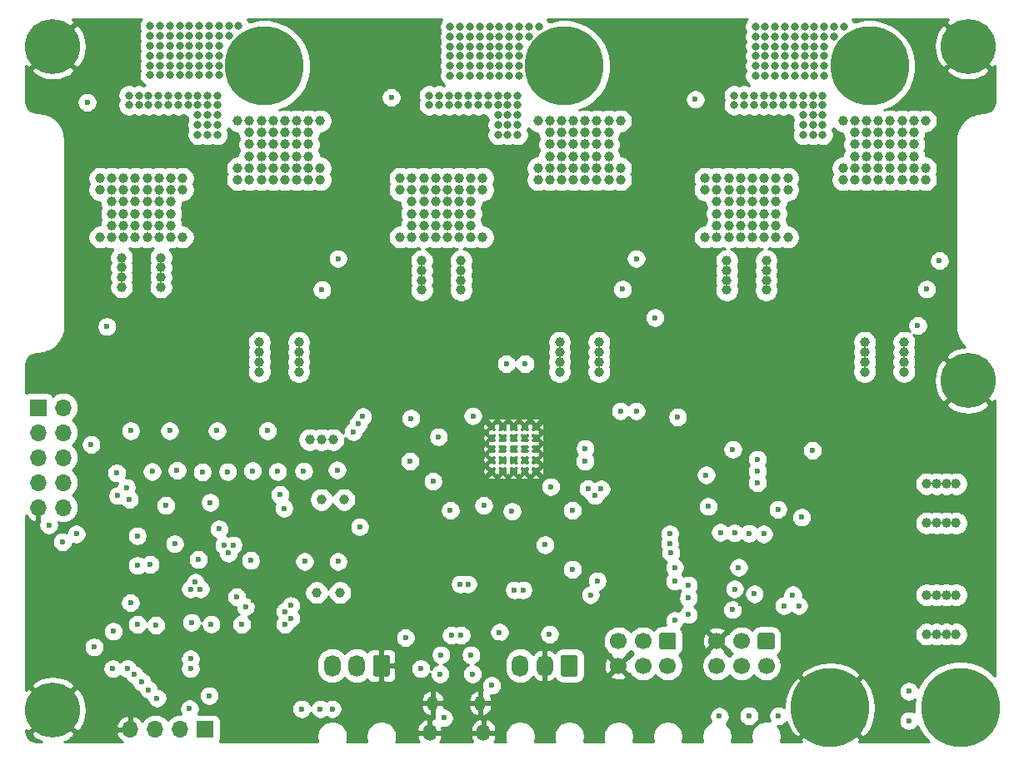
<source format=gbr>
G04 #@! TF.GenerationSoftware,KiCad,Pcbnew,(5.1.4)-1*
G04 #@! TF.CreationDate,2020-11-02T02:16:24+01:00*
G04 #@! TF.ProjectId,FER_ESC_v2r1,4645525f-4553-4435-9f76-3272312e6b69,rev?*
G04 #@! TF.SameCoordinates,Original*
G04 #@! TF.FileFunction,Copper,L2,Inr*
G04 #@! TF.FilePolarity,Positive*
%FSLAX46Y46*%
G04 Gerber Fmt 4.6, Leading zero omitted, Abs format (unit mm)*
G04 Created by KiCad (PCBNEW (5.1.4)-1) date 2020-11-02 02:16:24*
%MOMM*%
%LPD*%
G04 APERTURE LIST*
%ADD10O,1.700000X1.700000*%
%ADD11R,1.700000X1.700000*%
%ADD12O,1.700000X2.200000*%
%ADD13C,0.100000*%
%ADD14C,1.700000*%
%ADD15C,5.600000*%
%ADD16C,1.000000*%
%ADD17C,0.900000*%
%ADD18C,8.000000*%
%ADD19C,0.500000*%
%ADD20O,1.350000X1.700000*%
%ADD21O,1.100000X1.500000*%
%ADD22C,0.800000*%
%ADD23C,0.600000*%
%ADD24C,0.254000*%
G04 APERTURE END LIST*
D10*
X112380000Y-134000000D03*
X114920000Y-134000000D03*
X117460000Y-134000000D03*
D11*
X120000000Y-134000000D03*
D12*
X132900000Y-127500000D03*
X135400000Y-127500000D03*
D13*
G36*
X138524504Y-126401204D02*
G01*
X138548773Y-126404804D01*
X138572571Y-126410765D01*
X138595671Y-126419030D01*
X138617849Y-126429520D01*
X138638893Y-126442133D01*
X138658598Y-126456747D01*
X138676777Y-126473223D01*
X138693253Y-126491402D01*
X138707867Y-126511107D01*
X138720480Y-126532151D01*
X138730970Y-126554329D01*
X138739235Y-126577429D01*
X138745196Y-126601227D01*
X138748796Y-126625496D01*
X138750000Y-126650000D01*
X138750000Y-128350000D01*
X138748796Y-128374504D01*
X138745196Y-128398773D01*
X138739235Y-128422571D01*
X138730970Y-128445671D01*
X138720480Y-128467849D01*
X138707867Y-128488893D01*
X138693253Y-128508598D01*
X138676777Y-128526777D01*
X138658598Y-128543253D01*
X138638893Y-128557867D01*
X138617849Y-128570480D01*
X138595671Y-128580970D01*
X138572571Y-128589235D01*
X138548773Y-128595196D01*
X138524504Y-128598796D01*
X138500000Y-128600000D01*
X137300000Y-128600000D01*
X137275496Y-128598796D01*
X137251227Y-128595196D01*
X137227429Y-128589235D01*
X137204329Y-128580970D01*
X137182151Y-128570480D01*
X137161107Y-128557867D01*
X137141402Y-128543253D01*
X137123223Y-128526777D01*
X137106747Y-128508598D01*
X137092133Y-128488893D01*
X137079520Y-128467849D01*
X137069030Y-128445671D01*
X137060765Y-128422571D01*
X137054804Y-128398773D01*
X137051204Y-128374504D01*
X137050000Y-128350000D01*
X137050000Y-126650000D01*
X137051204Y-126625496D01*
X137054804Y-126601227D01*
X137060765Y-126577429D01*
X137069030Y-126554329D01*
X137079520Y-126532151D01*
X137092133Y-126511107D01*
X137106747Y-126491402D01*
X137123223Y-126473223D01*
X137141402Y-126456747D01*
X137161107Y-126442133D01*
X137182151Y-126429520D01*
X137204329Y-126419030D01*
X137227429Y-126410765D01*
X137251227Y-126404804D01*
X137275496Y-126401204D01*
X137300000Y-126400000D01*
X138500000Y-126400000D01*
X138524504Y-126401204D01*
X138524504Y-126401204D01*
G37*
D14*
X137900000Y-127500000D03*
X172000000Y-127500000D03*
X174500000Y-127500000D03*
X177000000Y-127500000D03*
X172000000Y-125000000D03*
X174500000Y-125000000D03*
D13*
G36*
X177624504Y-124151204D02*
G01*
X177648773Y-124154804D01*
X177672571Y-124160765D01*
X177695671Y-124169030D01*
X177717849Y-124179520D01*
X177738893Y-124192133D01*
X177758598Y-124206747D01*
X177776777Y-124223223D01*
X177793253Y-124241402D01*
X177807867Y-124261107D01*
X177820480Y-124282151D01*
X177830970Y-124304329D01*
X177839235Y-124327429D01*
X177845196Y-124351227D01*
X177848796Y-124375496D01*
X177850000Y-124400000D01*
X177850000Y-125600000D01*
X177848796Y-125624504D01*
X177845196Y-125648773D01*
X177839235Y-125672571D01*
X177830970Y-125695671D01*
X177820480Y-125717849D01*
X177807867Y-125738893D01*
X177793253Y-125758598D01*
X177776777Y-125776777D01*
X177758598Y-125793253D01*
X177738893Y-125807867D01*
X177717849Y-125820480D01*
X177695671Y-125830970D01*
X177672571Y-125839235D01*
X177648773Y-125845196D01*
X177624504Y-125848796D01*
X177600000Y-125850000D01*
X176400000Y-125850000D01*
X176375496Y-125848796D01*
X176351227Y-125845196D01*
X176327429Y-125839235D01*
X176304329Y-125830970D01*
X176282151Y-125820480D01*
X176261107Y-125807867D01*
X176241402Y-125793253D01*
X176223223Y-125776777D01*
X176206747Y-125758598D01*
X176192133Y-125738893D01*
X176179520Y-125717849D01*
X176169030Y-125695671D01*
X176160765Y-125672571D01*
X176154804Y-125648773D01*
X176151204Y-125624504D01*
X176150000Y-125600000D01*
X176150000Y-124400000D01*
X176151204Y-124375496D01*
X176154804Y-124351227D01*
X176160765Y-124327429D01*
X176169030Y-124304329D01*
X176179520Y-124282151D01*
X176192133Y-124261107D01*
X176206747Y-124241402D01*
X176223223Y-124223223D01*
X176241402Y-124206747D01*
X176261107Y-124192133D01*
X176282151Y-124179520D01*
X176304329Y-124169030D01*
X176327429Y-124160765D01*
X176351227Y-124154804D01*
X176375496Y-124151204D01*
X176400000Y-124150000D01*
X177600000Y-124150000D01*
X177624504Y-124151204D01*
X177624504Y-124151204D01*
G37*
D14*
X177000000Y-125000000D03*
D12*
X152000000Y-127500000D03*
X154500000Y-127500000D03*
D13*
G36*
X157624504Y-126401204D02*
G01*
X157648773Y-126404804D01*
X157672571Y-126410765D01*
X157695671Y-126419030D01*
X157717849Y-126429520D01*
X157738893Y-126442133D01*
X157758598Y-126456747D01*
X157776777Y-126473223D01*
X157793253Y-126491402D01*
X157807867Y-126511107D01*
X157820480Y-126532151D01*
X157830970Y-126554329D01*
X157839235Y-126577429D01*
X157845196Y-126601227D01*
X157848796Y-126625496D01*
X157850000Y-126650000D01*
X157850000Y-128350000D01*
X157848796Y-128374504D01*
X157845196Y-128398773D01*
X157839235Y-128422571D01*
X157830970Y-128445671D01*
X157820480Y-128467849D01*
X157807867Y-128488893D01*
X157793253Y-128508598D01*
X157776777Y-128526777D01*
X157758598Y-128543253D01*
X157738893Y-128557867D01*
X157717849Y-128570480D01*
X157695671Y-128580970D01*
X157672571Y-128589235D01*
X157648773Y-128595196D01*
X157624504Y-128598796D01*
X157600000Y-128600000D01*
X156400000Y-128600000D01*
X156375496Y-128598796D01*
X156351227Y-128595196D01*
X156327429Y-128589235D01*
X156304329Y-128580970D01*
X156282151Y-128570480D01*
X156261107Y-128557867D01*
X156241402Y-128543253D01*
X156223223Y-128526777D01*
X156206747Y-128508598D01*
X156192133Y-128488893D01*
X156179520Y-128467849D01*
X156169030Y-128445671D01*
X156160765Y-128422571D01*
X156154804Y-128398773D01*
X156151204Y-128374504D01*
X156150000Y-128350000D01*
X156150000Y-126650000D01*
X156151204Y-126625496D01*
X156154804Y-126601227D01*
X156160765Y-126577429D01*
X156169030Y-126554329D01*
X156179520Y-126532151D01*
X156192133Y-126511107D01*
X156206747Y-126491402D01*
X156223223Y-126473223D01*
X156241402Y-126456747D01*
X156261107Y-126442133D01*
X156282151Y-126429520D01*
X156304329Y-126419030D01*
X156327429Y-126410765D01*
X156351227Y-126404804D01*
X156375496Y-126401204D01*
X156400000Y-126400000D01*
X157600000Y-126400000D01*
X157624504Y-126401204D01*
X157624504Y-126401204D01*
G37*
D14*
X157000000Y-127500000D03*
X162000000Y-127500000D03*
X164500000Y-127500000D03*
X167000000Y-127500000D03*
X162000000Y-125000000D03*
X164500000Y-125000000D03*
D13*
G36*
X167624504Y-124151204D02*
G01*
X167648773Y-124154804D01*
X167672571Y-124160765D01*
X167695671Y-124169030D01*
X167717849Y-124179520D01*
X167738893Y-124192133D01*
X167758598Y-124206747D01*
X167776777Y-124223223D01*
X167793253Y-124241402D01*
X167807867Y-124261107D01*
X167820480Y-124282151D01*
X167830970Y-124304329D01*
X167839235Y-124327429D01*
X167845196Y-124351227D01*
X167848796Y-124375496D01*
X167850000Y-124400000D01*
X167850000Y-125600000D01*
X167848796Y-125624504D01*
X167845196Y-125648773D01*
X167839235Y-125672571D01*
X167830970Y-125695671D01*
X167820480Y-125717849D01*
X167807867Y-125738893D01*
X167793253Y-125758598D01*
X167776777Y-125776777D01*
X167758598Y-125793253D01*
X167738893Y-125807867D01*
X167717849Y-125820480D01*
X167695671Y-125830970D01*
X167672571Y-125839235D01*
X167648773Y-125845196D01*
X167624504Y-125848796D01*
X167600000Y-125850000D01*
X166400000Y-125850000D01*
X166375496Y-125848796D01*
X166351227Y-125845196D01*
X166327429Y-125839235D01*
X166304329Y-125830970D01*
X166282151Y-125820480D01*
X166261107Y-125807867D01*
X166241402Y-125793253D01*
X166223223Y-125776777D01*
X166206747Y-125758598D01*
X166192133Y-125738893D01*
X166179520Y-125717849D01*
X166169030Y-125695671D01*
X166160765Y-125672571D01*
X166154804Y-125648773D01*
X166151204Y-125624504D01*
X166150000Y-125600000D01*
X166150000Y-124400000D01*
X166151204Y-124375496D01*
X166154804Y-124351227D01*
X166160765Y-124327429D01*
X166169030Y-124304329D01*
X166179520Y-124282151D01*
X166192133Y-124261107D01*
X166206747Y-124241402D01*
X166223223Y-124223223D01*
X166241402Y-124206747D01*
X166261107Y-124192133D01*
X166282151Y-124179520D01*
X166304329Y-124169030D01*
X166327429Y-124160765D01*
X166351227Y-124154804D01*
X166375496Y-124151204D01*
X166400000Y-124150000D01*
X167600000Y-124150000D01*
X167624504Y-124151204D01*
X167624504Y-124151204D01*
G37*
D14*
X167000000Y-125000000D03*
D15*
X197500000Y-98500000D03*
X104500000Y-132000000D03*
X104500000Y-64500000D03*
X197500000Y-64500000D03*
D10*
X105540000Y-111410000D03*
X103000000Y-111410000D03*
X105540000Y-108870000D03*
X103000000Y-108870000D03*
X105540000Y-106330000D03*
X103000000Y-106330000D03*
X105540000Y-103790000D03*
X103000000Y-103790000D03*
X105540000Y-101250000D03*
D11*
X103000000Y-101250000D03*
D16*
X123300000Y-72080000D03*
X124500000Y-72080000D03*
X125700000Y-72080000D03*
X126900000Y-72080000D03*
X128100000Y-72080000D03*
X129300000Y-72080000D03*
X130500000Y-72080000D03*
X131700000Y-72080000D03*
X124500000Y-73280000D03*
X125700000Y-73280000D03*
X126900000Y-73280000D03*
X128100000Y-73280000D03*
X129300000Y-73280000D03*
X130500000Y-73280000D03*
X130500000Y-74480000D03*
X129300000Y-74480000D03*
X128100000Y-74480000D03*
X125700000Y-74480000D03*
X126900000Y-74480000D03*
X124500000Y-74480000D03*
X124500000Y-75680000D03*
X125700000Y-75680000D03*
X126900000Y-75680000D03*
X128100000Y-75680000D03*
X129300000Y-75680000D03*
X130500000Y-75680000D03*
X131700000Y-76880000D03*
X130500000Y-76880000D03*
X129300000Y-76880000D03*
X128100000Y-76880000D03*
X125700000Y-76880000D03*
X126900000Y-76880000D03*
X124500000Y-76880000D03*
X123300000Y-76880000D03*
X123300000Y-78080000D03*
X124500000Y-78080000D03*
X125700000Y-78080000D03*
X126900000Y-78080000D03*
X128100000Y-78080000D03*
X129300000Y-78080000D03*
X130500000Y-78080000D03*
X131700000Y-78080000D03*
X117700000Y-83920000D03*
X116500000Y-83920000D03*
X115300000Y-83920000D03*
X114100000Y-83920000D03*
X112900000Y-83920000D03*
X111700000Y-83920000D03*
X110500000Y-83920000D03*
X109300000Y-83920000D03*
X116500000Y-82720000D03*
X115300000Y-82720000D03*
X114100000Y-82720000D03*
X112900000Y-82720000D03*
X111700000Y-82720000D03*
X110500000Y-82720000D03*
X110500000Y-81520000D03*
X111700000Y-81520000D03*
X112900000Y-81520000D03*
X115300000Y-81520000D03*
X114100000Y-81520000D03*
X116500000Y-81520000D03*
X116500000Y-80320000D03*
X115300000Y-80320000D03*
X114100000Y-80320000D03*
X112900000Y-80320000D03*
X111700000Y-80320000D03*
X110500000Y-80320000D03*
X109300000Y-79120000D03*
X110500000Y-79120000D03*
X111700000Y-79120000D03*
X112900000Y-79120000D03*
X115300000Y-79120000D03*
X114100000Y-79120000D03*
X116500000Y-79120000D03*
X117700000Y-79120000D03*
X117700000Y-77920000D03*
X116500000Y-77920000D03*
X115300000Y-77920000D03*
X114100000Y-77920000D03*
X112900000Y-77920000D03*
X111700000Y-77920000D03*
X110500000Y-77920000D03*
X109300000Y-77920000D03*
X153800000Y-72080000D03*
X155000000Y-72080000D03*
X156200000Y-72080000D03*
X157400000Y-72080000D03*
X158600000Y-72080000D03*
X159800000Y-72080000D03*
X161000000Y-72080000D03*
X162200000Y-72080000D03*
X155000000Y-73280000D03*
X156200000Y-73280000D03*
X157400000Y-73280000D03*
X158600000Y-73280000D03*
X159800000Y-73280000D03*
X161000000Y-73280000D03*
X161000000Y-74480000D03*
X159800000Y-74480000D03*
X158600000Y-74480000D03*
X156200000Y-74480000D03*
X157400000Y-74480000D03*
X155000000Y-74480000D03*
X155000000Y-75680000D03*
X156200000Y-75680000D03*
X157400000Y-75680000D03*
X158600000Y-75680000D03*
X159800000Y-75680000D03*
X161000000Y-75680000D03*
X162200000Y-76880000D03*
X161000000Y-76880000D03*
X159800000Y-76880000D03*
X158600000Y-76880000D03*
X156200000Y-76880000D03*
X157400000Y-76880000D03*
X155000000Y-76880000D03*
X153800000Y-76880000D03*
X153800000Y-78080000D03*
X155000000Y-78080000D03*
X156200000Y-78080000D03*
X157400000Y-78080000D03*
X158600000Y-78080000D03*
X159800000Y-78080000D03*
X161000000Y-78080000D03*
X162200000Y-78080000D03*
X148200000Y-83920000D03*
X147000000Y-83920000D03*
X145800000Y-83920000D03*
X144600000Y-83920000D03*
X143400000Y-83920000D03*
X142200000Y-83920000D03*
X141000000Y-83920000D03*
X139800000Y-83920000D03*
X147000000Y-82720000D03*
X145800000Y-82720000D03*
X144600000Y-82720000D03*
X143400000Y-82720000D03*
X142200000Y-82720000D03*
X141000000Y-82720000D03*
X141000000Y-81520000D03*
X142200000Y-81520000D03*
X143400000Y-81520000D03*
X145800000Y-81520000D03*
X144600000Y-81520000D03*
X147000000Y-81520000D03*
X147000000Y-80320000D03*
X145800000Y-80320000D03*
X144600000Y-80320000D03*
X143400000Y-80320000D03*
X142200000Y-80320000D03*
X141000000Y-80320000D03*
X139800000Y-79120000D03*
X141000000Y-79120000D03*
X142200000Y-79120000D03*
X143400000Y-79120000D03*
X145800000Y-79120000D03*
X144600000Y-79120000D03*
X147000000Y-79120000D03*
X148200000Y-79120000D03*
X148200000Y-77920000D03*
X147000000Y-77920000D03*
X145800000Y-77920000D03*
X144600000Y-77920000D03*
X143400000Y-77920000D03*
X142200000Y-77920000D03*
X141000000Y-77920000D03*
X139800000Y-77920000D03*
X184800000Y-72080000D03*
X186000000Y-72080000D03*
X187200000Y-72080000D03*
X188400000Y-72080000D03*
X189600000Y-72080000D03*
X190800000Y-72080000D03*
X192000000Y-72080000D03*
X193200000Y-72080000D03*
X186000000Y-73280000D03*
X187200000Y-73280000D03*
X188400000Y-73280000D03*
X189600000Y-73280000D03*
X190800000Y-73280000D03*
X192000000Y-73280000D03*
X192000000Y-74480000D03*
X190800000Y-74480000D03*
X189600000Y-74480000D03*
X187200000Y-74480000D03*
X188400000Y-74480000D03*
X186000000Y-74480000D03*
X186000000Y-75680000D03*
X187200000Y-75680000D03*
X188400000Y-75680000D03*
X189600000Y-75680000D03*
X190800000Y-75680000D03*
X192000000Y-75680000D03*
X193200000Y-76880000D03*
X192000000Y-76880000D03*
X190800000Y-76880000D03*
X189600000Y-76880000D03*
X187200000Y-76880000D03*
X188400000Y-76880000D03*
X186000000Y-76880000D03*
X184800000Y-76880000D03*
X184800000Y-78080000D03*
X186000000Y-78080000D03*
X187200000Y-78080000D03*
X188400000Y-78080000D03*
X189600000Y-78080000D03*
X190800000Y-78080000D03*
X192000000Y-78080000D03*
X193200000Y-78080000D03*
X179200000Y-83920000D03*
X178000000Y-83920000D03*
X176800000Y-83920000D03*
X175600000Y-83920000D03*
X174400000Y-83920000D03*
X173200000Y-83920000D03*
X172000000Y-83920000D03*
X170800000Y-83920000D03*
X178000000Y-82720000D03*
X176800000Y-82720000D03*
X175600000Y-82720000D03*
X174400000Y-82720000D03*
X173200000Y-82720000D03*
X172000000Y-82720000D03*
X172000000Y-81520000D03*
X173200000Y-81520000D03*
X174400000Y-81520000D03*
X176800000Y-81520000D03*
X175600000Y-81520000D03*
X178000000Y-81520000D03*
X178000000Y-80320000D03*
X176800000Y-80320000D03*
X175600000Y-80320000D03*
X174400000Y-80320000D03*
X173200000Y-80320000D03*
X172000000Y-80320000D03*
X170800000Y-79120000D03*
X172000000Y-79120000D03*
X173200000Y-79120000D03*
X174400000Y-79120000D03*
X176800000Y-79120000D03*
X175600000Y-79120000D03*
X178000000Y-79120000D03*
X179200000Y-79120000D03*
X179200000Y-77920000D03*
X178000000Y-77920000D03*
X176800000Y-77920000D03*
X175600000Y-77920000D03*
X174400000Y-77920000D03*
X173200000Y-77920000D03*
X172000000Y-77920000D03*
X170800000Y-77920000D03*
D17*
X185621320Y-129628680D03*
X183500000Y-128750000D03*
X181378680Y-129628680D03*
X180500000Y-131750000D03*
X181378680Y-133871320D03*
X183500000Y-134750000D03*
X185621320Y-133871320D03*
X186500000Y-131750000D03*
D18*
X183500000Y-131750000D03*
D17*
X198871320Y-129628680D03*
X196750000Y-128750000D03*
X194628680Y-129628680D03*
X193750000Y-131750000D03*
X194628680Y-133871320D03*
X196750000Y-134750000D03*
X198871320Y-133871320D03*
X199750000Y-131750000D03*
D18*
X196750000Y-131750000D03*
D19*
X149062500Y-107687500D03*
X150187500Y-107687500D03*
X151312500Y-107687500D03*
X152437500Y-107687500D03*
X153562500Y-107687500D03*
X149062500Y-106562500D03*
X150187500Y-106562500D03*
X151312500Y-106562500D03*
X152437500Y-106562500D03*
X153562500Y-106562500D03*
X149062500Y-105437500D03*
X150187500Y-105437500D03*
X151312500Y-105437500D03*
X152437500Y-105437500D03*
X153562500Y-105437500D03*
X149062500Y-104312500D03*
X150187500Y-104312500D03*
X151312500Y-104312500D03*
X152437500Y-104312500D03*
X153562500Y-104312500D03*
X149062500Y-103187500D03*
X150187500Y-103187500D03*
X151312500Y-103187500D03*
X152437500Y-103187500D03*
X153562500Y-103187500D03*
D20*
X148255000Y-134315000D03*
X142795000Y-134315000D03*
D21*
X147945000Y-131315000D03*
X143105000Y-131315000D03*
D17*
X123878680Y-64378680D03*
X123000000Y-66500000D03*
X123878680Y-68621320D03*
X126000000Y-69500000D03*
X128121320Y-68621320D03*
X129000000Y-66500000D03*
X128121320Y-64378680D03*
X126000000Y-63500000D03*
D18*
X126000000Y-66500000D03*
D17*
X154378680Y-64378680D03*
X153500000Y-66500000D03*
X154378680Y-68621320D03*
X156500000Y-69500000D03*
X158621320Y-68621320D03*
X159500000Y-66500000D03*
X158621320Y-64378680D03*
X156500000Y-63500000D03*
D18*
X156500000Y-66500000D03*
D17*
X185378680Y-64378680D03*
X184500000Y-66500000D03*
X185378680Y-68621320D03*
X187500000Y-69500000D03*
X189621320Y-68621320D03*
X190500000Y-66500000D03*
X189621320Y-64378680D03*
X187500000Y-63500000D03*
D18*
X187500000Y-66500000D03*
D22*
X159850000Y-82490000D03*
X154850000Y-82490000D03*
X156850000Y-82490000D03*
X157850000Y-82490000D03*
X160850000Y-82490000D03*
X155850000Y-82490000D03*
X153850000Y-82490000D03*
X158850000Y-82490000D03*
X153850000Y-83490000D03*
X154850000Y-86190000D03*
X154850000Y-84390000D03*
X153850000Y-84390000D03*
X153850000Y-85290000D03*
X154850000Y-87090000D03*
X153850000Y-87990000D03*
X153850000Y-88890000D03*
X154850000Y-85290000D03*
X153850000Y-87090000D03*
X154850000Y-83490000D03*
X153850000Y-86190000D03*
X154850000Y-87990000D03*
X154850000Y-88890000D03*
X157850000Y-81590000D03*
X159850000Y-81590000D03*
X156850000Y-81590000D03*
X154850000Y-81590000D03*
X153850000Y-81590000D03*
X158850000Y-81590000D03*
X160850000Y-81590000D03*
X155850000Y-81590000D03*
X185850000Y-86190000D03*
X184850000Y-85290000D03*
X185850000Y-87090000D03*
X184850000Y-87990000D03*
X184850000Y-88890000D03*
X185850000Y-85290000D03*
X184850000Y-87090000D03*
X184850000Y-86190000D03*
X185850000Y-87990000D03*
X185850000Y-88890000D03*
X188850000Y-81590000D03*
X190850000Y-81590000D03*
X187850000Y-81590000D03*
X185850000Y-81590000D03*
X184850000Y-81590000D03*
X189850000Y-81590000D03*
X191850000Y-81590000D03*
X186850000Y-81590000D03*
X123350000Y-85290000D03*
X124350000Y-86190000D03*
X123350000Y-86190000D03*
X124350000Y-85290000D03*
X123350000Y-87090000D03*
X124350000Y-87990000D03*
X123350000Y-87990000D03*
X124350000Y-87090000D03*
X123350000Y-88890000D03*
X124350000Y-88890000D03*
X124350000Y-84390000D03*
X123350000Y-84390000D03*
X124350000Y-83490000D03*
X123350000Y-83490000D03*
X123350000Y-81590000D03*
X126350000Y-81590000D03*
X128350000Y-81590000D03*
X124350000Y-81590000D03*
X130350000Y-81590000D03*
X129350000Y-81590000D03*
X125350000Y-81590000D03*
X127350000Y-81590000D03*
X127350000Y-82490000D03*
X129350000Y-82490000D03*
X126350000Y-82490000D03*
X124350000Y-82490000D03*
X123350000Y-82490000D03*
X128350000Y-82490000D03*
X130350000Y-82490000D03*
X125350000Y-82490000D03*
D16*
X186900000Y-124300000D03*
X185900000Y-120300000D03*
X186900000Y-120300000D03*
X184900000Y-120300000D03*
X187900000Y-120300000D03*
X187900000Y-124300000D03*
X185900000Y-124300000D03*
X184900000Y-124300000D03*
X186900000Y-113000000D03*
X185900000Y-109000000D03*
X186900000Y-109000000D03*
X184900000Y-109000000D03*
X187900000Y-109000000D03*
X187900000Y-113000000D03*
X185900000Y-113000000D03*
X184900000Y-113000000D03*
X142000000Y-96600000D03*
X146000000Y-96600000D03*
X146000000Y-94600000D03*
X142000000Y-94600000D03*
X146000000Y-95600000D03*
X142000000Y-95600000D03*
X177000000Y-97600000D03*
X173000000Y-96600000D03*
X177000000Y-96600000D03*
X177000000Y-94600000D03*
X173000000Y-94600000D03*
X177000000Y-95600000D03*
X173000000Y-97600000D03*
X173000000Y-95600000D03*
X191000000Y-89300000D03*
X187000000Y-88300000D03*
X191000000Y-88300000D03*
X191000000Y-86300000D03*
X187000000Y-86300000D03*
X191000000Y-87300000D03*
X187000000Y-89300000D03*
X187000000Y-87300000D03*
X129500000Y-89300000D03*
X125500000Y-88300000D03*
X129500000Y-88300000D03*
X129500000Y-86300000D03*
X125500000Y-86300000D03*
X129500000Y-87300000D03*
X125500000Y-89300000D03*
X125500000Y-87300000D03*
X160000000Y-89300000D03*
X156000000Y-88300000D03*
X160000000Y-88300000D03*
X160000000Y-86300000D03*
X156000000Y-86300000D03*
X160000000Y-87300000D03*
X156000000Y-89300000D03*
X156000000Y-87300000D03*
X115500000Y-97700000D03*
X111500000Y-96700000D03*
X115500000Y-96700000D03*
X115500000Y-94700000D03*
X111500000Y-94700000D03*
X115500000Y-95700000D03*
X111500000Y-97700000D03*
X111500000Y-95700000D03*
D23*
X178800000Y-122700000D03*
X145500000Y-127200000D03*
X102800000Y-120450000D03*
X142550000Y-129450000D03*
X162800000Y-118900000D03*
X160800000Y-123500000D03*
X175100000Y-119100000D03*
X170200000Y-117000000D03*
X178900000Y-117000000D03*
X118600000Y-121500000D03*
X120000000Y-122100000D03*
X122200000Y-121900000D03*
X133500000Y-67500000D03*
X164000000Y-67500000D03*
X195000000Y-67500000D03*
X146500000Y-111700000D03*
X110100000Y-104200000D03*
X113650000Y-104200000D03*
X155800000Y-111650000D03*
X138100000Y-110100000D03*
X115500000Y-126500000D03*
X115400000Y-120100000D03*
X114500000Y-121200000D03*
D16*
X146000000Y-97374990D03*
X142000000Y-97374990D03*
D23*
X108600000Y-95000000D03*
X164400000Y-95300000D03*
X195700000Y-95200000D03*
X164725010Y-118900000D03*
X143800000Y-124100000D03*
X130087500Y-115512500D03*
X133412500Y-115512500D03*
D16*
X129400000Y-110600000D03*
D23*
X108400000Y-103600000D03*
X118800000Y-104100000D03*
X124000000Y-104300000D03*
X117775000Y-103600000D03*
X122875000Y-103600000D03*
X128816942Y-103716942D03*
X124900000Y-111100000D03*
X149900000Y-125200000D03*
X149900000Y-131300000D03*
X151700000Y-124100000D03*
X174374990Y-121200000D03*
X129900000Y-106200000D03*
X133400000Y-106200000D03*
D22*
X190850000Y-82490000D03*
X185850000Y-82490000D03*
X187850000Y-82490000D03*
X188850000Y-82490000D03*
X191850000Y-82490000D03*
X186850000Y-82490000D03*
X184850000Y-82490000D03*
X189850000Y-82490000D03*
X184850000Y-83490000D03*
X185850000Y-84390000D03*
X184850000Y-84390000D03*
X185850000Y-83490000D03*
D23*
X181700000Y-108200000D03*
D16*
X175400000Y-104300000D03*
D23*
X171700000Y-105500000D03*
X127900000Y-116800000D03*
X124900000Y-120800000D03*
X115200000Y-113600000D03*
X123900000Y-111100000D03*
X121800000Y-110900000D03*
D16*
X128900000Y-120100000D03*
D23*
X117100000Y-122100000D03*
X118200000Y-111199990D03*
X108900000Y-121100010D03*
X109000000Y-118600000D03*
X108900000Y-122100000D03*
X111400000Y-126275000D03*
X114400000Y-114299996D03*
X106900000Y-112600000D03*
X135500000Y-135000000D03*
X140500000Y-135000000D03*
X150000000Y-135000000D03*
X154500000Y-135000000D03*
X159500000Y-135000000D03*
X164500000Y-135000000D03*
X169500000Y-135000000D03*
X174500000Y-135000000D03*
X179500000Y-135000000D03*
X102000000Y-121500000D03*
X102000000Y-123000000D03*
X102000000Y-124500000D03*
X102000000Y-126000000D03*
X102000000Y-127500000D03*
X102000000Y-129000000D03*
X106500000Y-135000000D03*
X108000000Y-135000000D03*
X109500000Y-135000000D03*
X111000000Y-135000000D03*
X131000000Y-135000000D03*
X138662491Y-104762491D03*
X117500000Y-126400000D03*
X188700000Y-133100000D03*
X188700000Y-130100000D03*
X122700000Y-133700000D03*
X127500000Y-135000000D03*
X124500000Y-135000000D03*
X105000000Y-125600000D03*
X111000000Y-107900000D03*
D16*
X195300000Y-113000000D03*
X194300000Y-109000000D03*
X195300000Y-109000000D03*
X193300000Y-109000000D03*
X196300000Y-109000000D03*
X196300000Y-113000000D03*
X194300000Y-113000000D03*
X193300000Y-113000000D03*
X195300000Y-124300000D03*
X194300000Y-120300000D03*
X195300000Y-120300000D03*
X193300000Y-120300000D03*
X196300000Y-120300000D03*
X196300000Y-124300000D03*
X194300000Y-124300000D03*
X193300000Y-124300000D03*
X129500000Y-97600000D03*
X125500000Y-96600000D03*
X129500000Y-96600000D03*
X129500000Y-94600000D03*
X125500000Y-94600000D03*
X129500000Y-95600000D03*
X125500000Y-97600000D03*
X125500000Y-95600000D03*
X160000000Y-97600000D03*
X156000000Y-96600000D03*
X160000000Y-96600000D03*
X160000000Y-94600000D03*
X156000000Y-94600000D03*
X160000000Y-95600000D03*
X156000000Y-97600000D03*
X156000000Y-95600000D03*
X191000000Y-97600000D03*
X187000000Y-96600000D03*
X191000000Y-96600000D03*
X191000000Y-94600000D03*
X187000000Y-94600000D03*
X191000000Y-95600000D03*
X187000000Y-97600000D03*
X187000000Y-95600000D03*
X146000000Y-89300000D03*
X142000000Y-88300000D03*
X146000000Y-88300000D03*
X146000000Y-86300000D03*
X142000000Y-86300000D03*
X146000000Y-87300000D03*
X142000000Y-89300000D03*
X142000000Y-87300000D03*
X177000000Y-89300000D03*
X173000000Y-88300000D03*
X177000000Y-88300000D03*
X177000000Y-86300000D03*
X173000000Y-86300000D03*
X177000000Y-87300000D03*
X173000000Y-89300000D03*
X173000000Y-87300000D03*
X115500000Y-86000000D03*
X115500000Y-87000000D03*
X115500000Y-89000000D03*
X111500000Y-87000000D03*
X111500000Y-89000000D03*
X111500000Y-88000000D03*
X115500000Y-88000000D03*
X111500000Y-86000000D03*
D23*
X140800000Y-106700000D03*
X143700000Y-104225010D03*
X181700000Y-105600000D03*
X191500000Y-130100000D03*
X191500000Y-133100000D03*
X158600000Y-105400000D03*
X158591942Y-106708058D03*
X147200000Y-102100000D03*
X140899982Y-102349990D03*
X155100000Y-109300000D03*
X178800000Y-121400000D03*
X172250000Y-132650000D03*
X175250000Y-132600000D03*
X178250000Y-132600000D03*
X167700000Y-118900000D03*
X174200000Y-117500000D03*
X167700000Y-117500000D03*
X154974990Y-124300000D03*
X169100000Y-120600000D03*
X180300000Y-121400014D03*
X173600000Y-105500000D03*
X178200000Y-111600000D03*
X176100000Y-108900000D03*
X176100000Y-107700000D03*
X176100000Y-106500000D03*
X133500000Y-116900000D03*
X133400000Y-107600000D03*
D16*
X134100000Y-110600000D03*
X133675000Y-120076716D03*
D23*
X159837949Y-118884763D03*
X157300000Y-111700000D03*
X144900000Y-111700000D03*
X112425000Y-103600000D03*
X116386612Y-103600000D03*
X121200000Y-103600000D03*
X126325000Y-103600000D03*
X132900000Y-131900000D03*
X157300000Y-117700000D03*
D16*
X131800000Y-104500000D03*
X130600000Y-104500000D03*
X133000000Y-104500000D03*
D23*
X112300020Y-110600000D03*
X121400000Y-113600000D03*
X171100016Y-111300000D03*
X130000000Y-107700000D03*
X128100000Y-123300000D03*
D16*
X131800000Y-110600000D03*
D23*
X120596924Y-123278490D03*
X113100000Y-123300000D03*
X114982746Y-123382646D03*
X110650007Y-124000000D03*
X106900000Y-114100000D03*
X114400000Y-117200000D03*
X104100000Y-113200000D03*
X108400000Y-105000000D03*
X151165328Y-111799226D03*
X118500000Y-126799996D03*
X105500000Y-114899990D03*
X119300000Y-116700014D03*
X116000000Y-111200000D03*
X130100000Y-116900000D03*
D16*
X131300000Y-120074997D03*
D23*
X124100014Y-121500000D03*
X118600000Y-123100010D03*
X112400000Y-121100000D03*
X143850000Y-128350000D03*
X147150000Y-128350000D03*
X144250000Y-132800000D03*
X140350000Y-124650000D03*
X141900000Y-127800000D03*
X149900000Y-124099972D03*
X149099996Y-129500004D03*
X146000000Y-124400000D03*
D22*
X176900000Y-67500000D03*
X176900000Y-66500000D03*
X176900000Y-65500000D03*
X176900000Y-62500000D03*
X176900000Y-63500000D03*
X176900000Y-64500000D03*
X177900000Y-67500000D03*
X177900000Y-66500000D03*
X177900000Y-65500000D03*
X177900000Y-62500000D03*
X177900000Y-63500000D03*
X177900000Y-64500000D03*
X178900000Y-67500000D03*
X178900000Y-66500000D03*
X178900000Y-65500000D03*
X178900000Y-62500000D03*
X178900000Y-63500000D03*
X178900000Y-64500000D03*
X179900000Y-67500000D03*
X179900000Y-66500000D03*
X179900000Y-65500000D03*
X179900000Y-62500000D03*
X179900000Y-63500000D03*
X179900000Y-64500000D03*
X180900000Y-67500000D03*
X180900000Y-66500000D03*
X180900000Y-65500000D03*
X180900000Y-62500000D03*
X180900000Y-63500000D03*
X180900000Y-64500000D03*
X181900000Y-67500000D03*
X181900000Y-66500000D03*
X181900000Y-65500000D03*
X181900000Y-62500000D03*
X181900000Y-63500000D03*
X181900000Y-64500000D03*
X182900000Y-67500000D03*
X182900000Y-66500000D03*
X182900000Y-65500000D03*
X182900000Y-62500000D03*
X182900000Y-63500000D03*
X182900000Y-64500000D03*
X175900000Y-63500000D03*
X175900000Y-67500000D03*
X175900000Y-66500000D03*
X175900000Y-65500000D03*
X175900000Y-64500000D03*
X175900000Y-62500000D03*
X183900000Y-63500000D03*
X183900000Y-62500000D03*
X184900000Y-62500000D03*
X147900000Y-62500000D03*
X147900000Y-63500000D03*
X144900000Y-67500000D03*
X150900000Y-67500000D03*
X150900000Y-63500000D03*
X151900000Y-67500000D03*
X146900000Y-66500000D03*
X148900000Y-62500000D03*
X151900000Y-65500000D03*
X144900000Y-66500000D03*
X144900000Y-65500000D03*
X144900000Y-64500000D03*
X144900000Y-62500000D03*
X148900000Y-67500000D03*
X152900000Y-63500000D03*
X146900000Y-65500000D03*
X145900000Y-67500000D03*
X146900000Y-62500000D03*
X147900000Y-67500000D03*
X148900000Y-63500000D03*
X146900000Y-67500000D03*
X148900000Y-65500000D03*
X149900000Y-67500000D03*
X145900000Y-63500000D03*
X149900000Y-66500000D03*
X149900000Y-65500000D03*
X149900000Y-63500000D03*
X149900000Y-64500000D03*
X145900000Y-65500000D03*
X150900000Y-65500000D03*
X150900000Y-62500000D03*
X151900000Y-62500000D03*
X151900000Y-63500000D03*
X145900000Y-62500000D03*
X148900000Y-64500000D03*
X151900000Y-64500000D03*
X145900000Y-64500000D03*
X147900000Y-66500000D03*
X148900000Y-66500000D03*
X149900000Y-62500000D03*
X147900000Y-65500000D03*
X147900000Y-64500000D03*
X146900000Y-64500000D03*
X150900000Y-64500000D03*
X146900000Y-63500000D03*
X150900000Y-66500000D03*
X151900000Y-66500000D03*
X145900000Y-66500000D03*
X152900000Y-62500000D03*
X153900000Y-62500000D03*
X144900000Y-63500000D03*
X120400000Y-65450000D03*
X121400000Y-62450000D03*
X119400000Y-65450000D03*
X120400000Y-62450000D03*
X119400000Y-64450000D03*
X119400000Y-62450000D03*
X117400000Y-65450000D03*
X117400000Y-64450000D03*
X120400000Y-64450000D03*
X121400000Y-64450000D03*
X120400000Y-66450000D03*
X115400000Y-65450000D03*
X117400000Y-66450000D03*
X115400000Y-62450000D03*
X118400000Y-66450000D03*
X116400000Y-64450000D03*
X121400000Y-66450000D03*
X119400000Y-66450000D03*
X115400000Y-66450000D03*
X118400000Y-64450000D03*
X115400000Y-64450000D03*
X123400000Y-62450000D03*
X122400000Y-62450000D03*
X114400000Y-62450000D03*
X118400000Y-62450000D03*
X114400000Y-64450000D03*
X122400000Y-63450000D03*
X116400000Y-65450000D03*
X117400000Y-67450000D03*
X116400000Y-62450000D03*
X118400000Y-65450000D03*
X119400000Y-67450000D03*
X117400000Y-62450000D03*
X116400000Y-66450000D03*
X114400000Y-66450000D03*
X114400000Y-67450000D03*
X120400000Y-67450000D03*
X114400000Y-65450000D03*
X115400000Y-67450000D03*
X118400000Y-67450000D03*
X121400000Y-67450000D03*
X121400000Y-65450000D03*
X116400000Y-67450000D03*
X121400000Y-63450000D03*
X116400000Y-63450000D03*
X119400000Y-63450000D03*
X115400000Y-63450000D03*
X117400000Y-63450000D03*
X118400000Y-63450000D03*
X120400000Y-63450000D03*
X114400000Y-63450000D03*
D23*
X112000000Y-109400000D03*
X111100000Y-110200000D03*
X169800000Y-69900000D03*
X194600000Y-86300000D03*
X138900000Y-69700000D03*
X163800000Y-86100000D03*
X108000000Y-70200000D03*
X133500000Y-86100000D03*
X193300000Y-89200000D03*
X168000000Y-102200000D03*
X162400000Y-89200000D03*
X163800000Y-101599984D03*
X131850000Y-89250000D03*
X162200000Y-101600000D03*
X176750000Y-114100000D03*
X116900000Y-115100000D03*
X123700000Y-123300054D03*
X146999149Y-126412510D03*
X143950000Y-126400000D03*
X122837126Y-115237126D03*
X143141949Y-108741949D03*
X122350000Y-116050000D03*
X118500002Y-127800000D03*
X112100000Y-127800000D03*
X112800000Y-128400002D03*
X113550000Y-129149998D03*
X114250000Y-129950000D03*
X115100000Y-130799994D03*
X120400000Y-130549989D03*
X110600000Y-127800000D03*
X118400000Y-131875015D03*
X159150000Y-120300000D03*
X152300000Y-119800012D03*
X151400000Y-119800000D03*
X145900000Y-119200000D03*
X146700000Y-119200000D03*
D22*
X173750000Y-70490000D03*
X173750000Y-69490000D03*
X181750000Y-71510000D03*
X180750000Y-71510000D03*
X181750000Y-72510000D03*
X180750000Y-72510000D03*
X182750000Y-72510000D03*
X182750000Y-71510000D03*
X182750000Y-73490000D03*
X180750000Y-73490000D03*
X181750000Y-73490000D03*
X182750000Y-70490000D03*
X181750000Y-69490000D03*
X180750000Y-70490000D03*
X179750000Y-69490000D03*
X178750000Y-70490000D03*
X177750000Y-69490000D03*
X176750000Y-70490000D03*
X175750000Y-69490000D03*
X182750000Y-69490000D03*
X181750000Y-70490000D03*
X180750000Y-69490000D03*
X179750000Y-70490000D03*
X178750000Y-69490000D03*
X177750000Y-70490000D03*
X176750000Y-69490000D03*
X175750000Y-70490000D03*
X174750000Y-69490000D03*
X174750000Y-70490000D03*
X146750000Y-70490000D03*
X143750000Y-70490000D03*
X149750000Y-70490000D03*
X151750000Y-70490000D03*
X147750000Y-70490000D03*
X145750000Y-70490000D03*
X144750000Y-69490000D03*
X151750000Y-69490000D03*
X150750000Y-70490000D03*
X149750000Y-69490000D03*
X144750000Y-70490000D03*
X145750000Y-69490000D03*
X143750000Y-69490000D03*
X146750000Y-69490000D03*
X150750000Y-69490000D03*
X148750000Y-69490000D03*
X148750000Y-70490000D03*
X147750000Y-69490000D03*
X150750000Y-73490000D03*
X150750000Y-72510000D03*
X150750000Y-71510000D03*
X151750000Y-72510000D03*
X151750000Y-71510000D03*
X151750000Y-73490000D03*
X149750000Y-73490000D03*
X149750000Y-71510000D03*
X149750000Y-72510000D03*
X142750000Y-69490000D03*
X142750000Y-70490000D03*
D23*
X152499998Y-96800000D03*
X150600000Y-96799980D03*
D22*
X116250000Y-70490000D03*
X113250000Y-70490000D03*
X119250000Y-70490000D03*
X121250000Y-70490000D03*
X117250000Y-70490000D03*
X115250000Y-70490000D03*
X114250000Y-69490000D03*
X121250000Y-69490000D03*
X120250000Y-70490000D03*
X119250000Y-69490000D03*
X114250000Y-70490000D03*
X115250000Y-69490000D03*
X113250000Y-69490000D03*
X116250000Y-69490000D03*
X120250000Y-69490000D03*
X118250000Y-69490000D03*
X118250000Y-70490000D03*
X117250000Y-69490000D03*
X120250000Y-73490000D03*
X120250000Y-72510000D03*
X120250000Y-71510000D03*
X121250000Y-72510000D03*
X121250000Y-71510000D03*
X121250000Y-73490000D03*
X119250000Y-73490000D03*
X119250000Y-71510000D03*
X119250000Y-72510000D03*
X112250000Y-69490000D03*
X112250000Y-70490000D03*
D23*
X121900000Y-115250000D03*
X135700000Y-113375000D03*
X154525032Y-115200006D03*
X124800000Y-107675000D03*
X119700000Y-107800000D03*
X114600000Y-107749990D03*
X127350000Y-107750008D03*
X122275203Y-107775197D03*
X117130902Y-107634054D03*
X145000000Y-124400000D03*
X180600000Y-112400000D03*
X169100000Y-122300000D03*
X167700000Y-122900000D03*
X123200002Y-120500000D03*
X170900000Y-108100000D03*
X192400000Y-92899990D03*
X165700000Y-92100000D03*
X110000000Y-93000000D03*
X169100000Y-119300000D03*
X179700000Y-120300000D03*
X160225000Y-109521560D03*
X135050000Y-103700000D03*
X159600000Y-110200000D03*
X135550000Y-102900000D03*
X158900000Y-109500000D03*
X136000000Y-102150000D03*
X148300000Y-111200000D03*
X113100008Y-117300000D03*
X113100000Y-114300000D03*
X172350000Y-113950000D03*
X167300000Y-116000000D03*
X128694671Y-122700000D03*
X119500014Y-119700000D03*
X167200000Y-115100000D03*
X128100000Y-121999994D03*
X119000000Y-119000000D03*
X173800000Y-114000000D03*
X167200000Y-114100000D03*
X128700000Y-121374984D03*
X118500000Y-119700000D03*
X175250000Y-114050000D03*
X175800000Y-120200000D03*
X173800000Y-119700000D03*
X173575000Y-121800000D03*
X124612500Y-116787500D03*
X120500000Y-110900000D03*
X128000000Y-111500000D03*
X127600000Y-110100000D03*
X131699999Y-131899999D03*
X129800000Y-131900000D03*
X108700000Y-125600000D03*
D24*
G36*
X113401266Y-61916165D02*
G01*
X113316310Y-62121266D01*
X113273000Y-62339000D01*
X113273000Y-62561000D01*
X113316310Y-62778734D01*
X113387251Y-62950000D01*
X113316310Y-63121266D01*
X113273000Y-63339000D01*
X113273000Y-63561000D01*
X113316310Y-63778734D01*
X113387251Y-63950000D01*
X113316310Y-64121266D01*
X113273000Y-64339000D01*
X113273000Y-64561000D01*
X113316310Y-64778734D01*
X113387251Y-64950000D01*
X113316310Y-65121266D01*
X113273000Y-65339000D01*
X113273000Y-65561000D01*
X113316310Y-65778734D01*
X113387251Y-65950000D01*
X113316310Y-66121266D01*
X113273000Y-66339000D01*
X113273000Y-66561000D01*
X113316310Y-66778734D01*
X113387251Y-66950000D01*
X113316310Y-67121266D01*
X113273000Y-67339000D01*
X113273000Y-67561000D01*
X113316310Y-67778734D01*
X113401266Y-67983835D01*
X113524602Y-68168421D01*
X113681579Y-68325398D01*
X113848057Y-68436634D01*
X113750000Y-68477251D01*
X113578734Y-68406310D01*
X113361000Y-68363000D01*
X113139000Y-68363000D01*
X112921266Y-68406310D01*
X112750000Y-68477251D01*
X112578734Y-68406310D01*
X112361000Y-68363000D01*
X112139000Y-68363000D01*
X111921266Y-68406310D01*
X111716165Y-68491266D01*
X111531579Y-68614602D01*
X111374602Y-68771579D01*
X111251266Y-68956165D01*
X111166310Y-69161266D01*
X111123000Y-69379000D01*
X111123000Y-69601000D01*
X111166310Y-69818734D01*
X111237251Y-69990000D01*
X111166310Y-70161266D01*
X111123000Y-70379000D01*
X111123000Y-70601000D01*
X111166310Y-70818734D01*
X111251266Y-71023835D01*
X111374602Y-71208421D01*
X111531579Y-71365398D01*
X111716165Y-71488734D01*
X111921266Y-71573690D01*
X112139000Y-71617000D01*
X112361000Y-71617000D01*
X112578734Y-71573690D01*
X112750000Y-71502749D01*
X112921266Y-71573690D01*
X113139000Y-71617000D01*
X113361000Y-71617000D01*
X113578734Y-71573690D01*
X113750000Y-71502749D01*
X113921266Y-71573690D01*
X114139000Y-71617000D01*
X114361000Y-71617000D01*
X114578734Y-71573690D01*
X114750000Y-71502749D01*
X114921266Y-71573690D01*
X115139000Y-71617000D01*
X115361000Y-71617000D01*
X115578734Y-71573690D01*
X115750000Y-71502749D01*
X115921266Y-71573690D01*
X116139000Y-71617000D01*
X116361000Y-71617000D01*
X116578734Y-71573690D01*
X116750000Y-71502749D01*
X116921266Y-71573690D01*
X117139000Y-71617000D01*
X117361000Y-71617000D01*
X117578734Y-71573690D01*
X117750000Y-71502749D01*
X117921266Y-71573690D01*
X118123000Y-71613817D01*
X118123000Y-71621000D01*
X118166310Y-71838734D01*
X118237251Y-72010000D01*
X118166310Y-72181266D01*
X118123000Y-72399000D01*
X118123000Y-72621000D01*
X118166310Y-72838734D01*
X118233109Y-73000000D01*
X118166310Y-73161266D01*
X118123000Y-73379000D01*
X118123000Y-73601000D01*
X118166310Y-73818734D01*
X118251266Y-74023835D01*
X118374602Y-74208421D01*
X118531579Y-74365398D01*
X118716165Y-74488734D01*
X118921266Y-74573690D01*
X119139000Y-74617000D01*
X119361000Y-74617000D01*
X119578734Y-74573690D01*
X119750000Y-74502749D01*
X119921266Y-74573690D01*
X120139000Y-74617000D01*
X120361000Y-74617000D01*
X120578734Y-74573690D01*
X120750000Y-74502749D01*
X120921266Y-74573690D01*
X121139000Y-74617000D01*
X121361000Y-74617000D01*
X121578734Y-74573690D01*
X121783835Y-74488734D01*
X121968421Y-74365398D01*
X122125398Y-74208421D01*
X122248734Y-74023835D01*
X122333690Y-73818734D01*
X122377000Y-73601000D01*
X122377000Y-73379000D01*
X122333690Y-73161266D01*
X122266891Y-73000000D01*
X122332764Y-72840970D01*
X122346927Y-72862167D01*
X122517833Y-73033073D01*
X122718798Y-73167353D01*
X122942097Y-73259847D01*
X123179151Y-73307000D01*
X123273000Y-73307000D01*
X123273000Y-73400849D01*
X123320153Y-73637903D01*
X123412647Y-73861202D01*
X123425207Y-73880000D01*
X123412647Y-73898798D01*
X123320153Y-74122097D01*
X123273000Y-74359151D01*
X123273000Y-74600849D01*
X123320153Y-74837903D01*
X123412647Y-75061202D01*
X123425207Y-75080000D01*
X123412647Y-75098798D01*
X123320153Y-75322097D01*
X123273000Y-75559151D01*
X123273000Y-75653000D01*
X123179151Y-75653000D01*
X122942097Y-75700153D01*
X122718798Y-75792647D01*
X122517833Y-75926927D01*
X122346927Y-76097833D01*
X122212647Y-76298798D01*
X122120153Y-76522097D01*
X122073000Y-76759151D01*
X122073000Y-77000849D01*
X122120153Y-77237903D01*
X122212647Y-77461202D01*
X122225207Y-77480000D01*
X122212647Y-77498798D01*
X122120153Y-77722097D01*
X122073000Y-77959151D01*
X122073000Y-78200849D01*
X122120153Y-78437903D01*
X122212647Y-78661202D01*
X122346927Y-78862167D01*
X122517833Y-79033073D01*
X122718798Y-79167353D01*
X122942097Y-79259847D01*
X123179151Y-79307000D01*
X123420849Y-79307000D01*
X123657903Y-79259847D01*
X123881202Y-79167353D01*
X123900000Y-79154793D01*
X123918798Y-79167353D01*
X124142097Y-79259847D01*
X124379151Y-79307000D01*
X124620849Y-79307000D01*
X124857903Y-79259847D01*
X125081202Y-79167353D01*
X125100000Y-79154793D01*
X125118798Y-79167353D01*
X125342097Y-79259847D01*
X125579151Y-79307000D01*
X125820849Y-79307000D01*
X126057903Y-79259847D01*
X126281202Y-79167353D01*
X126300000Y-79154793D01*
X126318798Y-79167353D01*
X126542097Y-79259847D01*
X126779151Y-79307000D01*
X127020849Y-79307000D01*
X127257903Y-79259847D01*
X127481202Y-79167353D01*
X127500000Y-79154793D01*
X127518798Y-79167353D01*
X127742097Y-79259847D01*
X127979151Y-79307000D01*
X128220849Y-79307000D01*
X128457903Y-79259847D01*
X128681202Y-79167353D01*
X128700000Y-79154793D01*
X128718798Y-79167353D01*
X128942097Y-79259847D01*
X129179151Y-79307000D01*
X129420849Y-79307000D01*
X129657903Y-79259847D01*
X129881202Y-79167353D01*
X129900000Y-79154793D01*
X129918798Y-79167353D01*
X130142097Y-79259847D01*
X130379151Y-79307000D01*
X130620849Y-79307000D01*
X130857903Y-79259847D01*
X131081202Y-79167353D01*
X131100000Y-79154793D01*
X131118798Y-79167353D01*
X131342097Y-79259847D01*
X131579151Y-79307000D01*
X131820849Y-79307000D01*
X132057903Y-79259847D01*
X132281202Y-79167353D01*
X132482167Y-79033073D01*
X132653073Y-78862167D01*
X132787353Y-78661202D01*
X132879847Y-78437903D01*
X132927000Y-78200849D01*
X132927000Y-77959151D01*
X132895175Y-77799151D01*
X138573000Y-77799151D01*
X138573000Y-78040849D01*
X138620153Y-78277903D01*
X138712647Y-78501202D01*
X138725207Y-78520000D01*
X138712647Y-78538798D01*
X138620153Y-78762097D01*
X138573000Y-78999151D01*
X138573000Y-79240849D01*
X138620153Y-79477903D01*
X138712647Y-79701202D01*
X138846927Y-79902167D01*
X139017833Y-80073073D01*
X139218798Y-80207353D01*
X139442097Y-80299847D01*
X139679151Y-80347000D01*
X139773000Y-80347000D01*
X139773000Y-80440849D01*
X139820153Y-80677903D01*
X139912647Y-80901202D01*
X139925207Y-80920000D01*
X139912647Y-80938798D01*
X139820153Y-81162097D01*
X139773000Y-81399151D01*
X139773000Y-81640849D01*
X139820153Y-81877903D01*
X139912647Y-82101202D01*
X139925207Y-82120000D01*
X139912647Y-82138798D01*
X139820153Y-82362097D01*
X139773000Y-82599151D01*
X139773000Y-82693000D01*
X139679151Y-82693000D01*
X139442097Y-82740153D01*
X139218798Y-82832647D01*
X139017833Y-82966927D01*
X138846927Y-83137833D01*
X138712647Y-83338798D01*
X138620153Y-83562097D01*
X138573000Y-83799151D01*
X138573000Y-84040849D01*
X138620153Y-84277903D01*
X138712647Y-84501202D01*
X138846927Y-84702167D01*
X139017833Y-84873073D01*
X139218798Y-85007353D01*
X139442097Y-85099847D01*
X139679151Y-85147000D01*
X139920849Y-85147000D01*
X140157903Y-85099847D01*
X140381202Y-85007353D01*
X140400000Y-84994793D01*
X140418798Y-85007353D01*
X140642097Y-85099847D01*
X140879151Y-85147000D01*
X141120849Y-85147000D01*
X141357903Y-85099847D01*
X141581202Y-85007353D01*
X141600000Y-84994793D01*
X141618798Y-85007353D01*
X141810331Y-85086689D01*
X141642097Y-85120153D01*
X141418798Y-85212647D01*
X141217833Y-85346927D01*
X141046927Y-85517833D01*
X140912647Y-85718798D01*
X140820153Y-85942097D01*
X140773000Y-86179151D01*
X140773000Y-86420849D01*
X140820153Y-86657903D01*
X140879012Y-86800000D01*
X140820153Y-86942097D01*
X140773000Y-87179151D01*
X140773000Y-87420849D01*
X140820153Y-87657903D01*
X140879012Y-87800000D01*
X140820153Y-87942097D01*
X140773000Y-88179151D01*
X140773000Y-88420849D01*
X140820153Y-88657903D01*
X140879012Y-88800000D01*
X140820153Y-88942097D01*
X140773000Y-89179151D01*
X140773000Y-89420849D01*
X140820153Y-89657903D01*
X140912647Y-89881202D01*
X141046927Y-90082167D01*
X141217833Y-90253073D01*
X141418798Y-90387353D01*
X141642097Y-90479847D01*
X141879151Y-90527000D01*
X142120849Y-90527000D01*
X142357903Y-90479847D01*
X142581202Y-90387353D01*
X142782167Y-90253073D01*
X142953073Y-90082167D01*
X143087353Y-89881202D01*
X143179847Y-89657903D01*
X143227000Y-89420849D01*
X143227000Y-89179151D01*
X143179847Y-88942097D01*
X143120988Y-88800000D01*
X143179847Y-88657903D01*
X143227000Y-88420849D01*
X143227000Y-88179151D01*
X143179847Y-87942097D01*
X143120988Y-87800000D01*
X143179847Y-87657903D01*
X143227000Y-87420849D01*
X143227000Y-87179151D01*
X143179847Y-86942097D01*
X143120988Y-86800000D01*
X143179847Y-86657903D01*
X143227000Y-86420849D01*
X143227000Y-86179151D01*
X143179847Y-85942097D01*
X143087353Y-85718798D01*
X142953073Y-85517833D01*
X142782167Y-85346927D01*
X142581202Y-85212647D01*
X142389669Y-85133311D01*
X142557903Y-85099847D01*
X142781202Y-85007353D01*
X142800000Y-84994793D01*
X142818798Y-85007353D01*
X143042097Y-85099847D01*
X143279151Y-85147000D01*
X143520849Y-85147000D01*
X143757903Y-85099847D01*
X143981202Y-85007353D01*
X144000000Y-84994793D01*
X144018798Y-85007353D01*
X144242097Y-85099847D01*
X144479151Y-85147000D01*
X144720849Y-85147000D01*
X144957903Y-85099847D01*
X145181202Y-85007353D01*
X145200000Y-84994793D01*
X145218798Y-85007353D01*
X145442097Y-85099847D01*
X145610331Y-85133311D01*
X145418798Y-85212647D01*
X145217833Y-85346927D01*
X145046927Y-85517833D01*
X144912647Y-85718798D01*
X144820153Y-85942097D01*
X144773000Y-86179151D01*
X144773000Y-86420849D01*
X144820153Y-86657903D01*
X144879012Y-86800000D01*
X144820153Y-86942097D01*
X144773000Y-87179151D01*
X144773000Y-87420849D01*
X144820153Y-87657903D01*
X144879012Y-87800000D01*
X144820153Y-87942097D01*
X144773000Y-88179151D01*
X144773000Y-88420849D01*
X144820153Y-88657903D01*
X144879012Y-88800000D01*
X144820153Y-88942097D01*
X144773000Y-89179151D01*
X144773000Y-89420849D01*
X144820153Y-89657903D01*
X144912647Y-89881202D01*
X145046927Y-90082167D01*
X145217833Y-90253073D01*
X145418798Y-90387353D01*
X145642097Y-90479847D01*
X145879151Y-90527000D01*
X146120849Y-90527000D01*
X146357903Y-90479847D01*
X146581202Y-90387353D01*
X146782167Y-90253073D01*
X146953073Y-90082167D01*
X147087353Y-89881202D01*
X147179847Y-89657903D01*
X147227000Y-89420849D01*
X147227000Y-89179151D01*
X147211027Y-89098849D01*
X161373000Y-89098849D01*
X161373000Y-89301151D01*
X161412467Y-89499565D01*
X161489885Y-89686467D01*
X161602277Y-89854674D01*
X161745326Y-89997723D01*
X161913533Y-90110115D01*
X162100435Y-90187533D01*
X162298849Y-90227000D01*
X162501151Y-90227000D01*
X162699565Y-90187533D01*
X162886467Y-90110115D01*
X163054674Y-89997723D01*
X163197723Y-89854674D01*
X163310115Y-89686467D01*
X163387533Y-89499565D01*
X163427000Y-89301151D01*
X163427000Y-89098849D01*
X163387533Y-88900435D01*
X163310115Y-88713533D01*
X163197723Y-88545326D01*
X163054674Y-88402277D01*
X162886467Y-88289885D01*
X162699565Y-88212467D01*
X162501151Y-88173000D01*
X162298849Y-88173000D01*
X162100435Y-88212467D01*
X161913533Y-88289885D01*
X161745326Y-88402277D01*
X161602277Y-88545326D01*
X161489885Y-88713533D01*
X161412467Y-88900435D01*
X161373000Y-89098849D01*
X147211027Y-89098849D01*
X147179847Y-88942097D01*
X147120988Y-88800000D01*
X147179847Y-88657903D01*
X147227000Y-88420849D01*
X147227000Y-88179151D01*
X147179847Y-87942097D01*
X147120988Y-87800000D01*
X147179847Y-87657903D01*
X147227000Y-87420849D01*
X147227000Y-87179151D01*
X147179847Y-86942097D01*
X147120988Y-86800000D01*
X147179847Y-86657903D01*
X147227000Y-86420849D01*
X147227000Y-86179151D01*
X147191136Y-85998849D01*
X162773000Y-85998849D01*
X162773000Y-86201151D01*
X162812467Y-86399565D01*
X162889885Y-86586467D01*
X163002277Y-86754674D01*
X163145326Y-86897723D01*
X163313533Y-87010115D01*
X163500435Y-87087533D01*
X163698849Y-87127000D01*
X163901151Y-87127000D01*
X164099565Y-87087533D01*
X164286467Y-87010115D01*
X164454674Y-86897723D01*
X164597723Y-86754674D01*
X164710115Y-86586467D01*
X164787533Y-86399565D01*
X164827000Y-86201151D01*
X164827000Y-85998849D01*
X164787533Y-85800435D01*
X164710115Y-85613533D01*
X164597723Y-85445326D01*
X164454674Y-85302277D01*
X164286467Y-85189885D01*
X164099565Y-85112467D01*
X163901151Y-85073000D01*
X163698849Y-85073000D01*
X163500435Y-85112467D01*
X163313533Y-85189885D01*
X163145326Y-85302277D01*
X163002277Y-85445326D01*
X162889885Y-85613533D01*
X162812467Y-85800435D01*
X162773000Y-85998849D01*
X147191136Y-85998849D01*
X147179847Y-85942097D01*
X147087353Y-85718798D01*
X146953073Y-85517833D01*
X146782167Y-85346927D01*
X146581202Y-85212647D01*
X146357903Y-85120153D01*
X146189669Y-85086689D01*
X146381202Y-85007353D01*
X146400000Y-84994793D01*
X146418798Y-85007353D01*
X146642097Y-85099847D01*
X146879151Y-85147000D01*
X147120849Y-85147000D01*
X147357903Y-85099847D01*
X147581202Y-85007353D01*
X147600000Y-84994793D01*
X147618798Y-85007353D01*
X147842097Y-85099847D01*
X148079151Y-85147000D01*
X148320849Y-85147000D01*
X148557903Y-85099847D01*
X148781202Y-85007353D01*
X148982167Y-84873073D01*
X149153073Y-84702167D01*
X149287353Y-84501202D01*
X149379847Y-84277903D01*
X149427000Y-84040849D01*
X149427000Y-83799151D01*
X149379847Y-83562097D01*
X149287353Y-83338798D01*
X149153073Y-83137833D01*
X148982167Y-82966927D01*
X148781202Y-82832647D01*
X148557903Y-82740153D01*
X148320849Y-82693000D01*
X148227000Y-82693000D01*
X148227000Y-82599151D01*
X148179847Y-82362097D01*
X148087353Y-82138798D01*
X148074793Y-82120000D01*
X148087353Y-82101202D01*
X148179847Y-81877903D01*
X148227000Y-81640849D01*
X148227000Y-81399151D01*
X148179847Y-81162097D01*
X148087353Y-80938798D01*
X148074793Y-80920000D01*
X148087353Y-80901202D01*
X148179847Y-80677903D01*
X148227000Y-80440849D01*
X148227000Y-80347000D01*
X148320849Y-80347000D01*
X148557903Y-80299847D01*
X148781202Y-80207353D01*
X148982167Y-80073073D01*
X149153073Y-79902167D01*
X149287353Y-79701202D01*
X149379847Y-79477903D01*
X149427000Y-79240849D01*
X149427000Y-78999151D01*
X149379847Y-78762097D01*
X149287353Y-78538798D01*
X149274793Y-78520000D01*
X149287353Y-78501202D01*
X149379847Y-78277903D01*
X149427000Y-78040849D01*
X149427000Y-77799151D01*
X149379847Y-77562097D01*
X149287353Y-77338798D01*
X149153073Y-77137833D01*
X148982167Y-76966927D01*
X148781202Y-76832647D01*
X148557903Y-76740153D01*
X148320849Y-76693000D01*
X148079151Y-76693000D01*
X147842097Y-76740153D01*
X147618798Y-76832647D01*
X147600000Y-76845207D01*
X147581202Y-76832647D01*
X147357903Y-76740153D01*
X147120849Y-76693000D01*
X146879151Y-76693000D01*
X146642097Y-76740153D01*
X146418798Y-76832647D01*
X146400000Y-76845207D01*
X146381202Y-76832647D01*
X146157903Y-76740153D01*
X145920849Y-76693000D01*
X145679151Y-76693000D01*
X145442097Y-76740153D01*
X145218798Y-76832647D01*
X145200000Y-76845207D01*
X145181202Y-76832647D01*
X144957903Y-76740153D01*
X144720849Y-76693000D01*
X144479151Y-76693000D01*
X144242097Y-76740153D01*
X144018798Y-76832647D01*
X144000000Y-76845207D01*
X143981202Y-76832647D01*
X143757903Y-76740153D01*
X143520849Y-76693000D01*
X143279151Y-76693000D01*
X143042097Y-76740153D01*
X142818798Y-76832647D01*
X142800000Y-76845207D01*
X142781202Y-76832647D01*
X142557903Y-76740153D01*
X142320849Y-76693000D01*
X142079151Y-76693000D01*
X141842097Y-76740153D01*
X141618798Y-76832647D01*
X141600000Y-76845207D01*
X141581202Y-76832647D01*
X141357903Y-76740153D01*
X141120849Y-76693000D01*
X140879151Y-76693000D01*
X140642097Y-76740153D01*
X140418798Y-76832647D01*
X140400000Y-76845207D01*
X140381202Y-76832647D01*
X140157903Y-76740153D01*
X139920849Y-76693000D01*
X139679151Y-76693000D01*
X139442097Y-76740153D01*
X139218798Y-76832647D01*
X139017833Y-76966927D01*
X138846927Y-77137833D01*
X138712647Y-77338798D01*
X138620153Y-77562097D01*
X138573000Y-77799151D01*
X132895175Y-77799151D01*
X132879847Y-77722097D01*
X132787353Y-77498798D01*
X132774793Y-77480000D01*
X132787353Y-77461202D01*
X132879847Y-77237903D01*
X132927000Y-77000849D01*
X132927000Y-76759151D01*
X132879847Y-76522097D01*
X132787353Y-76298798D01*
X132653073Y-76097833D01*
X132482167Y-75926927D01*
X132281202Y-75792647D01*
X132057903Y-75700153D01*
X131820849Y-75653000D01*
X131727000Y-75653000D01*
X131727000Y-75559151D01*
X131679847Y-75322097D01*
X131587353Y-75098798D01*
X131574793Y-75080000D01*
X131587353Y-75061202D01*
X131679847Y-74837903D01*
X131727000Y-74600849D01*
X131727000Y-74359151D01*
X131679847Y-74122097D01*
X131587353Y-73898798D01*
X131574793Y-73880000D01*
X131587353Y-73861202D01*
X131679847Y-73637903D01*
X131727000Y-73400849D01*
X131727000Y-73307000D01*
X131820849Y-73307000D01*
X132057903Y-73259847D01*
X132281202Y-73167353D01*
X132482167Y-73033073D01*
X132653073Y-72862167D01*
X132787353Y-72661202D01*
X132879847Y-72437903D01*
X132927000Y-72200849D01*
X132927000Y-71959151D01*
X132879847Y-71722097D01*
X132787353Y-71498798D01*
X132653073Y-71297833D01*
X132482167Y-71126927D01*
X132281202Y-70992647D01*
X132057903Y-70900153D01*
X131820849Y-70853000D01*
X131579151Y-70853000D01*
X131342097Y-70900153D01*
X131118798Y-70992647D01*
X131100000Y-71005207D01*
X131081202Y-70992647D01*
X130857903Y-70900153D01*
X130620849Y-70853000D01*
X130379151Y-70853000D01*
X130142097Y-70900153D01*
X129918798Y-70992647D01*
X129900000Y-71005207D01*
X129881202Y-70992647D01*
X129657903Y-70900153D01*
X129420849Y-70853000D01*
X129179151Y-70853000D01*
X128942097Y-70900153D01*
X128718798Y-70992647D01*
X128700000Y-71005207D01*
X128681202Y-70992647D01*
X128457903Y-70900153D01*
X128220849Y-70853000D01*
X127979151Y-70853000D01*
X127742097Y-70900153D01*
X127518798Y-70992647D01*
X127500000Y-71005207D01*
X127490706Y-70998997D01*
X128239074Y-70689013D01*
X129013287Y-70171701D01*
X129586139Y-69598849D01*
X137873000Y-69598849D01*
X137873000Y-69801151D01*
X137912467Y-69999565D01*
X137989885Y-70186467D01*
X138102277Y-70354674D01*
X138245326Y-70497723D01*
X138413533Y-70610115D01*
X138600435Y-70687533D01*
X138798849Y-70727000D01*
X139001151Y-70727000D01*
X139199565Y-70687533D01*
X139386467Y-70610115D01*
X139554674Y-70497723D01*
X139697723Y-70354674D01*
X139810115Y-70186467D01*
X139887533Y-69999565D01*
X139927000Y-69801151D01*
X139927000Y-69598849D01*
X139887533Y-69400435D01*
X139810115Y-69213533D01*
X139697723Y-69045326D01*
X139554674Y-68902277D01*
X139386467Y-68789885D01*
X139199565Y-68712467D01*
X139001151Y-68673000D01*
X138798849Y-68673000D01*
X138600435Y-68712467D01*
X138413533Y-68789885D01*
X138245326Y-68902277D01*
X138102277Y-69045326D01*
X137989885Y-69213533D01*
X137912467Y-69400435D01*
X137873000Y-69598849D01*
X129586139Y-69598849D01*
X129671701Y-69513287D01*
X130189013Y-68739074D01*
X130545344Y-67878815D01*
X130727000Y-66965569D01*
X130727000Y-66034431D01*
X130545344Y-65121185D01*
X130189013Y-64260926D01*
X129671701Y-63486713D01*
X129013287Y-62828299D01*
X128239074Y-62310987D01*
X127378815Y-61954656D01*
X126465569Y-61773000D01*
X125534431Y-61773000D01*
X124621185Y-61954656D01*
X124444920Y-62027667D01*
X124398734Y-61916165D01*
X124289043Y-61752000D01*
X144054181Y-61752000D01*
X144024602Y-61781579D01*
X143901266Y-61966165D01*
X143816310Y-62171266D01*
X143773000Y-62389000D01*
X143773000Y-62611000D01*
X143816310Y-62828734D01*
X143887251Y-63000000D01*
X143816310Y-63171266D01*
X143773000Y-63389000D01*
X143773000Y-63611000D01*
X143816310Y-63828734D01*
X143887251Y-64000000D01*
X143816310Y-64171266D01*
X143773000Y-64389000D01*
X143773000Y-64611000D01*
X143816310Y-64828734D01*
X143887251Y-65000000D01*
X143816310Y-65171266D01*
X143773000Y-65389000D01*
X143773000Y-65611000D01*
X143816310Y-65828734D01*
X143887251Y-66000000D01*
X143816310Y-66171266D01*
X143773000Y-66389000D01*
X143773000Y-66611000D01*
X143816310Y-66828734D01*
X143887251Y-67000000D01*
X143816310Y-67171266D01*
X143773000Y-67389000D01*
X143773000Y-67611000D01*
X143816310Y-67828734D01*
X143901266Y-68033835D01*
X144024602Y-68218421D01*
X144181579Y-68375398D01*
X144301863Y-68455769D01*
X144250000Y-68477251D01*
X144078734Y-68406310D01*
X143861000Y-68363000D01*
X143639000Y-68363000D01*
X143421266Y-68406310D01*
X143250000Y-68477251D01*
X143078734Y-68406310D01*
X142861000Y-68363000D01*
X142639000Y-68363000D01*
X142421266Y-68406310D01*
X142216165Y-68491266D01*
X142031579Y-68614602D01*
X141874602Y-68771579D01*
X141751266Y-68956165D01*
X141666310Y-69161266D01*
X141623000Y-69379000D01*
X141623000Y-69601000D01*
X141666310Y-69818734D01*
X141737251Y-69990000D01*
X141666310Y-70161266D01*
X141623000Y-70379000D01*
X141623000Y-70601000D01*
X141666310Y-70818734D01*
X141751266Y-71023835D01*
X141874602Y-71208421D01*
X142031579Y-71365398D01*
X142216165Y-71488734D01*
X142421266Y-71573690D01*
X142639000Y-71617000D01*
X142861000Y-71617000D01*
X143078734Y-71573690D01*
X143250000Y-71502749D01*
X143421266Y-71573690D01*
X143639000Y-71617000D01*
X143861000Y-71617000D01*
X144078734Y-71573690D01*
X144250000Y-71502749D01*
X144421266Y-71573690D01*
X144639000Y-71617000D01*
X144861000Y-71617000D01*
X145078734Y-71573690D01*
X145250000Y-71502749D01*
X145421266Y-71573690D01*
X145639000Y-71617000D01*
X145861000Y-71617000D01*
X146078734Y-71573690D01*
X146250000Y-71502749D01*
X146421266Y-71573690D01*
X146639000Y-71617000D01*
X146861000Y-71617000D01*
X147078734Y-71573690D01*
X147250000Y-71502749D01*
X147421266Y-71573690D01*
X147639000Y-71617000D01*
X147861000Y-71617000D01*
X148078734Y-71573690D01*
X148250000Y-71502749D01*
X148421266Y-71573690D01*
X148623000Y-71613817D01*
X148623000Y-71621000D01*
X148666310Y-71838734D01*
X148737251Y-72010000D01*
X148666310Y-72181266D01*
X148623000Y-72399000D01*
X148623000Y-72621000D01*
X148666310Y-72838734D01*
X148733109Y-73000000D01*
X148666310Y-73161266D01*
X148623000Y-73379000D01*
X148623000Y-73601000D01*
X148666310Y-73818734D01*
X148751266Y-74023835D01*
X148874602Y-74208421D01*
X149031579Y-74365398D01*
X149216165Y-74488734D01*
X149421266Y-74573690D01*
X149639000Y-74617000D01*
X149861000Y-74617000D01*
X150078734Y-74573690D01*
X150250000Y-74502749D01*
X150421266Y-74573690D01*
X150639000Y-74617000D01*
X150861000Y-74617000D01*
X151078734Y-74573690D01*
X151250000Y-74502749D01*
X151421266Y-74573690D01*
X151639000Y-74617000D01*
X151861000Y-74617000D01*
X152078734Y-74573690D01*
X152283835Y-74488734D01*
X152468421Y-74365398D01*
X152625398Y-74208421D01*
X152748734Y-74023835D01*
X152833690Y-73818734D01*
X152877000Y-73601000D01*
X152877000Y-73379000D01*
X152833690Y-73161266D01*
X152766891Y-73000000D01*
X152832764Y-72840970D01*
X152846927Y-72862167D01*
X153017833Y-73033073D01*
X153218798Y-73167353D01*
X153442097Y-73259847D01*
X153679151Y-73307000D01*
X153773000Y-73307000D01*
X153773000Y-73400849D01*
X153820153Y-73637903D01*
X153912647Y-73861202D01*
X153925207Y-73880000D01*
X153912647Y-73898798D01*
X153820153Y-74122097D01*
X153773000Y-74359151D01*
X153773000Y-74600849D01*
X153820153Y-74837903D01*
X153912647Y-75061202D01*
X153925207Y-75080000D01*
X153912647Y-75098798D01*
X153820153Y-75322097D01*
X153773000Y-75559151D01*
X153773000Y-75653000D01*
X153679151Y-75653000D01*
X153442097Y-75700153D01*
X153218798Y-75792647D01*
X153017833Y-75926927D01*
X152846927Y-76097833D01*
X152712647Y-76298798D01*
X152620153Y-76522097D01*
X152573000Y-76759151D01*
X152573000Y-77000849D01*
X152620153Y-77237903D01*
X152712647Y-77461202D01*
X152725207Y-77480000D01*
X152712647Y-77498798D01*
X152620153Y-77722097D01*
X152573000Y-77959151D01*
X152573000Y-78200849D01*
X152620153Y-78437903D01*
X152712647Y-78661202D01*
X152846927Y-78862167D01*
X153017833Y-79033073D01*
X153218798Y-79167353D01*
X153442097Y-79259847D01*
X153679151Y-79307000D01*
X153920849Y-79307000D01*
X154157903Y-79259847D01*
X154381202Y-79167353D01*
X154400000Y-79154793D01*
X154418798Y-79167353D01*
X154642097Y-79259847D01*
X154879151Y-79307000D01*
X155120849Y-79307000D01*
X155357903Y-79259847D01*
X155581202Y-79167353D01*
X155600000Y-79154793D01*
X155618798Y-79167353D01*
X155842097Y-79259847D01*
X156079151Y-79307000D01*
X156320849Y-79307000D01*
X156557903Y-79259847D01*
X156781202Y-79167353D01*
X156800000Y-79154793D01*
X156818798Y-79167353D01*
X157042097Y-79259847D01*
X157279151Y-79307000D01*
X157520849Y-79307000D01*
X157757903Y-79259847D01*
X157981202Y-79167353D01*
X158000000Y-79154793D01*
X158018798Y-79167353D01*
X158242097Y-79259847D01*
X158479151Y-79307000D01*
X158720849Y-79307000D01*
X158957903Y-79259847D01*
X159181202Y-79167353D01*
X159200000Y-79154793D01*
X159218798Y-79167353D01*
X159442097Y-79259847D01*
X159679151Y-79307000D01*
X159920849Y-79307000D01*
X160157903Y-79259847D01*
X160381202Y-79167353D01*
X160400000Y-79154793D01*
X160418798Y-79167353D01*
X160642097Y-79259847D01*
X160879151Y-79307000D01*
X161120849Y-79307000D01*
X161357903Y-79259847D01*
X161581202Y-79167353D01*
X161600000Y-79154793D01*
X161618798Y-79167353D01*
X161842097Y-79259847D01*
X162079151Y-79307000D01*
X162320849Y-79307000D01*
X162557903Y-79259847D01*
X162781202Y-79167353D01*
X162982167Y-79033073D01*
X163153073Y-78862167D01*
X163287353Y-78661202D01*
X163379847Y-78437903D01*
X163427000Y-78200849D01*
X163427000Y-77959151D01*
X163395175Y-77799151D01*
X169573000Y-77799151D01*
X169573000Y-78040849D01*
X169620153Y-78277903D01*
X169712647Y-78501202D01*
X169725207Y-78520000D01*
X169712647Y-78538798D01*
X169620153Y-78762097D01*
X169573000Y-78999151D01*
X169573000Y-79240849D01*
X169620153Y-79477903D01*
X169712647Y-79701202D01*
X169846927Y-79902167D01*
X170017833Y-80073073D01*
X170218798Y-80207353D01*
X170442097Y-80299847D01*
X170679151Y-80347000D01*
X170773000Y-80347000D01*
X170773000Y-80440849D01*
X170820153Y-80677903D01*
X170912647Y-80901202D01*
X170925207Y-80920000D01*
X170912647Y-80938798D01*
X170820153Y-81162097D01*
X170773000Y-81399151D01*
X170773000Y-81640849D01*
X170820153Y-81877903D01*
X170912647Y-82101202D01*
X170925207Y-82120000D01*
X170912647Y-82138798D01*
X170820153Y-82362097D01*
X170773000Y-82599151D01*
X170773000Y-82693000D01*
X170679151Y-82693000D01*
X170442097Y-82740153D01*
X170218798Y-82832647D01*
X170017833Y-82966927D01*
X169846927Y-83137833D01*
X169712647Y-83338798D01*
X169620153Y-83562097D01*
X169573000Y-83799151D01*
X169573000Y-84040849D01*
X169620153Y-84277903D01*
X169712647Y-84501202D01*
X169846927Y-84702167D01*
X170017833Y-84873073D01*
X170218798Y-85007353D01*
X170442097Y-85099847D01*
X170679151Y-85147000D01*
X170920849Y-85147000D01*
X171157903Y-85099847D01*
X171381202Y-85007353D01*
X171400000Y-84994793D01*
X171418798Y-85007353D01*
X171642097Y-85099847D01*
X171879151Y-85147000D01*
X172120849Y-85147000D01*
X172357903Y-85099847D01*
X172581202Y-85007353D01*
X172600000Y-84994793D01*
X172618798Y-85007353D01*
X172810331Y-85086689D01*
X172642097Y-85120153D01*
X172418798Y-85212647D01*
X172217833Y-85346927D01*
X172046927Y-85517833D01*
X171912647Y-85718798D01*
X171820153Y-85942097D01*
X171773000Y-86179151D01*
X171773000Y-86420849D01*
X171820153Y-86657903D01*
X171879012Y-86800000D01*
X171820153Y-86942097D01*
X171773000Y-87179151D01*
X171773000Y-87420849D01*
X171820153Y-87657903D01*
X171879012Y-87800000D01*
X171820153Y-87942097D01*
X171773000Y-88179151D01*
X171773000Y-88420849D01*
X171820153Y-88657903D01*
X171879012Y-88800000D01*
X171820153Y-88942097D01*
X171773000Y-89179151D01*
X171773000Y-89420849D01*
X171820153Y-89657903D01*
X171912647Y-89881202D01*
X172046927Y-90082167D01*
X172217833Y-90253073D01*
X172418798Y-90387353D01*
X172642097Y-90479847D01*
X172879151Y-90527000D01*
X173120849Y-90527000D01*
X173357903Y-90479847D01*
X173581202Y-90387353D01*
X173782167Y-90253073D01*
X173953073Y-90082167D01*
X174087353Y-89881202D01*
X174179847Y-89657903D01*
X174227000Y-89420849D01*
X174227000Y-89179151D01*
X174179847Y-88942097D01*
X174120988Y-88800000D01*
X174179847Y-88657903D01*
X174227000Y-88420849D01*
X174227000Y-88179151D01*
X174179847Y-87942097D01*
X174120988Y-87800000D01*
X174179847Y-87657903D01*
X174227000Y-87420849D01*
X174227000Y-87179151D01*
X174179847Y-86942097D01*
X174120988Y-86800000D01*
X174179847Y-86657903D01*
X174227000Y-86420849D01*
X174227000Y-86179151D01*
X174179847Y-85942097D01*
X174087353Y-85718798D01*
X173953073Y-85517833D01*
X173782167Y-85346927D01*
X173581202Y-85212647D01*
X173389669Y-85133311D01*
X173557903Y-85099847D01*
X173781202Y-85007353D01*
X173800000Y-84994793D01*
X173818798Y-85007353D01*
X174042097Y-85099847D01*
X174279151Y-85147000D01*
X174520849Y-85147000D01*
X174757903Y-85099847D01*
X174981202Y-85007353D01*
X175000000Y-84994793D01*
X175018798Y-85007353D01*
X175242097Y-85099847D01*
X175479151Y-85147000D01*
X175720849Y-85147000D01*
X175957903Y-85099847D01*
X176181202Y-85007353D01*
X176200000Y-84994793D01*
X176218798Y-85007353D01*
X176442097Y-85099847D01*
X176610331Y-85133311D01*
X176418798Y-85212647D01*
X176217833Y-85346927D01*
X176046927Y-85517833D01*
X175912647Y-85718798D01*
X175820153Y-85942097D01*
X175773000Y-86179151D01*
X175773000Y-86420849D01*
X175820153Y-86657903D01*
X175879012Y-86800000D01*
X175820153Y-86942097D01*
X175773000Y-87179151D01*
X175773000Y-87420849D01*
X175820153Y-87657903D01*
X175879012Y-87800000D01*
X175820153Y-87942097D01*
X175773000Y-88179151D01*
X175773000Y-88420849D01*
X175820153Y-88657903D01*
X175879012Y-88800000D01*
X175820153Y-88942097D01*
X175773000Y-89179151D01*
X175773000Y-89420849D01*
X175820153Y-89657903D01*
X175912647Y-89881202D01*
X176046927Y-90082167D01*
X176217833Y-90253073D01*
X176418798Y-90387353D01*
X176642097Y-90479847D01*
X176879151Y-90527000D01*
X177120849Y-90527000D01*
X177357903Y-90479847D01*
X177581202Y-90387353D01*
X177782167Y-90253073D01*
X177953073Y-90082167D01*
X178087353Y-89881202D01*
X178179847Y-89657903D01*
X178227000Y-89420849D01*
X178227000Y-89179151D01*
X178211027Y-89098849D01*
X192273000Y-89098849D01*
X192273000Y-89301151D01*
X192312467Y-89499565D01*
X192389885Y-89686467D01*
X192502277Y-89854674D01*
X192645326Y-89997723D01*
X192813533Y-90110115D01*
X193000435Y-90187533D01*
X193198849Y-90227000D01*
X193401151Y-90227000D01*
X193599565Y-90187533D01*
X193786467Y-90110115D01*
X193954674Y-89997723D01*
X194097723Y-89854674D01*
X194210115Y-89686467D01*
X194287533Y-89499565D01*
X194327000Y-89301151D01*
X194327000Y-89098849D01*
X194287533Y-88900435D01*
X194210115Y-88713533D01*
X194097723Y-88545326D01*
X193954674Y-88402277D01*
X193786467Y-88289885D01*
X193599565Y-88212467D01*
X193401151Y-88173000D01*
X193198849Y-88173000D01*
X193000435Y-88212467D01*
X192813533Y-88289885D01*
X192645326Y-88402277D01*
X192502277Y-88545326D01*
X192389885Y-88713533D01*
X192312467Y-88900435D01*
X192273000Y-89098849D01*
X178211027Y-89098849D01*
X178179847Y-88942097D01*
X178120988Y-88800000D01*
X178179847Y-88657903D01*
X178227000Y-88420849D01*
X178227000Y-88179151D01*
X178179847Y-87942097D01*
X178120988Y-87800000D01*
X178179847Y-87657903D01*
X178227000Y-87420849D01*
X178227000Y-87179151D01*
X178179847Y-86942097D01*
X178120988Y-86800000D01*
X178179847Y-86657903D01*
X178227000Y-86420849D01*
X178227000Y-86198849D01*
X193573000Y-86198849D01*
X193573000Y-86401151D01*
X193612467Y-86599565D01*
X193689885Y-86786467D01*
X193802277Y-86954674D01*
X193945326Y-87097723D01*
X194113533Y-87210115D01*
X194300435Y-87287533D01*
X194498849Y-87327000D01*
X194701151Y-87327000D01*
X194899565Y-87287533D01*
X195086467Y-87210115D01*
X195254674Y-87097723D01*
X195397723Y-86954674D01*
X195510115Y-86786467D01*
X195587533Y-86599565D01*
X195627000Y-86401151D01*
X195627000Y-86198849D01*
X195587533Y-86000435D01*
X195510115Y-85813533D01*
X195397723Y-85645326D01*
X195254674Y-85502277D01*
X195086467Y-85389885D01*
X194899565Y-85312467D01*
X194701151Y-85273000D01*
X194498849Y-85273000D01*
X194300435Y-85312467D01*
X194113533Y-85389885D01*
X193945326Y-85502277D01*
X193802277Y-85645326D01*
X193689885Y-85813533D01*
X193612467Y-86000435D01*
X193573000Y-86198849D01*
X178227000Y-86198849D01*
X178227000Y-86179151D01*
X178179847Y-85942097D01*
X178087353Y-85718798D01*
X177953073Y-85517833D01*
X177782167Y-85346927D01*
X177581202Y-85212647D01*
X177357903Y-85120153D01*
X177189669Y-85086689D01*
X177381202Y-85007353D01*
X177400000Y-84994793D01*
X177418798Y-85007353D01*
X177642097Y-85099847D01*
X177879151Y-85147000D01*
X178120849Y-85147000D01*
X178357903Y-85099847D01*
X178581202Y-85007353D01*
X178600000Y-84994793D01*
X178618798Y-85007353D01*
X178842097Y-85099847D01*
X179079151Y-85147000D01*
X179320849Y-85147000D01*
X179557903Y-85099847D01*
X179781202Y-85007353D01*
X179982167Y-84873073D01*
X180153073Y-84702167D01*
X180287353Y-84501202D01*
X180379847Y-84277903D01*
X180427000Y-84040849D01*
X180427000Y-83799151D01*
X180379847Y-83562097D01*
X180287353Y-83338798D01*
X180153073Y-83137833D01*
X179982167Y-82966927D01*
X179781202Y-82832647D01*
X179557903Y-82740153D01*
X179320849Y-82693000D01*
X179227000Y-82693000D01*
X179227000Y-82599151D01*
X179179847Y-82362097D01*
X179087353Y-82138798D01*
X179074793Y-82120000D01*
X179087353Y-82101202D01*
X179179847Y-81877903D01*
X179227000Y-81640849D01*
X179227000Y-81399151D01*
X179179847Y-81162097D01*
X179087353Y-80938798D01*
X179074793Y-80920000D01*
X179087353Y-80901202D01*
X179179847Y-80677903D01*
X179227000Y-80440849D01*
X179227000Y-80347000D01*
X179320849Y-80347000D01*
X179557903Y-80299847D01*
X179781202Y-80207353D01*
X179982167Y-80073073D01*
X180153073Y-79902167D01*
X180287353Y-79701202D01*
X180379847Y-79477903D01*
X180427000Y-79240849D01*
X180427000Y-78999151D01*
X180379847Y-78762097D01*
X180287353Y-78538798D01*
X180274793Y-78520000D01*
X180287353Y-78501202D01*
X180379847Y-78277903D01*
X180427000Y-78040849D01*
X180427000Y-77799151D01*
X180379847Y-77562097D01*
X180287353Y-77338798D01*
X180153073Y-77137833D01*
X179982167Y-76966927D01*
X179781202Y-76832647D01*
X179557903Y-76740153D01*
X179320849Y-76693000D01*
X179079151Y-76693000D01*
X178842097Y-76740153D01*
X178618798Y-76832647D01*
X178600000Y-76845207D01*
X178581202Y-76832647D01*
X178357903Y-76740153D01*
X178120849Y-76693000D01*
X177879151Y-76693000D01*
X177642097Y-76740153D01*
X177418798Y-76832647D01*
X177400000Y-76845207D01*
X177381202Y-76832647D01*
X177157903Y-76740153D01*
X176920849Y-76693000D01*
X176679151Y-76693000D01*
X176442097Y-76740153D01*
X176218798Y-76832647D01*
X176200000Y-76845207D01*
X176181202Y-76832647D01*
X175957903Y-76740153D01*
X175720849Y-76693000D01*
X175479151Y-76693000D01*
X175242097Y-76740153D01*
X175018798Y-76832647D01*
X175000000Y-76845207D01*
X174981202Y-76832647D01*
X174757903Y-76740153D01*
X174520849Y-76693000D01*
X174279151Y-76693000D01*
X174042097Y-76740153D01*
X173818798Y-76832647D01*
X173800000Y-76845207D01*
X173781202Y-76832647D01*
X173557903Y-76740153D01*
X173320849Y-76693000D01*
X173079151Y-76693000D01*
X172842097Y-76740153D01*
X172618798Y-76832647D01*
X172600000Y-76845207D01*
X172581202Y-76832647D01*
X172357903Y-76740153D01*
X172120849Y-76693000D01*
X171879151Y-76693000D01*
X171642097Y-76740153D01*
X171418798Y-76832647D01*
X171400000Y-76845207D01*
X171381202Y-76832647D01*
X171157903Y-76740153D01*
X170920849Y-76693000D01*
X170679151Y-76693000D01*
X170442097Y-76740153D01*
X170218798Y-76832647D01*
X170017833Y-76966927D01*
X169846927Y-77137833D01*
X169712647Y-77338798D01*
X169620153Y-77562097D01*
X169573000Y-77799151D01*
X163395175Y-77799151D01*
X163379847Y-77722097D01*
X163287353Y-77498798D01*
X163274793Y-77480000D01*
X163287353Y-77461202D01*
X163379847Y-77237903D01*
X163427000Y-77000849D01*
X163427000Y-76759151D01*
X163379847Y-76522097D01*
X163287353Y-76298798D01*
X163153073Y-76097833D01*
X162982167Y-75926927D01*
X162781202Y-75792647D01*
X162557903Y-75700153D01*
X162320849Y-75653000D01*
X162227000Y-75653000D01*
X162227000Y-75559151D01*
X162179847Y-75322097D01*
X162087353Y-75098798D01*
X162074793Y-75080000D01*
X162087353Y-75061202D01*
X162179847Y-74837903D01*
X162227000Y-74600849D01*
X162227000Y-74359151D01*
X162179847Y-74122097D01*
X162087353Y-73898798D01*
X162074793Y-73880000D01*
X162087353Y-73861202D01*
X162179847Y-73637903D01*
X162227000Y-73400849D01*
X162227000Y-73307000D01*
X162320849Y-73307000D01*
X162557903Y-73259847D01*
X162781202Y-73167353D01*
X162982167Y-73033073D01*
X163153073Y-72862167D01*
X163287353Y-72661202D01*
X163379847Y-72437903D01*
X163427000Y-72200849D01*
X163427000Y-71959151D01*
X163379847Y-71722097D01*
X163287353Y-71498798D01*
X163153073Y-71297833D01*
X162982167Y-71126927D01*
X162781202Y-70992647D01*
X162557903Y-70900153D01*
X162320849Y-70853000D01*
X162079151Y-70853000D01*
X161842097Y-70900153D01*
X161618798Y-70992647D01*
X161600000Y-71005207D01*
X161581202Y-70992647D01*
X161357903Y-70900153D01*
X161120849Y-70853000D01*
X160879151Y-70853000D01*
X160642097Y-70900153D01*
X160418798Y-70992647D01*
X160400000Y-71005207D01*
X160381202Y-70992647D01*
X160157903Y-70900153D01*
X159920849Y-70853000D01*
X159679151Y-70853000D01*
X159442097Y-70900153D01*
X159218798Y-70992647D01*
X159200000Y-71005207D01*
X159181202Y-70992647D01*
X158957903Y-70900153D01*
X158720849Y-70853000D01*
X158479151Y-70853000D01*
X158242097Y-70900153D01*
X158018798Y-70992647D01*
X158000000Y-71005207D01*
X157990706Y-70998997D01*
X158739074Y-70689013D01*
X159513287Y-70171701D01*
X159886139Y-69798849D01*
X168773000Y-69798849D01*
X168773000Y-70001151D01*
X168812467Y-70199565D01*
X168889885Y-70386467D01*
X169002277Y-70554674D01*
X169145326Y-70697723D01*
X169313533Y-70810115D01*
X169500435Y-70887533D01*
X169698849Y-70927000D01*
X169901151Y-70927000D01*
X170099565Y-70887533D01*
X170286467Y-70810115D01*
X170454674Y-70697723D01*
X170597723Y-70554674D01*
X170710115Y-70386467D01*
X170787533Y-70199565D01*
X170827000Y-70001151D01*
X170827000Y-69798849D01*
X170787533Y-69600435D01*
X170710115Y-69413533D01*
X170597723Y-69245326D01*
X170454674Y-69102277D01*
X170286467Y-68989885D01*
X170099565Y-68912467D01*
X169901151Y-68873000D01*
X169698849Y-68873000D01*
X169500435Y-68912467D01*
X169313533Y-68989885D01*
X169145326Y-69102277D01*
X169002277Y-69245326D01*
X168889885Y-69413533D01*
X168812467Y-69600435D01*
X168773000Y-69798849D01*
X159886139Y-69798849D01*
X160171701Y-69513287D01*
X160689013Y-68739074D01*
X161045344Y-67878815D01*
X161227000Y-66965569D01*
X161227000Y-66034431D01*
X161045344Y-65121185D01*
X160689013Y-64260926D01*
X160171701Y-63486713D01*
X159513287Y-62828299D01*
X158739074Y-62310987D01*
X157878815Y-61954656D01*
X156965569Y-61773000D01*
X156034431Y-61773000D01*
X155121185Y-61954656D01*
X154927242Y-62034990D01*
X154898734Y-61966165D01*
X154775398Y-61781579D01*
X154745819Y-61752000D01*
X175054181Y-61752000D01*
X175024602Y-61781579D01*
X174901266Y-61966165D01*
X174816310Y-62171266D01*
X174773000Y-62389000D01*
X174773000Y-62611000D01*
X174816310Y-62828734D01*
X174887251Y-63000000D01*
X174816310Y-63171266D01*
X174773000Y-63389000D01*
X174773000Y-63611000D01*
X174816310Y-63828734D01*
X174887251Y-64000000D01*
X174816310Y-64171266D01*
X174773000Y-64389000D01*
X174773000Y-64611000D01*
X174816310Y-64828734D01*
X174887251Y-65000000D01*
X174816310Y-65171266D01*
X174773000Y-65389000D01*
X174773000Y-65611000D01*
X174816310Y-65828734D01*
X174887251Y-66000000D01*
X174816310Y-66171266D01*
X174773000Y-66389000D01*
X174773000Y-66611000D01*
X174816310Y-66828734D01*
X174887251Y-67000000D01*
X174816310Y-67171266D01*
X174773000Y-67389000D01*
X174773000Y-67611000D01*
X174816310Y-67828734D01*
X174901266Y-68033835D01*
X175024602Y-68218421D01*
X175181579Y-68375398D01*
X175301863Y-68455769D01*
X175250000Y-68477251D01*
X175078734Y-68406310D01*
X174861000Y-68363000D01*
X174639000Y-68363000D01*
X174421266Y-68406310D01*
X174250000Y-68477251D01*
X174078734Y-68406310D01*
X173861000Y-68363000D01*
X173639000Y-68363000D01*
X173421266Y-68406310D01*
X173216165Y-68491266D01*
X173031579Y-68614602D01*
X172874602Y-68771579D01*
X172751266Y-68956165D01*
X172666310Y-69161266D01*
X172623000Y-69379000D01*
X172623000Y-69601000D01*
X172666310Y-69818734D01*
X172737251Y-69990000D01*
X172666310Y-70161266D01*
X172623000Y-70379000D01*
X172623000Y-70601000D01*
X172666310Y-70818734D01*
X172751266Y-71023835D01*
X172874602Y-71208421D01*
X173031579Y-71365398D01*
X173216165Y-71488734D01*
X173421266Y-71573690D01*
X173639000Y-71617000D01*
X173861000Y-71617000D01*
X174078734Y-71573690D01*
X174250000Y-71502749D01*
X174421266Y-71573690D01*
X174639000Y-71617000D01*
X174861000Y-71617000D01*
X175078734Y-71573690D01*
X175250000Y-71502749D01*
X175421266Y-71573690D01*
X175639000Y-71617000D01*
X175861000Y-71617000D01*
X176078734Y-71573690D01*
X176250000Y-71502749D01*
X176421266Y-71573690D01*
X176639000Y-71617000D01*
X176861000Y-71617000D01*
X177078734Y-71573690D01*
X177250000Y-71502749D01*
X177421266Y-71573690D01*
X177639000Y-71617000D01*
X177861000Y-71617000D01*
X178078734Y-71573690D01*
X178250000Y-71502749D01*
X178421266Y-71573690D01*
X178639000Y-71617000D01*
X178861000Y-71617000D01*
X179078734Y-71573690D01*
X179250000Y-71502749D01*
X179421266Y-71573690D01*
X179623000Y-71613817D01*
X179623000Y-71621000D01*
X179666310Y-71838734D01*
X179737251Y-72010000D01*
X179666310Y-72181266D01*
X179623000Y-72399000D01*
X179623000Y-72621000D01*
X179666310Y-72838734D01*
X179733109Y-73000000D01*
X179666310Y-73161266D01*
X179623000Y-73379000D01*
X179623000Y-73601000D01*
X179666310Y-73818734D01*
X179751266Y-74023835D01*
X179874602Y-74208421D01*
X180031579Y-74365398D01*
X180216165Y-74488734D01*
X180421266Y-74573690D01*
X180639000Y-74617000D01*
X180861000Y-74617000D01*
X181078734Y-74573690D01*
X181250000Y-74502749D01*
X181421266Y-74573690D01*
X181639000Y-74617000D01*
X181861000Y-74617000D01*
X182078734Y-74573690D01*
X182250000Y-74502749D01*
X182421266Y-74573690D01*
X182639000Y-74617000D01*
X182861000Y-74617000D01*
X183078734Y-74573690D01*
X183283835Y-74488734D01*
X183468421Y-74365398D01*
X183625398Y-74208421D01*
X183748734Y-74023835D01*
X183833690Y-73818734D01*
X183877000Y-73601000D01*
X183877000Y-73379000D01*
X183833690Y-73161266D01*
X183766891Y-73000000D01*
X183832764Y-72840970D01*
X183846927Y-72862167D01*
X184017833Y-73033073D01*
X184218798Y-73167353D01*
X184442097Y-73259847D01*
X184679151Y-73307000D01*
X184773000Y-73307000D01*
X184773000Y-73400849D01*
X184820153Y-73637903D01*
X184912647Y-73861202D01*
X184925207Y-73880000D01*
X184912647Y-73898798D01*
X184820153Y-74122097D01*
X184773000Y-74359151D01*
X184773000Y-74600849D01*
X184820153Y-74837903D01*
X184912647Y-75061202D01*
X184925207Y-75080000D01*
X184912647Y-75098798D01*
X184820153Y-75322097D01*
X184773000Y-75559151D01*
X184773000Y-75653000D01*
X184679151Y-75653000D01*
X184442097Y-75700153D01*
X184218798Y-75792647D01*
X184017833Y-75926927D01*
X183846927Y-76097833D01*
X183712647Y-76298798D01*
X183620153Y-76522097D01*
X183573000Y-76759151D01*
X183573000Y-77000849D01*
X183620153Y-77237903D01*
X183712647Y-77461202D01*
X183725207Y-77480000D01*
X183712647Y-77498798D01*
X183620153Y-77722097D01*
X183573000Y-77959151D01*
X183573000Y-78200849D01*
X183620153Y-78437903D01*
X183712647Y-78661202D01*
X183846927Y-78862167D01*
X184017833Y-79033073D01*
X184218798Y-79167353D01*
X184442097Y-79259847D01*
X184679151Y-79307000D01*
X184920849Y-79307000D01*
X185157903Y-79259847D01*
X185381202Y-79167353D01*
X185400000Y-79154793D01*
X185418798Y-79167353D01*
X185642097Y-79259847D01*
X185879151Y-79307000D01*
X186120849Y-79307000D01*
X186357903Y-79259847D01*
X186581202Y-79167353D01*
X186600000Y-79154793D01*
X186618798Y-79167353D01*
X186842097Y-79259847D01*
X187079151Y-79307000D01*
X187320849Y-79307000D01*
X187557903Y-79259847D01*
X187781202Y-79167353D01*
X187800000Y-79154793D01*
X187818798Y-79167353D01*
X188042097Y-79259847D01*
X188279151Y-79307000D01*
X188520849Y-79307000D01*
X188757903Y-79259847D01*
X188981202Y-79167353D01*
X189000000Y-79154793D01*
X189018798Y-79167353D01*
X189242097Y-79259847D01*
X189479151Y-79307000D01*
X189720849Y-79307000D01*
X189957903Y-79259847D01*
X190181202Y-79167353D01*
X190200000Y-79154793D01*
X190218798Y-79167353D01*
X190442097Y-79259847D01*
X190679151Y-79307000D01*
X190920849Y-79307000D01*
X191157903Y-79259847D01*
X191381202Y-79167353D01*
X191400000Y-79154793D01*
X191418798Y-79167353D01*
X191642097Y-79259847D01*
X191879151Y-79307000D01*
X192120849Y-79307000D01*
X192357903Y-79259847D01*
X192581202Y-79167353D01*
X192600000Y-79154793D01*
X192618798Y-79167353D01*
X192842097Y-79259847D01*
X193079151Y-79307000D01*
X193320849Y-79307000D01*
X193557903Y-79259847D01*
X193781202Y-79167353D01*
X193982167Y-79033073D01*
X194153073Y-78862167D01*
X194287353Y-78661202D01*
X194379847Y-78437903D01*
X194427000Y-78200849D01*
X194427000Y-77959151D01*
X194379847Y-77722097D01*
X194287353Y-77498798D01*
X194274793Y-77480000D01*
X194287353Y-77461202D01*
X194379847Y-77237903D01*
X194427000Y-77000849D01*
X194427000Y-76759151D01*
X194379847Y-76522097D01*
X194287353Y-76298798D01*
X194153073Y-76097833D01*
X193982167Y-75926927D01*
X193781202Y-75792647D01*
X193557903Y-75700153D01*
X193320849Y-75653000D01*
X193227000Y-75653000D01*
X193227000Y-75559151D01*
X193179847Y-75322097D01*
X193087353Y-75098798D01*
X193074793Y-75080000D01*
X193087353Y-75061202D01*
X193179847Y-74837903D01*
X193227000Y-74600849D01*
X193227000Y-74359151D01*
X193179847Y-74122097D01*
X193087353Y-73898798D01*
X193074793Y-73880000D01*
X193087353Y-73861202D01*
X193179847Y-73637903D01*
X193227000Y-73400849D01*
X193227000Y-73307000D01*
X193320849Y-73307000D01*
X193557903Y-73259847D01*
X193781202Y-73167353D01*
X193982167Y-73033073D01*
X194153073Y-72862167D01*
X194287353Y-72661202D01*
X194379847Y-72437903D01*
X194427000Y-72200849D01*
X194427000Y-71959151D01*
X194379847Y-71722097D01*
X194287353Y-71498798D01*
X194153073Y-71297833D01*
X193982167Y-71126927D01*
X193781202Y-70992647D01*
X193557903Y-70900153D01*
X193320849Y-70853000D01*
X193079151Y-70853000D01*
X192842097Y-70900153D01*
X192618798Y-70992647D01*
X192600000Y-71005207D01*
X192581202Y-70992647D01*
X192357903Y-70900153D01*
X192120849Y-70853000D01*
X191879151Y-70853000D01*
X191642097Y-70900153D01*
X191418798Y-70992647D01*
X191400000Y-71005207D01*
X191381202Y-70992647D01*
X191157903Y-70900153D01*
X190920849Y-70853000D01*
X190679151Y-70853000D01*
X190442097Y-70900153D01*
X190218798Y-70992647D01*
X190200000Y-71005207D01*
X190181202Y-70992647D01*
X189957903Y-70900153D01*
X189720849Y-70853000D01*
X189479151Y-70853000D01*
X189242097Y-70900153D01*
X189018798Y-70992647D01*
X189000000Y-71005207D01*
X188990706Y-70998997D01*
X189739074Y-70689013D01*
X190513287Y-70171701D01*
X191171701Y-69513287D01*
X191689013Y-68739074D01*
X192045344Y-67878815D01*
X192227000Y-66965569D01*
X192227000Y-66916481D01*
X195263124Y-66916481D01*
X195575308Y-67365177D01*
X196171259Y-67685612D01*
X196818273Y-67883626D01*
X197491484Y-67951610D01*
X198165023Y-67886949D01*
X198813006Y-67692130D01*
X199410530Y-67374639D01*
X199424692Y-67365177D01*
X199736876Y-66916481D01*
X197500000Y-64679605D01*
X195263124Y-66916481D01*
X192227000Y-66916481D01*
X192227000Y-66034431D01*
X192045344Y-65121185D01*
X191784514Y-64491484D01*
X194048390Y-64491484D01*
X194113051Y-65165023D01*
X194307870Y-65813006D01*
X194625361Y-66410530D01*
X194634823Y-66424692D01*
X195083519Y-66736876D01*
X197320395Y-64500000D01*
X195083519Y-62263124D01*
X194634823Y-62575308D01*
X194314388Y-63171259D01*
X194116374Y-63818273D01*
X194048390Y-64491484D01*
X191784514Y-64491484D01*
X191689013Y-64260926D01*
X191171701Y-63486713D01*
X190513287Y-62828299D01*
X189739074Y-62310987D01*
X188878815Y-61954656D01*
X187965569Y-61773000D01*
X187034431Y-61773000D01*
X186121185Y-61954656D01*
X185927242Y-62034990D01*
X185898734Y-61966165D01*
X185775398Y-61781579D01*
X185745819Y-61752000D01*
X195493781Y-61752000D01*
X195263124Y-62083519D01*
X197500000Y-64320395D01*
X197514143Y-64306253D01*
X197693748Y-64485858D01*
X197679605Y-64500000D01*
X199916481Y-66736876D01*
X200248001Y-66506219D01*
X200248001Y-69963210D01*
X200220694Y-70241703D01*
X200150499Y-70474202D01*
X200036481Y-70688638D01*
X199882986Y-70876842D01*
X199695856Y-71031649D01*
X199482221Y-71147161D01*
X199250220Y-71218977D01*
X198942540Y-71251316D01*
X198917881Y-71251144D01*
X198907431Y-71252169D01*
X198519238Y-71292970D01*
X198452514Y-71306666D01*
X198385524Y-71319445D01*
X198375471Y-71322481D01*
X198002597Y-71437905D01*
X197939817Y-71464295D01*
X197876571Y-71489848D01*
X197867300Y-71494778D01*
X197523945Y-71680429D01*
X197467483Y-71718514D01*
X197410407Y-71755863D01*
X197402270Y-71762500D01*
X197101515Y-72011307D01*
X197053493Y-72059665D01*
X197004794Y-72107355D01*
X196998101Y-72115446D01*
X196751400Y-72417931D01*
X196713697Y-72474678D01*
X196675176Y-72530937D01*
X196670182Y-72540174D01*
X196486932Y-72884815D01*
X196460965Y-72947816D01*
X196434108Y-73010477D01*
X196431003Y-73020508D01*
X196318186Y-73394179D01*
X196304954Y-73461004D01*
X196290776Y-73527705D01*
X196289679Y-73538148D01*
X196251589Y-73926617D01*
X196251589Y-73926631D01*
X196248001Y-73963062D01*
X196248000Y-93036937D01*
X196251230Y-93069737D01*
X196251144Y-93082119D01*
X196252169Y-93092569D01*
X196292970Y-93480762D01*
X196306665Y-93547480D01*
X196319445Y-93614476D01*
X196322481Y-93624528D01*
X196437905Y-93997403D01*
X196464307Y-94060212D01*
X196489848Y-94123429D01*
X196494778Y-94132700D01*
X196680429Y-94476055D01*
X196718524Y-94532532D01*
X196755863Y-94589593D01*
X196762500Y-94597730D01*
X197011307Y-94898485D01*
X197059632Y-94946473D01*
X197107355Y-94995206D01*
X197115446Y-95001899D01*
X197207842Y-95077255D01*
X196834977Y-95113051D01*
X196186994Y-95307870D01*
X195589470Y-95625361D01*
X195575308Y-95634823D01*
X195263124Y-96083519D01*
X197500000Y-98320395D01*
X197514143Y-98306253D01*
X197693748Y-98485858D01*
X197679605Y-98500000D01*
X199916481Y-100736876D01*
X200248001Y-100506218D01*
X200248000Y-128563012D01*
X199763287Y-128078299D01*
X198989074Y-127560987D01*
X198128815Y-127204656D01*
X197215569Y-127023000D01*
X196284431Y-127023000D01*
X195371185Y-127204656D01*
X194510926Y-127560987D01*
X193736713Y-128078299D01*
X193078299Y-128736713D01*
X192560987Y-129510926D01*
X192464301Y-129744348D01*
X192410115Y-129613533D01*
X192297723Y-129445326D01*
X192154674Y-129302277D01*
X191986467Y-129189885D01*
X191799565Y-129112467D01*
X191601151Y-129073000D01*
X191398849Y-129073000D01*
X191200435Y-129112467D01*
X191013533Y-129189885D01*
X190845326Y-129302277D01*
X190702277Y-129445326D01*
X190589885Y-129613533D01*
X190512467Y-129800435D01*
X190473000Y-129998849D01*
X190473000Y-130201151D01*
X190512467Y-130399565D01*
X190589885Y-130586467D01*
X190702277Y-130754674D01*
X190845326Y-130897723D01*
X191013533Y-131010115D01*
X191200435Y-131087533D01*
X191398849Y-131127000D01*
X191601151Y-131127000D01*
X191799565Y-131087533D01*
X191986467Y-131010115D01*
X192091528Y-130939915D01*
X192023000Y-131284431D01*
X192023000Y-132214295D01*
X191986467Y-132189885D01*
X191799565Y-132112467D01*
X191601151Y-132073000D01*
X191398849Y-132073000D01*
X191200435Y-132112467D01*
X191013533Y-132189885D01*
X190845326Y-132302277D01*
X190702277Y-132445326D01*
X190589885Y-132613533D01*
X190512467Y-132800435D01*
X190473000Y-132998849D01*
X190473000Y-133201151D01*
X190512467Y-133399565D01*
X190589885Y-133586467D01*
X190702277Y-133754674D01*
X190845326Y-133897723D01*
X191013533Y-134010115D01*
X191200435Y-134087533D01*
X191398849Y-134127000D01*
X191601151Y-134127000D01*
X191799565Y-134087533D01*
X191986467Y-134010115D01*
X192154674Y-133897723D01*
X192297723Y-133754674D01*
X192400304Y-133601151D01*
X192560987Y-133989074D01*
X193078299Y-134763287D01*
X193563012Y-135248000D01*
X186407683Y-135248000D01*
X186589975Y-135019580D01*
X183500000Y-131929605D01*
X180410025Y-135019580D01*
X180592317Y-135248000D01*
X178471659Y-135248000D01*
X178516396Y-135139994D01*
X178577000Y-134835321D01*
X178577000Y-134524679D01*
X178516396Y-134220006D01*
X178397519Y-133933011D01*
X178224936Y-133674721D01*
X178177215Y-133627000D01*
X178351151Y-133627000D01*
X178549565Y-133587533D01*
X178736467Y-133510115D01*
X178904674Y-133397723D01*
X179047723Y-133254674D01*
X179091452Y-133189229D01*
X179176025Y-133480566D01*
X179596725Y-134290879D01*
X179658815Y-134383803D01*
X180230420Y-134839975D01*
X183320395Y-131750000D01*
X183679605Y-131750000D01*
X186769580Y-134839975D01*
X187341185Y-134383803D01*
X187781207Y-133583817D01*
X188056704Y-132713359D01*
X188157091Y-131805879D01*
X188078508Y-130896252D01*
X187823975Y-130019434D01*
X187403275Y-129209121D01*
X187341185Y-129116197D01*
X186769580Y-128660025D01*
X183679605Y-131750000D01*
X183320395Y-131750000D01*
X180230420Y-128660025D01*
X179658815Y-129116197D01*
X179218793Y-129916183D01*
X178943296Y-130786641D01*
X178842909Y-131694121D01*
X178849041Y-131765105D01*
X178736467Y-131689885D01*
X178549565Y-131612467D01*
X178351151Y-131573000D01*
X178148849Y-131573000D01*
X177950435Y-131612467D01*
X177763533Y-131689885D01*
X177595326Y-131802277D01*
X177452277Y-131945326D01*
X177339885Y-132113533D01*
X177262467Y-132300435D01*
X177223000Y-132498849D01*
X177223000Y-132701151D01*
X177262467Y-132899565D01*
X177339885Y-133086467D01*
X177380916Y-133147874D01*
X177155321Y-133103000D01*
X176844679Y-133103000D01*
X176540006Y-133163604D01*
X176253011Y-133282481D01*
X175994721Y-133455064D01*
X175775064Y-133674721D01*
X175602481Y-133933011D01*
X175483604Y-134220006D01*
X175423000Y-134524679D01*
X175423000Y-134835321D01*
X175483604Y-135139994D01*
X175528341Y-135248000D01*
X173471659Y-135248000D01*
X173516396Y-135139994D01*
X173577000Y-134835321D01*
X173577000Y-134524679D01*
X173516396Y-134220006D01*
X173397519Y-133933011D01*
X173224936Y-133674721D01*
X173005279Y-133455064D01*
X172940570Y-133411827D01*
X173047723Y-133304674D01*
X173160115Y-133136467D01*
X173237533Y-132949565D01*
X173277000Y-132751151D01*
X173277000Y-132548849D01*
X173267055Y-132498849D01*
X174223000Y-132498849D01*
X174223000Y-132701151D01*
X174262467Y-132899565D01*
X174339885Y-133086467D01*
X174452277Y-133254674D01*
X174595326Y-133397723D01*
X174763533Y-133510115D01*
X174950435Y-133587533D01*
X175148849Y-133627000D01*
X175351151Y-133627000D01*
X175549565Y-133587533D01*
X175736467Y-133510115D01*
X175904674Y-133397723D01*
X176047723Y-133254674D01*
X176160115Y-133086467D01*
X176237533Y-132899565D01*
X176277000Y-132701151D01*
X176277000Y-132498849D01*
X176237533Y-132300435D01*
X176160115Y-132113533D01*
X176047723Y-131945326D01*
X175904674Y-131802277D01*
X175736467Y-131689885D01*
X175549565Y-131612467D01*
X175351151Y-131573000D01*
X175148849Y-131573000D01*
X174950435Y-131612467D01*
X174763533Y-131689885D01*
X174595326Y-131802277D01*
X174452277Y-131945326D01*
X174339885Y-132113533D01*
X174262467Y-132300435D01*
X174223000Y-132498849D01*
X173267055Y-132498849D01*
X173237533Y-132350435D01*
X173160115Y-132163533D01*
X173047723Y-131995326D01*
X172904674Y-131852277D01*
X172736467Y-131739885D01*
X172549565Y-131662467D01*
X172351151Y-131623000D01*
X172148849Y-131623000D01*
X171950435Y-131662467D01*
X171763533Y-131739885D01*
X171595326Y-131852277D01*
X171452277Y-131995326D01*
X171339885Y-132163533D01*
X171262467Y-132350435D01*
X171223000Y-132548849D01*
X171223000Y-132751151D01*
X171262467Y-132949565D01*
X171339885Y-133136467D01*
X171397467Y-133222645D01*
X171253011Y-133282481D01*
X170994721Y-133455064D01*
X170775064Y-133674721D01*
X170602481Y-133933011D01*
X170483604Y-134220006D01*
X170423000Y-134524679D01*
X170423000Y-134835321D01*
X170483604Y-135139994D01*
X170528341Y-135248000D01*
X168471659Y-135248000D01*
X168516396Y-135139994D01*
X168577000Y-134835321D01*
X168577000Y-134524679D01*
X168516396Y-134220006D01*
X168397519Y-133933011D01*
X168224936Y-133674721D01*
X168005279Y-133455064D01*
X167746989Y-133282481D01*
X167459994Y-133163604D01*
X167155321Y-133103000D01*
X166844679Y-133103000D01*
X166540006Y-133163604D01*
X166253011Y-133282481D01*
X165994721Y-133455064D01*
X165775064Y-133674721D01*
X165602481Y-133933011D01*
X165483604Y-134220006D01*
X165423000Y-134524679D01*
X165423000Y-134835321D01*
X165483604Y-135139994D01*
X165528341Y-135248000D01*
X163471659Y-135248000D01*
X163516396Y-135139994D01*
X163577000Y-134835321D01*
X163577000Y-134524679D01*
X163516396Y-134220006D01*
X163397519Y-133933011D01*
X163224936Y-133674721D01*
X163005279Y-133455064D01*
X162746989Y-133282481D01*
X162459994Y-133163604D01*
X162155321Y-133103000D01*
X161844679Y-133103000D01*
X161540006Y-133163604D01*
X161253011Y-133282481D01*
X160994721Y-133455064D01*
X160775064Y-133674721D01*
X160602481Y-133933011D01*
X160483604Y-134220006D01*
X160423000Y-134524679D01*
X160423000Y-134835321D01*
X160483604Y-135139994D01*
X160528341Y-135248000D01*
X158471659Y-135248000D01*
X158516396Y-135139994D01*
X158577000Y-134835321D01*
X158577000Y-134524679D01*
X158516396Y-134220006D01*
X158397519Y-133933011D01*
X158224936Y-133674721D01*
X158005279Y-133455064D01*
X157746989Y-133282481D01*
X157459994Y-133163604D01*
X157155321Y-133103000D01*
X156844679Y-133103000D01*
X156540006Y-133163604D01*
X156253011Y-133282481D01*
X155994721Y-133455064D01*
X155775064Y-133674721D01*
X155602481Y-133933011D01*
X155483604Y-134220006D01*
X155423000Y-134524679D01*
X155423000Y-134835321D01*
X155483604Y-135139994D01*
X155528341Y-135248000D01*
X153471659Y-135248000D01*
X153516396Y-135139994D01*
X153577000Y-134835321D01*
X153577000Y-134524679D01*
X153516396Y-134220006D01*
X153397519Y-133933011D01*
X153224936Y-133674721D01*
X153005279Y-133455064D01*
X152746989Y-133282481D01*
X152459994Y-133163604D01*
X152155321Y-133103000D01*
X151844679Y-133103000D01*
X151540006Y-133163604D01*
X151253011Y-133282481D01*
X150994721Y-133455064D01*
X150775064Y-133674721D01*
X150602481Y-133933011D01*
X150483604Y-134220006D01*
X150423000Y-134524679D01*
X150423000Y-134835321D01*
X150483604Y-135139994D01*
X150528341Y-135248000D01*
X149319639Y-135248000D01*
X149399019Y-135134761D01*
X149502824Y-134899185D01*
X149558675Y-134647884D01*
X149408573Y-134442000D01*
X148382000Y-134442000D01*
X148382000Y-134462000D01*
X148128000Y-134462000D01*
X148128000Y-134442000D01*
X147101427Y-134442000D01*
X146951325Y-134647884D01*
X147007176Y-134899185D01*
X147110981Y-135134761D01*
X147190361Y-135248000D01*
X143859639Y-135248000D01*
X143939019Y-135134761D01*
X144042824Y-134899185D01*
X144098675Y-134647884D01*
X143948573Y-134442000D01*
X142922000Y-134442000D01*
X142922000Y-134462000D01*
X142668000Y-134462000D01*
X142668000Y-134442000D01*
X141641427Y-134442000D01*
X141491325Y-134647884D01*
X141547176Y-134899185D01*
X141650981Y-135134761D01*
X141730361Y-135248000D01*
X139371659Y-135248000D01*
X139416396Y-135139994D01*
X139477000Y-134835321D01*
X139477000Y-134524679D01*
X139416396Y-134220006D01*
X139317859Y-133982116D01*
X141491325Y-133982116D01*
X141641427Y-134188000D01*
X142668000Y-134188000D01*
X142668000Y-132995776D01*
X142922000Y-132995776D01*
X142922000Y-134188000D01*
X143948573Y-134188000D01*
X144098675Y-133982116D01*
X146951325Y-133982116D01*
X147101427Y-134188000D01*
X148128000Y-134188000D01*
X148128000Y-132995776D01*
X148382000Y-132995776D01*
X148382000Y-134188000D01*
X149408573Y-134188000D01*
X149558675Y-133982116D01*
X149502824Y-133730815D01*
X149399019Y-133495239D01*
X149251250Y-133284441D01*
X149065196Y-133106522D01*
X148848007Y-132968319D01*
X148608029Y-132875143D01*
X148584400Y-132872090D01*
X148382000Y-132995776D01*
X148128000Y-132995776D01*
X147925600Y-132872090D01*
X147901971Y-132875143D01*
X147661993Y-132968319D01*
X147444804Y-133106522D01*
X147258750Y-133284441D01*
X147110981Y-133495239D01*
X147007176Y-133730815D01*
X146951325Y-133982116D01*
X144098675Y-133982116D01*
X144060286Y-133809384D01*
X144148849Y-133827000D01*
X144351151Y-133827000D01*
X144549565Y-133787533D01*
X144736467Y-133710115D01*
X144904674Y-133597723D01*
X145047723Y-133454674D01*
X145160115Y-133286467D01*
X145237533Y-133099565D01*
X145277000Y-132901151D01*
X145277000Y-132698849D01*
X145237533Y-132500435D01*
X145160115Y-132313533D01*
X145047723Y-132145326D01*
X144904674Y-132002277D01*
X144736467Y-131889885D01*
X144549565Y-131812467D01*
X144351151Y-131773000D01*
X144262380Y-131773000D01*
X144290684Y-131628884D01*
X146759316Y-131628884D01*
X146804316Y-131858011D01*
X146893152Y-132073957D01*
X147022410Y-132268422D01*
X147187123Y-132433934D01*
X147380961Y-132564131D01*
X147596474Y-132654011D01*
X147635256Y-132658803D01*
X147818000Y-132533361D01*
X147818000Y-131442000D01*
X148072000Y-131442000D01*
X148072000Y-132533361D01*
X148254744Y-132658803D01*
X148293526Y-132654011D01*
X148509039Y-132564131D01*
X148702877Y-132433934D01*
X148867590Y-132268422D01*
X148996848Y-132073957D01*
X149085684Y-131858011D01*
X149130684Y-131628884D01*
X148975152Y-131442000D01*
X148072000Y-131442000D01*
X147818000Y-131442000D01*
X146914848Y-131442000D01*
X146759316Y-131628884D01*
X144290684Y-131628884D01*
X144135152Y-131442000D01*
X143232000Y-131442000D01*
X143232000Y-132533361D01*
X143253044Y-132547807D01*
X143223000Y-132698849D01*
X143223000Y-132901151D01*
X143223668Y-132904511D01*
X143148029Y-132875143D01*
X143124400Y-132872090D01*
X142922000Y-132995776D01*
X142668000Y-132995776D01*
X142465600Y-132872090D01*
X142441971Y-132875143D01*
X142201993Y-132968319D01*
X141984804Y-133106522D01*
X141798750Y-133284441D01*
X141650981Y-133495239D01*
X141547176Y-133730815D01*
X141491325Y-133982116D01*
X139317859Y-133982116D01*
X139297519Y-133933011D01*
X139124936Y-133674721D01*
X138905279Y-133455064D01*
X138646989Y-133282481D01*
X138359994Y-133163604D01*
X138055321Y-133103000D01*
X137744679Y-133103000D01*
X137440006Y-133163604D01*
X137153011Y-133282481D01*
X136894721Y-133455064D01*
X136675064Y-133674721D01*
X136502481Y-133933011D01*
X136383604Y-134220006D01*
X136323000Y-134524679D01*
X136323000Y-134835321D01*
X136383604Y-135139994D01*
X136428341Y-135248000D01*
X134371659Y-135248000D01*
X134416396Y-135139994D01*
X134477000Y-134835321D01*
X134477000Y-134524679D01*
X134416396Y-134220006D01*
X134297519Y-133933011D01*
X134124936Y-133674721D01*
X133905279Y-133455064D01*
X133646989Y-133282481D01*
X133359994Y-133163604D01*
X133055321Y-133103000D01*
X132744679Y-133103000D01*
X132440006Y-133163604D01*
X132153011Y-133282481D01*
X131894721Y-133455064D01*
X131675064Y-133674721D01*
X131502481Y-133933011D01*
X131383604Y-134220006D01*
X131323000Y-134524679D01*
X131323000Y-134835321D01*
X131383604Y-135139994D01*
X131428341Y-135248000D01*
X121461601Y-135248000D01*
X121524910Y-135129557D01*
X121566480Y-134992517D01*
X121580517Y-134850000D01*
X121580517Y-133150000D01*
X121566480Y-133007483D01*
X121524910Y-132870443D01*
X121457403Y-132744147D01*
X121366554Y-132633446D01*
X121255853Y-132542597D01*
X121129557Y-132475090D01*
X120992517Y-132433520D01*
X120850000Y-132419483D01*
X119271360Y-132419483D01*
X119310115Y-132361482D01*
X119387533Y-132174580D01*
X119427000Y-131976166D01*
X119427000Y-131798849D01*
X128773000Y-131798849D01*
X128773000Y-132001151D01*
X128812467Y-132199565D01*
X128889885Y-132386467D01*
X129002277Y-132554674D01*
X129145326Y-132697723D01*
X129313533Y-132810115D01*
X129500435Y-132887533D01*
X129698849Y-132927000D01*
X129901151Y-132927000D01*
X130099565Y-132887533D01*
X130286467Y-132810115D01*
X130454674Y-132697723D01*
X130597723Y-132554674D01*
X130710115Y-132386467D01*
X130750000Y-132290178D01*
X130789884Y-132386466D01*
X130902276Y-132554673D01*
X131045325Y-132697722D01*
X131213532Y-132810114D01*
X131400434Y-132887532D01*
X131598848Y-132926999D01*
X131801150Y-132926999D01*
X131999564Y-132887532D01*
X132186466Y-132810114D01*
X132299999Y-132734254D01*
X132413533Y-132810115D01*
X132600435Y-132887533D01*
X132798849Y-132927000D01*
X133001151Y-132927000D01*
X133199565Y-132887533D01*
X133386467Y-132810115D01*
X133554674Y-132697723D01*
X133697723Y-132554674D01*
X133810115Y-132386467D01*
X133887533Y-132199565D01*
X133927000Y-132001151D01*
X133927000Y-131798849D01*
X133893192Y-131628884D01*
X141919316Y-131628884D01*
X141964316Y-131858011D01*
X142053152Y-132073957D01*
X142182410Y-132268422D01*
X142347123Y-132433934D01*
X142540961Y-132564131D01*
X142756474Y-132654011D01*
X142795256Y-132658803D01*
X142978000Y-132533361D01*
X142978000Y-131442000D01*
X142074848Y-131442000D01*
X141919316Y-131628884D01*
X133893192Y-131628884D01*
X133887533Y-131600435D01*
X133810115Y-131413533D01*
X133697723Y-131245326D01*
X133554674Y-131102277D01*
X133403276Y-131001116D01*
X141919316Y-131001116D01*
X142074848Y-131188000D01*
X142978000Y-131188000D01*
X142978000Y-130096639D01*
X143232000Y-130096639D01*
X143232000Y-131188000D01*
X144135152Y-131188000D01*
X144290684Y-131001116D01*
X146759316Y-131001116D01*
X146914848Y-131188000D01*
X147818000Y-131188000D01*
X147818000Y-130096639D01*
X148072000Y-130096639D01*
X148072000Y-131188000D01*
X148975152Y-131188000D01*
X149130684Y-131001116D01*
X149085684Y-130771989D01*
X148996848Y-130556043D01*
X148974301Y-130522122D01*
X148998845Y-130527004D01*
X149201147Y-130527004D01*
X149399561Y-130487537D01*
X149586463Y-130410119D01*
X149754670Y-130297727D01*
X149897719Y-130154678D01*
X150010111Y-129986471D01*
X150087529Y-129799569D01*
X150126996Y-129601155D01*
X150126996Y-129398853D01*
X150087529Y-129200439D01*
X150010111Y-129013537D01*
X149897719Y-128845330D01*
X149754670Y-128702281D01*
X149586463Y-128589889D01*
X149399561Y-128512471D01*
X149201147Y-128473004D01*
X148998845Y-128473004D01*
X148800431Y-128512471D01*
X148613529Y-128589889D01*
X148445322Y-128702281D01*
X148302273Y-128845330D01*
X148189881Y-129013537D01*
X148112463Y-129200439D01*
X148072996Y-129398853D01*
X148072996Y-129601155D01*
X148112463Y-129799569D01*
X148189881Y-129986471D01*
X148203280Y-130006524D01*
X148072000Y-130096639D01*
X147818000Y-130096639D01*
X147635256Y-129971197D01*
X147596474Y-129975989D01*
X147380961Y-130065869D01*
X147187123Y-130196066D01*
X147022410Y-130361578D01*
X146893152Y-130556043D01*
X146804316Y-130771989D01*
X146759316Y-131001116D01*
X144290684Y-131001116D01*
X144245684Y-130771989D01*
X144156848Y-130556043D01*
X144027590Y-130361578D01*
X143862877Y-130196066D01*
X143669039Y-130065869D01*
X143453526Y-129975989D01*
X143414744Y-129971197D01*
X143232000Y-130096639D01*
X142978000Y-130096639D01*
X142795256Y-129971197D01*
X142756474Y-129975989D01*
X142540961Y-130065869D01*
X142347123Y-130196066D01*
X142182410Y-130361578D01*
X142053152Y-130556043D01*
X141964316Y-130771989D01*
X141919316Y-131001116D01*
X133403276Y-131001116D01*
X133386467Y-130989885D01*
X133199565Y-130912467D01*
X133001151Y-130873000D01*
X132798849Y-130873000D01*
X132600435Y-130912467D01*
X132413533Y-130989885D01*
X132300000Y-131065745D01*
X132186466Y-130989884D01*
X131999564Y-130912466D01*
X131801150Y-130872999D01*
X131598848Y-130872999D01*
X131400434Y-130912466D01*
X131213532Y-130989884D01*
X131045325Y-131102276D01*
X130902276Y-131245325D01*
X130789884Y-131413532D01*
X130749999Y-131509821D01*
X130710115Y-131413533D01*
X130597723Y-131245326D01*
X130454674Y-131102277D01*
X130286467Y-130989885D01*
X130099565Y-130912467D01*
X129901151Y-130873000D01*
X129698849Y-130873000D01*
X129500435Y-130912467D01*
X129313533Y-130989885D01*
X129145326Y-131102277D01*
X129002277Y-131245326D01*
X128889885Y-131413533D01*
X128812467Y-131600435D01*
X128773000Y-131798849D01*
X119427000Y-131798849D01*
X119427000Y-131773864D01*
X119387533Y-131575450D01*
X119310115Y-131388548D01*
X119197723Y-131220341D01*
X119054674Y-131077292D01*
X118886467Y-130964900D01*
X118699565Y-130887482D01*
X118501151Y-130848015D01*
X118298849Y-130848015D01*
X118100435Y-130887482D01*
X117913533Y-130964900D01*
X117745326Y-131077292D01*
X117602277Y-131220341D01*
X117489885Y-131388548D01*
X117412467Y-131575450D01*
X117373000Y-131773864D01*
X117373000Y-131976166D01*
X117412467Y-132174580D01*
X117489885Y-132361482D01*
X117530990Y-132423000D01*
X117382531Y-132423000D01*
X117150854Y-132445818D01*
X116853588Y-132535993D01*
X116579627Y-132682428D01*
X116339497Y-132879497D01*
X116190000Y-133061660D01*
X116040503Y-132879497D01*
X115800373Y-132682428D01*
X115526412Y-132535993D01*
X115229146Y-132445818D01*
X114997469Y-132423000D01*
X114842531Y-132423000D01*
X114610854Y-132445818D01*
X114313588Y-132535993D01*
X114039627Y-132682428D01*
X113799497Y-132879497D01*
X113602428Y-133119627D01*
X113589817Y-133143221D01*
X113575178Y-133118645D01*
X113380269Y-132902412D01*
X113146920Y-132728359D01*
X112884099Y-132603175D01*
X112736890Y-132558524D01*
X112507000Y-132679845D01*
X112507000Y-133873000D01*
X112527000Y-133873000D01*
X112527000Y-134127000D01*
X112507000Y-134127000D01*
X112507000Y-134147000D01*
X112253000Y-134147000D01*
X112253000Y-134127000D01*
X111059186Y-134127000D01*
X110938519Y-134356891D01*
X111035843Y-134631252D01*
X111184822Y-134881355D01*
X111379731Y-135097588D01*
X111581385Y-135248000D01*
X105627178Y-135248000D01*
X105813006Y-135192130D01*
X106410530Y-134874639D01*
X106424692Y-134865177D01*
X106736876Y-134416481D01*
X104500000Y-132179605D01*
X102263124Y-134416481D01*
X102575308Y-134865177D01*
X103171259Y-135185612D01*
X103375113Y-135248000D01*
X103036780Y-135248000D01*
X102758297Y-135220694D01*
X102525798Y-135150499D01*
X102311362Y-135036481D01*
X102123158Y-134882986D01*
X101968351Y-134695856D01*
X101852839Y-134482221D01*
X101781023Y-134250220D01*
X101755643Y-134008754D01*
X102083519Y-134236876D01*
X104320395Y-132000000D01*
X104679605Y-132000000D01*
X106916481Y-134236876D01*
X107365177Y-133924692D01*
X107516580Y-133643109D01*
X110938519Y-133643109D01*
X111059186Y-133873000D01*
X112253000Y-133873000D01*
X112253000Y-132679845D01*
X112023110Y-132558524D01*
X111875901Y-132603175D01*
X111613080Y-132728359D01*
X111379731Y-132902412D01*
X111184822Y-133118645D01*
X111035843Y-133368748D01*
X110938519Y-133643109D01*
X107516580Y-133643109D01*
X107685612Y-133328741D01*
X107883626Y-132681727D01*
X107951610Y-132008516D01*
X107886949Y-131334977D01*
X107692130Y-130686994D01*
X107374639Y-130089470D01*
X107365177Y-130075308D01*
X106916481Y-129763124D01*
X104679605Y-132000000D01*
X104320395Y-132000000D01*
X102083519Y-129763124D01*
X101752000Y-129993781D01*
X101752000Y-129583519D01*
X102263124Y-129583519D01*
X104500000Y-131820395D01*
X106736876Y-129583519D01*
X106424692Y-129134823D01*
X105828741Y-128814388D01*
X105181727Y-128616374D01*
X104508516Y-128548390D01*
X103834977Y-128613051D01*
X103186994Y-128807870D01*
X102589470Y-129125361D01*
X102575308Y-129134823D01*
X102263124Y-129583519D01*
X101752000Y-129583519D01*
X101752000Y-127698849D01*
X109573000Y-127698849D01*
X109573000Y-127901151D01*
X109612467Y-128099565D01*
X109689885Y-128286467D01*
X109802277Y-128454674D01*
X109945326Y-128597723D01*
X110113533Y-128710115D01*
X110300435Y-128787533D01*
X110498849Y-128827000D01*
X110701151Y-128827000D01*
X110899565Y-128787533D01*
X111086467Y-128710115D01*
X111254674Y-128597723D01*
X111350000Y-128502397D01*
X111445326Y-128597723D01*
X111613533Y-128710115D01*
X111800435Y-128787533D01*
X111853256Y-128798040D01*
X111889885Y-128886469D01*
X112002277Y-129054676D01*
X112145326Y-129197725D01*
X112313533Y-129310117D01*
X112500435Y-129387535D01*
X112552176Y-129397827D01*
X112562467Y-129449563D01*
X112639885Y-129636465D01*
X112752277Y-129804672D01*
X112895326Y-129947721D01*
X113063533Y-130060113D01*
X113239261Y-130132903D01*
X113262467Y-130249565D01*
X113339885Y-130436467D01*
X113452277Y-130604674D01*
X113595326Y-130747723D01*
X113763533Y-130860115D01*
X113950435Y-130937533D01*
X114085585Y-130964416D01*
X114112467Y-131099559D01*
X114189885Y-131286461D01*
X114302277Y-131454668D01*
X114445326Y-131597717D01*
X114613533Y-131710109D01*
X114800435Y-131787527D01*
X114998849Y-131826994D01*
X115201151Y-131826994D01*
X115399565Y-131787527D01*
X115586467Y-131710109D01*
X115754674Y-131597717D01*
X115897723Y-131454668D01*
X116010115Y-131286461D01*
X116087533Y-131099559D01*
X116127000Y-130901145D01*
X116127000Y-130698843D01*
X116087533Y-130500429D01*
X116066164Y-130448838D01*
X119373000Y-130448838D01*
X119373000Y-130651140D01*
X119412467Y-130849554D01*
X119489885Y-131036456D01*
X119602277Y-131204663D01*
X119745326Y-131347712D01*
X119913533Y-131460104D01*
X120100435Y-131537522D01*
X120298849Y-131576989D01*
X120501151Y-131576989D01*
X120699565Y-131537522D01*
X120886467Y-131460104D01*
X121054674Y-131347712D01*
X121197723Y-131204663D01*
X121310115Y-131036456D01*
X121387533Y-130849554D01*
X121427000Y-130651140D01*
X121427000Y-130448838D01*
X121387533Y-130250424D01*
X121310115Y-130063522D01*
X121197723Y-129895315D01*
X121054674Y-129752266D01*
X120886467Y-129639874D01*
X120699565Y-129562456D01*
X120501151Y-129522989D01*
X120298849Y-129522989D01*
X120100435Y-129562456D01*
X119913533Y-129639874D01*
X119745326Y-129752266D01*
X119602277Y-129895315D01*
X119489885Y-130063522D01*
X119412467Y-130250424D01*
X119373000Y-130448838D01*
X116066164Y-130448838D01*
X116010115Y-130313527D01*
X115897723Y-130145320D01*
X115754674Y-130002271D01*
X115586467Y-129889879D01*
X115399565Y-129812461D01*
X115264415Y-129785578D01*
X115237533Y-129650435D01*
X115160115Y-129463533D01*
X115047723Y-129295326D01*
X114904674Y-129152277D01*
X114736467Y-129039885D01*
X114560739Y-128967095D01*
X114537533Y-128850433D01*
X114460115Y-128663531D01*
X114347723Y-128495324D01*
X114204674Y-128352275D01*
X114036467Y-128239883D01*
X113849565Y-128162465D01*
X113797824Y-128152173D01*
X113787533Y-128100437D01*
X113710115Y-127913535D01*
X113597723Y-127745328D01*
X113454674Y-127602279D01*
X113286467Y-127489887D01*
X113099565Y-127412469D01*
X113046744Y-127401962D01*
X113010115Y-127313533D01*
X112897723Y-127145326D01*
X112754674Y-127002277D01*
X112586467Y-126889885D01*
X112399565Y-126812467D01*
X112201151Y-126773000D01*
X111998849Y-126773000D01*
X111800435Y-126812467D01*
X111613533Y-126889885D01*
X111445326Y-127002277D01*
X111350000Y-127097603D01*
X111254674Y-127002277D01*
X111086467Y-126889885D01*
X110899565Y-126812467D01*
X110701151Y-126773000D01*
X110498849Y-126773000D01*
X110300435Y-126812467D01*
X110113533Y-126889885D01*
X109945326Y-127002277D01*
X109802277Y-127145326D01*
X109689885Y-127313533D01*
X109612467Y-127500435D01*
X109573000Y-127698849D01*
X101752000Y-127698849D01*
X101752000Y-126698845D01*
X117473000Y-126698845D01*
X117473000Y-126901147D01*
X117512467Y-127099561D01*
X117589885Y-127286463D01*
X117598930Y-127299999D01*
X117589887Y-127313533D01*
X117512469Y-127500435D01*
X117473002Y-127698849D01*
X117473002Y-127901151D01*
X117512469Y-128099565D01*
X117589887Y-128286467D01*
X117702279Y-128454674D01*
X117845328Y-128597723D01*
X118013535Y-128710115D01*
X118200437Y-128787533D01*
X118398851Y-128827000D01*
X118601153Y-128827000D01*
X118799567Y-128787533D01*
X118986469Y-128710115D01*
X119154676Y-128597723D01*
X119297725Y-128454674D01*
X119410117Y-128286467D01*
X119487535Y-128099565D01*
X119527002Y-127901151D01*
X119527002Y-127698849D01*
X119487535Y-127500435D01*
X119410117Y-127313533D01*
X119401072Y-127299997D01*
X119410115Y-127286463D01*
X119457307Y-127172531D01*
X131323000Y-127172531D01*
X131323000Y-127827468D01*
X131345818Y-128059145D01*
X131435993Y-128356411D01*
X131582428Y-128630372D01*
X131779497Y-128870503D01*
X132019627Y-129067572D01*
X132293588Y-129214007D01*
X132590854Y-129304182D01*
X132900000Y-129334630D01*
X133209145Y-129304182D01*
X133506411Y-129214007D01*
X133780372Y-129067572D01*
X134020503Y-128870503D01*
X134150000Y-128712710D01*
X134279497Y-128870503D01*
X134519627Y-129067572D01*
X134793588Y-129214007D01*
X135090854Y-129304182D01*
X135400000Y-129334630D01*
X135709145Y-129304182D01*
X136006411Y-129214007D01*
X136280372Y-129067572D01*
X136488574Y-128896706D01*
X136519463Y-128954494D01*
X136598815Y-129051185D01*
X136695506Y-129130537D01*
X136805820Y-129189502D01*
X136925518Y-129225812D01*
X137050000Y-129238072D01*
X137614250Y-129235000D01*
X137773000Y-129076250D01*
X137773000Y-127627000D01*
X138027000Y-127627000D01*
X138027000Y-129076250D01*
X138185750Y-129235000D01*
X138750000Y-129238072D01*
X138874482Y-129225812D01*
X138994180Y-129189502D01*
X139104494Y-129130537D01*
X139201185Y-129051185D01*
X139280537Y-128954494D01*
X139339502Y-128844180D01*
X139375812Y-128724482D01*
X139388072Y-128600000D01*
X139385000Y-127785750D01*
X139298099Y-127698849D01*
X140873000Y-127698849D01*
X140873000Y-127901151D01*
X140912467Y-128099565D01*
X140989885Y-128286467D01*
X141102277Y-128454674D01*
X141245326Y-128597723D01*
X141413533Y-128710115D01*
X141600435Y-128787533D01*
X141798849Y-128827000D01*
X142001151Y-128827000D01*
X142199565Y-128787533D01*
X142386467Y-128710115D01*
X142554674Y-128597723D01*
X142697723Y-128454674D01*
X142810115Y-128286467D01*
X142823000Y-128255360D01*
X142823000Y-128451151D01*
X142862467Y-128649565D01*
X142939885Y-128836467D01*
X143052277Y-129004674D01*
X143195326Y-129147723D01*
X143363533Y-129260115D01*
X143550435Y-129337533D01*
X143748849Y-129377000D01*
X143951151Y-129377000D01*
X144149565Y-129337533D01*
X144336467Y-129260115D01*
X144504674Y-129147723D01*
X144647723Y-129004674D01*
X144760115Y-128836467D01*
X144837533Y-128649565D01*
X144877000Y-128451151D01*
X144877000Y-128248849D01*
X144837533Y-128050435D01*
X144760115Y-127863533D01*
X144647723Y-127695326D01*
X144504674Y-127552277D01*
X144336467Y-127439885D01*
X144222889Y-127392839D01*
X144249565Y-127387533D01*
X144436467Y-127310115D01*
X144604674Y-127197723D01*
X144747723Y-127054674D01*
X144860115Y-126886467D01*
X144937533Y-126699565D01*
X144977000Y-126501151D01*
X144977000Y-126311359D01*
X145972149Y-126311359D01*
X145972149Y-126513661D01*
X146011616Y-126712075D01*
X146089034Y-126898977D01*
X146201426Y-127067184D01*
X146344475Y-127210233D01*
X146512682Y-127322625D01*
X146699584Y-127400043D01*
X146740210Y-127408124D01*
X146663533Y-127439885D01*
X146495326Y-127552277D01*
X146352277Y-127695326D01*
X146239885Y-127863533D01*
X146162467Y-128050435D01*
X146123000Y-128248849D01*
X146123000Y-128451151D01*
X146162467Y-128649565D01*
X146239885Y-128836467D01*
X146352277Y-129004674D01*
X146495326Y-129147723D01*
X146663533Y-129260115D01*
X146850435Y-129337533D01*
X147048849Y-129377000D01*
X147251151Y-129377000D01*
X147449565Y-129337533D01*
X147636467Y-129260115D01*
X147804674Y-129147723D01*
X147947723Y-129004674D01*
X148060115Y-128836467D01*
X148137533Y-128649565D01*
X148177000Y-128451151D01*
X148177000Y-128248849D01*
X148137533Y-128050435D01*
X148060115Y-127863533D01*
X147947723Y-127695326D01*
X147804674Y-127552277D01*
X147636467Y-127439885D01*
X147449565Y-127362467D01*
X147408939Y-127354386D01*
X147485616Y-127322625D01*
X147653823Y-127210233D01*
X147691525Y-127172531D01*
X150423000Y-127172531D01*
X150423000Y-127827468D01*
X150445818Y-128059145D01*
X150535993Y-128356411D01*
X150682428Y-128630372D01*
X150879497Y-128870503D01*
X151119627Y-129067572D01*
X151393588Y-129214007D01*
X151690854Y-129304182D01*
X152000000Y-129334630D01*
X152309145Y-129304182D01*
X152606411Y-129214007D01*
X152880372Y-129067572D01*
X153120503Y-128870503D01*
X153305539Y-128645035D01*
X153322186Y-128671259D01*
X153524546Y-128883337D01*
X153764392Y-129051862D01*
X154032507Y-129170357D01*
X154143110Y-129191476D01*
X154373000Y-129070155D01*
X154373000Y-127627000D01*
X154353000Y-127627000D01*
X154353000Y-127373000D01*
X154373000Y-127373000D01*
X154373000Y-125929845D01*
X154627000Y-125929845D01*
X154627000Y-127373000D01*
X154647000Y-127373000D01*
X154647000Y-127627000D01*
X154627000Y-127627000D01*
X154627000Y-129070155D01*
X154856890Y-129191476D01*
X154967493Y-129170357D01*
X155235608Y-129051862D01*
X155475454Y-128883337D01*
X155541586Y-128814029D01*
X155584730Y-128894746D01*
X155706670Y-129043330D01*
X155855254Y-129165270D01*
X156024772Y-129255880D01*
X156208711Y-129311677D01*
X156400000Y-129330517D01*
X157600000Y-129330517D01*
X157791289Y-129311677D01*
X157975228Y-129255880D01*
X158144746Y-129165270D01*
X158293330Y-129043330D01*
X158415270Y-128894746D01*
X158505880Y-128725228D01*
X158561677Y-128541289D01*
X158562946Y-128528397D01*
X161151208Y-128528397D01*
X161228843Y-128777472D01*
X161492883Y-128903371D01*
X161776411Y-128975339D01*
X162068531Y-128990611D01*
X162358019Y-128948599D01*
X162633747Y-128850919D01*
X162771157Y-128777472D01*
X162848792Y-128528397D01*
X162000000Y-127679605D01*
X161151208Y-128528397D01*
X158562946Y-128528397D01*
X158580517Y-128350000D01*
X158580517Y-127568531D01*
X160509389Y-127568531D01*
X160551401Y-127858019D01*
X160649081Y-128133747D01*
X160722528Y-128271157D01*
X160971603Y-128348792D01*
X161820395Y-127500000D01*
X160971603Y-126651208D01*
X160722528Y-126728843D01*
X160596629Y-126992883D01*
X160524661Y-127276411D01*
X160509389Y-127568531D01*
X158580517Y-127568531D01*
X158580517Y-126650000D01*
X158561677Y-126458711D01*
X158505880Y-126274772D01*
X158415270Y-126105254D01*
X158293330Y-125956670D01*
X158144746Y-125834730D01*
X157975228Y-125744120D01*
X157791289Y-125688323D01*
X157600000Y-125669483D01*
X156400000Y-125669483D01*
X156208711Y-125688323D01*
X156024772Y-125744120D01*
X155855254Y-125834730D01*
X155706670Y-125956670D01*
X155584730Y-126105254D01*
X155541586Y-126185971D01*
X155475454Y-126116663D01*
X155235608Y-125948138D01*
X154967493Y-125829643D01*
X154856890Y-125808524D01*
X154627000Y-125929845D01*
X154373000Y-125929845D01*
X154143110Y-125808524D01*
X154032507Y-125829643D01*
X153764392Y-125948138D01*
X153524546Y-126116663D01*
X153322186Y-126328741D01*
X153305539Y-126354965D01*
X153120503Y-126129497D01*
X152880373Y-125932428D01*
X152606412Y-125785993D01*
X152309146Y-125695818D01*
X152000000Y-125665370D01*
X151690855Y-125695818D01*
X151393589Y-125785993D01*
X151119628Y-125932428D01*
X150879497Y-126129497D01*
X150682428Y-126369627D01*
X150535993Y-126643588D01*
X150445818Y-126940854D01*
X150423000Y-127172531D01*
X147691525Y-127172531D01*
X147796872Y-127067184D01*
X147909264Y-126898977D01*
X147986682Y-126712075D01*
X148026149Y-126513661D01*
X148026149Y-126311359D01*
X147986682Y-126112945D01*
X147909264Y-125926043D01*
X147796872Y-125757836D01*
X147653823Y-125614787D01*
X147485616Y-125502395D01*
X147298714Y-125424977D01*
X147100300Y-125385510D01*
X146897998Y-125385510D01*
X146699584Y-125424977D01*
X146512682Y-125502395D01*
X146344475Y-125614787D01*
X146201426Y-125757836D01*
X146089034Y-125926043D01*
X146011616Y-126112945D01*
X145972149Y-126311359D01*
X144977000Y-126311359D01*
X144977000Y-126298849D01*
X144937533Y-126100435D01*
X144860115Y-125913533D01*
X144747723Y-125745326D01*
X144604674Y-125602277D01*
X144436467Y-125489885D01*
X144249565Y-125412467D01*
X144051151Y-125373000D01*
X143848849Y-125373000D01*
X143650435Y-125412467D01*
X143463533Y-125489885D01*
X143295326Y-125602277D01*
X143152277Y-125745326D01*
X143039885Y-125913533D01*
X142962467Y-126100435D01*
X142923000Y-126298849D01*
X142923000Y-126501151D01*
X142962467Y-126699565D01*
X143039885Y-126886467D01*
X143152277Y-127054674D01*
X143295326Y-127197723D01*
X143463533Y-127310115D01*
X143577111Y-127357161D01*
X143550435Y-127362467D01*
X143363533Y-127439885D01*
X143195326Y-127552277D01*
X143052277Y-127695326D01*
X142939885Y-127863533D01*
X142927000Y-127894640D01*
X142927000Y-127698849D01*
X142887533Y-127500435D01*
X142810115Y-127313533D01*
X142697723Y-127145326D01*
X142554674Y-127002277D01*
X142386467Y-126889885D01*
X142199565Y-126812467D01*
X142001151Y-126773000D01*
X141798849Y-126773000D01*
X141600435Y-126812467D01*
X141413533Y-126889885D01*
X141245326Y-127002277D01*
X141102277Y-127145326D01*
X140989885Y-127313533D01*
X140912467Y-127500435D01*
X140873000Y-127698849D01*
X139298099Y-127698849D01*
X139226250Y-127627000D01*
X138027000Y-127627000D01*
X137773000Y-127627000D01*
X137753000Y-127627000D01*
X137753000Y-127373000D01*
X137773000Y-127373000D01*
X137773000Y-125923750D01*
X138027000Y-125923750D01*
X138027000Y-127373000D01*
X139226250Y-127373000D01*
X139385000Y-127214250D01*
X139388072Y-126400000D01*
X139375812Y-126275518D01*
X139339502Y-126155820D01*
X139280537Y-126045506D01*
X139201185Y-125948815D01*
X139104494Y-125869463D01*
X138994180Y-125810498D01*
X138874482Y-125774188D01*
X138750000Y-125761928D01*
X138185750Y-125765000D01*
X138027000Y-125923750D01*
X137773000Y-125923750D01*
X137614250Y-125765000D01*
X137050000Y-125761928D01*
X136925518Y-125774188D01*
X136805820Y-125810498D01*
X136695506Y-125869463D01*
X136598815Y-125948815D01*
X136519463Y-126045506D01*
X136488574Y-126103294D01*
X136280373Y-125932428D01*
X136006412Y-125785993D01*
X135709146Y-125695818D01*
X135400000Y-125665370D01*
X135090855Y-125695818D01*
X134793589Y-125785993D01*
X134519628Y-125932428D01*
X134279497Y-126129497D01*
X134150000Y-126287290D01*
X134020503Y-126129497D01*
X133780373Y-125932428D01*
X133506412Y-125785993D01*
X133209146Y-125695818D01*
X132900000Y-125665370D01*
X132590855Y-125695818D01*
X132293589Y-125785993D01*
X132019628Y-125932428D01*
X131779497Y-126129497D01*
X131582428Y-126369627D01*
X131435993Y-126643588D01*
X131345818Y-126940854D01*
X131323000Y-127172531D01*
X119457307Y-127172531D01*
X119487533Y-127099561D01*
X119527000Y-126901147D01*
X119527000Y-126698845D01*
X119487533Y-126500431D01*
X119410115Y-126313529D01*
X119297723Y-126145322D01*
X119154674Y-126002273D01*
X118986467Y-125889881D01*
X118799565Y-125812463D01*
X118601151Y-125772996D01*
X118398849Y-125772996D01*
X118200435Y-125812463D01*
X118013533Y-125889881D01*
X117845326Y-126002273D01*
X117702277Y-126145322D01*
X117589885Y-126313529D01*
X117512467Y-126500431D01*
X117473000Y-126698845D01*
X101752000Y-126698845D01*
X101752000Y-125498849D01*
X107673000Y-125498849D01*
X107673000Y-125701151D01*
X107712467Y-125899565D01*
X107789885Y-126086467D01*
X107902277Y-126254674D01*
X108045326Y-126397723D01*
X108213533Y-126510115D01*
X108400435Y-126587533D01*
X108598849Y-126627000D01*
X108801151Y-126627000D01*
X108999565Y-126587533D01*
X109186467Y-126510115D01*
X109354674Y-126397723D01*
X109497723Y-126254674D01*
X109610115Y-126086467D01*
X109687533Y-125899565D01*
X109727000Y-125701151D01*
X109727000Y-125498849D01*
X109687533Y-125300435D01*
X109610115Y-125113533D01*
X109497723Y-124945326D01*
X109354674Y-124802277D01*
X109186467Y-124689885D01*
X108999565Y-124612467D01*
X108801151Y-124573000D01*
X108598849Y-124573000D01*
X108400435Y-124612467D01*
X108213533Y-124689885D01*
X108045326Y-124802277D01*
X107902277Y-124945326D01*
X107789885Y-125113533D01*
X107712467Y-125300435D01*
X107673000Y-125498849D01*
X101752000Y-125498849D01*
X101752000Y-123898849D01*
X109623007Y-123898849D01*
X109623007Y-124101151D01*
X109662474Y-124299565D01*
X109739892Y-124486467D01*
X109852284Y-124654674D01*
X109995333Y-124797723D01*
X110163540Y-124910115D01*
X110350442Y-124987533D01*
X110548856Y-125027000D01*
X110751158Y-125027000D01*
X110949572Y-124987533D01*
X111136474Y-124910115D01*
X111304681Y-124797723D01*
X111447730Y-124654674D01*
X111518439Y-124548849D01*
X139323000Y-124548849D01*
X139323000Y-124751151D01*
X139362467Y-124949565D01*
X139439885Y-125136467D01*
X139552277Y-125304674D01*
X139695326Y-125447723D01*
X139863533Y-125560115D01*
X140050435Y-125637533D01*
X140248849Y-125677000D01*
X140451151Y-125677000D01*
X140649565Y-125637533D01*
X140836467Y-125560115D01*
X141004674Y-125447723D01*
X141147723Y-125304674D01*
X141260115Y-125136467D01*
X141337533Y-124949565D01*
X141377000Y-124751151D01*
X141377000Y-124548849D01*
X141337533Y-124350435D01*
X141316166Y-124298849D01*
X143973000Y-124298849D01*
X143973000Y-124501151D01*
X144012467Y-124699565D01*
X144089885Y-124886467D01*
X144202277Y-125054674D01*
X144345326Y-125197723D01*
X144513533Y-125310115D01*
X144700435Y-125387533D01*
X144898849Y-125427000D01*
X145101151Y-125427000D01*
X145299565Y-125387533D01*
X145486467Y-125310115D01*
X145500000Y-125301073D01*
X145513533Y-125310115D01*
X145700435Y-125387533D01*
X145898849Y-125427000D01*
X146101151Y-125427000D01*
X146299565Y-125387533D01*
X146486467Y-125310115D01*
X146654674Y-125197723D01*
X146797723Y-125054674D01*
X146910115Y-124886467D01*
X146987533Y-124699565D01*
X147027000Y-124501151D01*
X147027000Y-124298849D01*
X146987533Y-124100435D01*
X146945443Y-123998821D01*
X148873000Y-123998821D01*
X148873000Y-124201123D01*
X148912467Y-124399537D01*
X148989885Y-124586439D01*
X149102277Y-124754646D01*
X149245326Y-124897695D01*
X149413533Y-125010087D01*
X149600435Y-125087505D01*
X149798849Y-125126972D01*
X150001151Y-125126972D01*
X150199565Y-125087505D01*
X150386467Y-125010087D01*
X150554674Y-124897695D01*
X150697723Y-124754646D01*
X150810115Y-124586439D01*
X150887533Y-124399537D01*
X150927000Y-124201123D01*
X150927000Y-124198849D01*
X153947990Y-124198849D01*
X153947990Y-124401151D01*
X153987457Y-124599565D01*
X154064875Y-124786467D01*
X154177267Y-124954674D01*
X154320316Y-125097723D01*
X154488523Y-125210115D01*
X154675425Y-125287533D01*
X154873839Y-125327000D01*
X155076141Y-125327000D01*
X155274555Y-125287533D01*
X155461457Y-125210115D01*
X155629664Y-125097723D01*
X155772713Y-124954674D01*
X155846209Y-124844679D01*
X160423000Y-124844679D01*
X160423000Y-125155321D01*
X160483604Y-125459994D01*
X160602481Y-125746989D01*
X160775064Y-126005279D01*
X160994721Y-126224936D01*
X161187867Y-126353991D01*
X161151208Y-126471603D01*
X162000000Y-127320395D01*
X162848792Y-126471603D01*
X162812133Y-126353991D01*
X163005279Y-126224936D01*
X163224936Y-126005279D01*
X163250000Y-125967768D01*
X163275064Y-126005279D01*
X163494721Y-126224936D01*
X163532232Y-126250000D01*
X163494721Y-126275064D01*
X163275064Y-126494721D01*
X163146009Y-126687867D01*
X163028397Y-126651208D01*
X162179605Y-127500000D01*
X163028397Y-128348792D01*
X163146009Y-128312133D01*
X163275064Y-128505279D01*
X163494721Y-128724936D01*
X163753011Y-128897519D01*
X164040006Y-129016396D01*
X164344679Y-129077000D01*
X164655321Y-129077000D01*
X164959994Y-129016396D01*
X165246989Y-128897519D01*
X165505279Y-128724936D01*
X165724936Y-128505279D01*
X165750000Y-128467768D01*
X165775064Y-128505279D01*
X165994721Y-128724936D01*
X166253011Y-128897519D01*
X166540006Y-129016396D01*
X166844679Y-129077000D01*
X167155321Y-129077000D01*
X167459994Y-129016396D01*
X167746989Y-128897519D01*
X168005279Y-128724936D01*
X168224936Y-128505279D01*
X168397519Y-128246989D01*
X168516396Y-127959994D01*
X168577000Y-127655321D01*
X168577000Y-127344679D01*
X170423000Y-127344679D01*
X170423000Y-127655321D01*
X170483604Y-127959994D01*
X170602481Y-128246989D01*
X170775064Y-128505279D01*
X170994721Y-128724936D01*
X171253011Y-128897519D01*
X171540006Y-129016396D01*
X171844679Y-129077000D01*
X172155321Y-129077000D01*
X172459994Y-129016396D01*
X172746989Y-128897519D01*
X173005279Y-128724936D01*
X173224936Y-128505279D01*
X173250000Y-128467768D01*
X173275064Y-128505279D01*
X173494721Y-128724936D01*
X173753011Y-128897519D01*
X174040006Y-129016396D01*
X174344679Y-129077000D01*
X174655321Y-129077000D01*
X174959994Y-129016396D01*
X175246989Y-128897519D01*
X175505279Y-128724936D01*
X175724936Y-128505279D01*
X175750000Y-128467768D01*
X175775064Y-128505279D01*
X175994721Y-128724936D01*
X176253011Y-128897519D01*
X176540006Y-129016396D01*
X176844679Y-129077000D01*
X177155321Y-129077000D01*
X177459994Y-129016396D01*
X177746989Y-128897519D01*
X178005279Y-128724936D01*
X178224936Y-128505279D01*
X178241546Y-128480420D01*
X180410025Y-128480420D01*
X183500000Y-131570395D01*
X186589975Y-128480420D01*
X186133803Y-127908815D01*
X185333817Y-127468793D01*
X184463359Y-127193296D01*
X183555879Y-127092909D01*
X182646252Y-127171492D01*
X181769434Y-127426025D01*
X180959121Y-127846725D01*
X180866197Y-127908815D01*
X180410025Y-128480420D01*
X178241546Y-128480420D01*
X178397519Y-128246989D01*
X178516396Y-127959994D01*
X178577000Y-127655321D01*
X178577000Y-127344679D01*
X178516396Y-127040006D01*
X178397519Y-126753011D01*
X178224936Y-126494721D01*
X178145152Y-126414937D01*
X178293330Y-126293330D01*
X178415270Y-126144746D01*
X178505880Y-125975228D01*
X178561677Y-125791289D01*
X178580517Y-125600000D01*
X178580517Y-124400000D01*
X178561677Y-124208711D01*
X178552711Y-124179151D01*
X192073000Y-124179151D01*
X192073000Y-124420849D01*
X192120153Y-124657903D01*
X192212647Y-124881202D01*
X192346927Y-125082167D01*
X192517833Y-125253073D01*
X192718798Y-125387353D01*
X192942097Y-125479847D01*
X193179151Y-125527000D01*
X193420849Y-125527000D01*
X193657903Y-125479847D01*
X193800000Y-125420988D01*
X193942097Y-125479847D01*
X194179151Y-125527000D01*
X194420849Y-125527000D01*
X194657903Y-125479847D01*
X194800000Y-125420988D01*
X194942097Y-125479847D01*
X195179151Y-125527000D01*
X195420849Y-125527000D01*
X195657903Y-125479847D01*
X195800000Y-125420988D01*
X195942097Y-125479847D01*
X196179151Y-125527000D01*
X196420849Y-125527000D01*
X196657903Y-125479847D01*
X196881202Y-125387353D01*
X197082167Y-125253073D01*
X197253073Y-125082167D01*
X197387353Y-124881202D01*
X197479847Y-124657903D01*
X197527000Y-124420849D01*
X197527000Y-124179151D01*
X197479847Y-123942097D01*
X197387353Y-123718798D01*
X197253073Y-123517833D01*
X197082167Y-123346927D01*
X196881202Y-123212647D01*
X196657903Y-123120153D01*
X196420849Y-123073000D01*
X196179151Y-123073000D01*
X195942097Y-123120153D01*
X195800000Y-123179012D01*
X195657903Y-123120153D01*
X195420849Y-123073000D01*
X195179151Y-123073000D01*
X194942097Y-123120153D01*
X194800000Y-123179012D01*
X194657903Y-123120153D01*
X194420849Y-123073000D01*
X194179151Y-123073000D01*
X193942097Y-123120153D01*
X193800000Y-123179012D01*
X193657903Y-123120153D01*
X193420849Y-123073000D01*
X193179151Y-123073000D01*
X192942097Y-123120153D01*
X192718798Y-123212647D01*
X192517833Y-123346927D01*
X192346927Y-123517833D01*
X192212647Y-123718798D01*
X192120153Y-123942097D01*
X192073000Y-124179151D01*
X178552711Y-124179151D01*
X178505880Y-124024772D01*
X178415270Y-123855254D01*
X178293330Y-123706670D01*
X178144746Y-123584730D01*
X177975228Y-123494120D01*
X177791289Y-123438323D01*
X177600000Y-123419483D01*
X176400000Y-123419483D01*
X176208711Y-123438323D01*
X176024772Y-123494120D01*
X175855254Y-123584730D01*
X175706670Y-123706670D01*
X175585063Y-123854848D01*
X175505279Y-123775064D01*
X175246989Y-123602481D01*
X174959994Y-123483604D01*
X174655321Y-123423000D01*
X174344679Y-123423000D01*
X174040006Y-123483604D01*
X173753011Y-123602481D01*
X173494721Y-123775064D01*
X173275064Y-123994721D01*
X173146009Y-124187867D01*
X173028397Y-124151208D01*
X172179605Y-125000000D01*
X173028397Y-125848792D01*
X173146009Y-125812133D01*
X173275064Y-126005279D01*
X173494721Y-126224936D01*
X173532232Y-126250000D01*
X173494721Y-126275064D01*
X173275064Y-126494721D01*
X173250000Y-126532232D01*
X173224936Y-126494721D01*
X173005279Y-126275064D01*
X172812133Y-126146009D01*
X172848792Y-126028397D01*
X172000000Y-125179605D01*
X171151208Y-126028397D01*
X171187867Y-126146009D01*
X170994721Y-126275064D01*
X170775064Y-126494721D01*
X170602481Y-126753011D01*
X170483604Y-127040006D01*
X170423000Y-127344679D01*
X168577000Y-127344679D01*
X168516396Y-127040006D01*
X168397519Y-126753011D01*
X168224936Y-126494721D01*
X168145152Y-126414937D01*
X168293330Y-126293330D01*
X168415270Y-126144746D01*
X168505880Y-125975228D01*
X168561677Y-125791289D01*
X168580517Y-125600000D01*
X168580517Y-125068531D01*
X170509389Y-125068531D01*
X170551401Y-125358019D01*
X170649081Y-125633747D01*
X170722528Y-125771157D01*
X170971603Y-125848792D01*
X171820395Y-125000000D01*
X170971603Y-124151208D01*
X170722528Y-124228843D01*
X170596629Y-124492883D01*
X170524661Y-124776411D01*
X170509389Y-125068531D01*
X168580517Y-125068531D01*
X168580517Y-124400000D01*
X168561677Y-124208711D01*
X168505880Y-124024772D01*
X168477461Y-123971603D01*
X171151208Y-123971603D01*
X172000000Y-124820395D01*
X172848792Y-123971603D01*
X172771157Y-123722528D01*
X172507117Y-123596629D01*
X172223589Y-123524661D01*
X171931469Y-123509389D01*
X171641981Y-123551401D01*
X171366253Y-123649081D01*
X171228843Y-123722528D01*
X171151208Y-123971603D01*
X168477461Y-123971603D01*
X168415270Y-123855254D01*
X168310313Y-123727364D01*
X168354674Y-123697723D01*
X168497723Y-123554674D01*
X168610115Y-123386467D01*
X168672966Y-123234733D01*
X168800435Y-123287533D01*
X168998849Y-123327000D01*
X169201151Y-123327000D01*
X169399565Y-123287533D01*
X169586467Y-123210115D01*
X169754674Y-123097723D01*
X169897723Y-122954674D01*
X170010115Y-122786467D01*
X170087533Y-122599565D01*
X170127000Y-122401151D01*
X170127000Y-122198849D01*
X170087533Y-122000435D01*
X170010115Y-121813533D01*
X169933486Y-121698849D01*
X172548000Y-121698849D01*
X172548000Y-121901151D01*
X172587467Y-122099565D01*
X172664885Y-122286467D01*
X172777277Y-122454674D01*
X172920326Y-122597723D01*
X173088533Y-122710115D01*
X173275435Y-122787533D01*
X173473849Y-122827000D01*
X173676151Y-122827000D01*
X173874565Y-122787533D01*
X174061467Y-122710115D01*
X174229674Y-122597723D01*
X174372723Y-122454674D01*
X174485115Y-122286467D01*
X174562533Y-122099565D01*
X174602000Y-121901151D01*
X174602000Y-121698849D01*
X174562533Y-121500435D01*
X174485115Y-121313533D01*
X174475304Y-121298849D01*
X177773000Y-121298849D01*
X177773000Y-121501151D01*
X177812467Y-121699565D01*
X177889885Y-121886467D01*
X178002277Y-122054674D01*
X178145326Y-122197723D01*
X178313533Y-122310115D01*
X178500435Y-122387533D01*
X178698849Y-122427000D01*
X178901151Y-122427000D01*
X179099565Y-122387533D01*
X179286467Y-122310115D01*
X179454674Y-122197723D01*
X179549993Y-122102404D01*
X179645326Y-122197737D01*
X179813533Y-122310129D01*
X180000435Y-122387547D01*
X180198849Y-122427014D01*
X180401151Y-122427014D01*
X180599565Y-122387547D01*
X180786467Y-122310129D01*
X180954674Y-122197737D01*
X181097723Y-122054688D01*
X181210115Y-121886481D01*
X181287533Y-121699579D01*
X181327000Y-121501165D01*
X181327000Y-121298863D01*
X181287533Y-121100449D01*
X181210115Y-120913547D01*
X181097723Y-120745340D01*
X180954674Y-120602291D01*
X180786467Y-120489899D01*
X180715217Y-120460386D01*
X180727000Y-120401151D01*
X180727000Y-120198849D01*
X180723082Y-120179151D01*
X192073000Y-120179151D01*
X192073000Y-120420849D01*
X192120153Y-120657903D01*
X192212647Y-120881202D01*
X192346927Y-121082167D01*
X192517833Y-121253073D01*
X192718798Y-121387353D01*
X192942097Y-121479847D01*
X193179151Y-121527000D01*
X193420849Y-121527000D01*
X193657903Y-121479847D01*
X193800000Y-121420988D01*
X193942097Y-121479847D01*
X194179151Y-121527000D01*
X194420849Y-121527000D01*
X194657903Y-121479847D01*
X194800000Y-121420988D01*
X194942097Y-121479847D01*
X195179151Y-121527000D01*
X195420849Y-121527000D01*
X195657903Y-121479847D01*
X195800000Y-121420988D01*
X195942097Y-121479847D01*
X196179151Y-121527000D01*
X196420849Y-121527000D01*
X196657903Y-121479847D01*
X196881202Y-121387353D01*
X197082167Y-121253073D01*
X197253073Y-121082167D01*
X197387353Y-120881202D01*
X197479847Y-120657903D01*
X197527000Y-120420849D01*
X197527000Y-120179151D01*
X197479847Y-119942097D01*
X197387353Y-119718798D01*
X197253073Y-119517833D01*
X197082167Y-119346927D01*
X196881202Y-119212647D01*
X196657903Y-119120153D01*
X196420849Y-119073000D01*
X196179151Y-119073000D01*
X195942097Y-119120153D01*
X195800000Y-119179012D01*
X195657903Y-119120153D01*
X195420849Y-119073000D01*
X195179151Y-119073000D01*
X194942097Y-119120153D01*
X194800000Y-119179012D01*
X194657903Y-119120153D01*
X194420849Y-119073000D01*
X194179151Y-119073000D01*
X193942097Y-119120153D01*
X193800000Y-119179012D01*
X193657903Y-119120153D01*
X193420849Y-119073000D01*
X193179151Y-119073000D01*
X192942097Y-119120153D01*
X192718798Y-119212647D01*
X192517833Y-119346927D01*
X192346927Y-119517833D01*
X192212647Y-119718798D01*
X192120153Y-119942097D01*
X192073000Y-120179151D01*
X180723082Y-120179151D01*
X180687533Y-120000435D01*
X180610115Y-119813533D01*
X180497723Y-119645326D01*
X180354674Y-119502277D01*
X180186467Y-119389885D01*
X179999565Y-119312467D01*
X179801151Y-119273000D01*
X179598849Y-119273000D01*
X179400435Y-119312467D01*
X179213533Y-119389885D01*
X179045326Y-119502277D01*
X178902277Y-119645326D01*
X178789885Y-119813533D01*
X178712467Y-120000435D01*
X178673000Y-120198849D01*
X178673000Y-120378142D01*
X178500435Y-120412467D01*
X178313533Y-120489885D01*
X178145326Y-120602277D01*
X178002277Y-120745326D01*
X177889885Y-120913533D01*
X177812467Y-121100435D01*
X177773000Y-121298849D01*
X174475304Y-121298849D01*
X174372723Y-121145326D01*
X174229674Y-121002277D01*
X174061467Y-120889885D01*
X173874565Y-120812467D01*
X173676151Y-120773000D01*
X173473849Y-120773000D01*
X173275435Y-120812467D01*
X173088533Y-120889885D01*
X172920326Y-121002277D01*
X172777277Y-121145326D01*
X172664885Y-121313533D01*
X172587467Y-121500435D01*
X172548000Y-121698849D01*
X169933486Y-121698849D01*
X169897723Y-121645326D01*
X169754674Y-121502277D01*
X169676436Y-121450000D01*
X169754674Y-121397723D01*
X169897723Y-121254674D01*
X170010115Y-121086467D01*
X170087533Y-120899565D01*
X170127000Y-120701151D01*
X170127000Y-120498849D01*
X170087533Y-120300435D01*
X170010115Y-120113533D01*
X169900846Y-119950000D01*
X170010115Y-119786467D01*
X170087533Y-119599565D01*
X170087675Y-119598849D01*
X172773000Y-119598849D01*
X172773000Y-119801151D01*
X172812467Y-119999565D01*
X172889885Y-120186467D01*
X173002277Y-120354674D01*
X173145326Y-120497723D01*
X173313533Y-120610115D01*
X173500435Y-120687533D01*
X173698849Y-120727000D01*
X173901151Y-120727000D01*
X174099565Y-120687533D01*
X174286467Y-120610115D01*
X174454674Y-120497723D01*
X174597723Y-120354674D01*
X174710115Y-120186467D01*
X174746407Y-120098849D01*
X174773000Y-120098849D01*
X174773000Y-120301151D01*
X174812467Y-120499565D01*
X174889885Y-120686467D01*
X175002277Y-120854674D01*
X175145326Y-120997723D01*
X175313533Y-121110115D01*
X175500435Y-121187533D01*
X175698849Y-121227000D01*
X175901151Y-121227000D01*
X176099565Y-121187533D01*
X176286467Y-121110115D01*
X176454674Y-120997723D01*
X176597723Y-120854674D01*
X176710115Y-120686467D01*
X176787533Y-120499565D01*
X176827000Y-120301151D01*
X176827000Y-120098849D01*
X176787533Y-119900435D01*
X176710115Y-119713533D01*
X176597723Y-119545326D01*
X176454674Y-119402277D01*
X176286467Y-119289885D01*
X176099565Y-119212467D01*
X175901151Y-119173000D01*
X175698849Y-119173000D01*
X175500435Y-119212467D01*
X175313533Y-119289885D01*
X175145326Y-119402277D01*
X175002277Y-119545326D01*
X174889885Y-119713533D01*
X174812467Y-119900435D01*
X174773000Y-120098849D01*
X174746407Y-120098849D01*
X174787533Y-119999565D01*
X174827000Y-119801151D01*
X174827000Y-119598849D01*
X174787533Y-119400435D01*
X174710115Y-119213533D01*
X174597723Y-119045326D01*
X174454674Y-118902277D01*
X174286467Y-118789885D01*
X174099565Y-118712467D01*
X173901151Y-118673000D01*
X173698849Y-118673000D01*
X173500435Y-118712467D01*
X173313533Y-118789885D01*
X173145326Y-118902277D01*
X173002277Y-119045326D01*
X172889885Y-119213533D01*
X172812467Y-119400435D01*
X172773000Y-119598849D01*
X170087675Y-119598849D01*
X170127000Y-119401151D01*
X170127000Y-119198849D01*
X170087533Y-119000435D01*
X170010115Y-118813533D01*
X169897723Y-118645326D01*
X169754674Y-118502277D01*
X169586467Y-118389885D01*
X169399565Y-118312467D01*
X169201151Y-118273000D01*
X168998849Y-118273000D01*
X168800435Y-118312467D01*
X168613533Y-118389885D01*
X168600246Y-118398763D01*
X168497723Y-118245326D01*
X168452397Y-118200000D01*
X168497723Y-118154674D01*
X168610115Y-117986467D01*
X168687533Y-117799565D01*
X168727000Y-117601151D01*
X168727000Y-117398849D01*
X173173000Y-117398849D01*
X173173000Y-117601151D01*
X173212467Y-117799565D01*
X173289885Y-117986467D01*
X173402277Y-118154674D01*
X173545326Y-118297723D01*
X173713533Y-118410115D01*
X173900435Y-118487533D01*
X174098849Y-118527000D01*
X174301151Y-118527000D01*
X174499565Y-118487533D01*
X174686467Y-118410115D01*
X174854674Y-118297723D01*
X174997723Y-118154674D01*
X175110115Y-117986467D01*
X175187533Y-117799565D01*
X175227000Y-117601151D01*
X175227000Y-117398849D01*
X175187533Y-117200435D01*
X175110115Y-117013533D01*
X174997723Y-116845326D01*
X174854674Y-116702277D01*
X174686467Y-116589885D01*
X174499565Y-116512467D01*
X174301151Y-116473000D01*
X174098849Y-116473000D01*
X173900435Y-116512467D01*
X173713533Y-116589885D01*
X173545326Y-116702277D01*
X173402277Y-116845326D01*
X173289885Y-117013533D01*
X173212467Y-117200435D01*
X173173000Y-117398849D01*
X168727000Y-117398849D01*
X168687533Y-117200435D01*
X168610115Y-117013533D01*
X168497723Y-116845326D01*
X168354674Y-116702277D01*
X168186467Y-116589885D01*
X168150867Y-116575139D01*
X168210115Y-116486467D01*
X168287533Y-116299565D01*
X168327000Y-116101151D01*
X168327000Y-115898849D01*
X168287533Y-115700435D01*
X168210115Y-115513533D01*
X168167033Y-115449056D01*
X168187533Y-115399565D01*
X168227000Y-115201151D01*
X168227000Y-114998849D01*
X168187533Y-114800435D01*
X168110115Y-114613533D01*
X168101073Y-114600000D01*
X168110115Y-114586467D01*
X168187533Y-114399565D01*
X168227000Y-114201151D01*
X168227000Y-113998849D01*
X168197164Y-113848849D01*
X171323000Y-113848849D01*
X171323000Y-114051151D01*
X171362467Y-114249565D01*
X171439885Y-114436467D01*
X171552277Y-114604674D01*
X171695326Y-114747723D01*
X171863533Y-114860115D01*
X172050435Y-114937533D01*
X172248849Y-114977000D01*
X172451151Y-114977000D01*
X172649565Y-114937533D01*
X172836467Y-114860115D01*
X173004674Y-114747723D01*
X173050000Y-114702397D01*
X173145326Y-114797723D01*
X173313533Y-114910115D01*
X173500435Y-114987533D01*
X173698849Y-115027000D01*
X173901151Y-115027000D01*
X174099565Y-114987533D01*
X174286467Y-114910115D01*
X174454674Y-114797723D01*
X174500000Y-114752397D01*
X174595326Y-114847723D01*
X174763533Y-114960115D01*
X174950435Y-115037533D01*
X175148849Y-115077000D01*
X175351151Y-115077000D01*
X175549565Y-115037533D01*
X175736467Y-114960115D01*
X175904674Y-114847723D01*
X175975000Y-114777397D01*
X176095326Y-114897723D01*
X176263533Y-115010115D01*
X176450435Y-115087533D01*
X176648849Y-115127000D01*
X176851151Y-115127000D01*
X177049565Y-115087533D01*
X177236467Y-115010115D01*
X177404674Y-114897723D01*
X177547723Y-114754674D01*
X177660115Y-114586467D01*
X177737533Y-114399565D01*
X177777000Y-114201151D01*
X177777000Y-113998849D01*
X177737533Y-113800435D01*
X177660115Y-113613533D01*
X177547723Y-113445326D01*
X177404674Y-113302277D01*
X177236467Y-113189885D01*
X177049565Y-113112467D01*
X176851151Y-113073000D01*
X176648849Y-113073000D01*
X176450435Y-113112467D01*
X176263533Y-113189885D01*
X176095326Y-113302277D01*
X176025000Y-113372603D01*
X175904674Y-113252277D01*
X175736467Y-113139885D01*
X175549565Y-113062467D01*
X175351151Y-113023000D01*
X175148849Y-113023000D01*
X174950435Y-113062467D01*
X174763533Y-113139885D01*
X174595326Y-113252277D01*
X174550000Y-113297603D01*
X174454674Y-113202277D01*
X174286467Y-113089885D01*
X174099565Y-113012467D01*
X173901151Y-112973000D01*
X173698849Y-112973000D01*
X173500435Y-113012467D01*
X173313533Y-113089885D01*
X173145326Y-113202277D01*
X173100000Y-113247603D01*
X173004674Y-113152277D01*
X172836467Y-113039885D01*
X172649565Y-112962467D01*
X172451151Y-112923000D01*
X172248849Y-112923000D01*
X172050435Y-112962467D01*
X171863533Y-113039885D01*
X171695326Y-113152277D01*
X171552277Y-113295326D01*
X171439885Y-113463533D01*
X171362467Y-113650435D01*
X171323000Y-113848849D01*
X168197164Y-113848849D01*
X168187533Y-113800435D01*
X168110115Y-113613533D01*
X167997723Y-113445326D01*
X167854674Y-113302277D01*
X167686467Y-113189885D01*
X167499565Y-113112467D01*
X167301151Y-113073000D01*
X167098849Y-113073000D01*
X166900435Y-113112467D01*
X166713533Y-113189885D01*
X166545326Y-113302277D01*
X166402277Y-113445326D01*
X166289885Y-113613533D01*
X166212467Y-113800435D01*
X166173000Y-113998849D01*
X166173000Y-114201151D01*
X166212467Y-114399565D01*
X166289885Y-114586467D01*
X166298927Y-114600000D01*
X166289885Y-114613533D01*
X166212467Y-114800435D01*
X166173000Y-114998849D01*
X166173000Y-115201151D01*
X166212467Y-115399565D01*
X166289885Y-115586467D01*
X166332967Y-115650944D01*
X166312467Y-115700435D01*
X166273000Y-115898849D01*
X166273000Y-116101151D01*
X166312467Y-116299565D01*
X166389885Y-116486467D01*
X166502277Y-116654674D01*
X166645326Y-116797723D01*
X166813533Y-116910115D01*
X166849133Y-116924861D01*
X166789885Y-117013533D01*
X166712467Y-117200435D01*
X166673000Y-117398849D01*
X166673000Y-117601151D01*
X166712467Y-117799565D01*
X166789885Y-117986467D01*
X166902277Y-118154674D01*
X166947603Y-118200000D01*
X166902277Y-118245326D01*
X166789885Y-118413533D01*
X166712467Y-118600435D01*
X166673000Y-118798849D01*
X166673000Y-119001151D01*
X166712467Y-119199565D01*
X166789885Y-119386467D01*
X166902277Y-119554674D01*
X167045326Y-119697723D01*
X167213533Y-119810115D01*
X167400435Y-119887533D01*
X167598849Y-119927000D01*
X167801151Y-119927000D01*
X167999565Y-119887533D01*
X168186467Y-119810115D01*
X168199754Y-119801237D01*
X168299154Y-119950000D01*
X168189885Y-120113533D01*
X168112467Y-120300435D01*
X168073000Y-120498849D01*
X168073000Y-120701151D01*
X168112467Y-120899565D01*
X168189885Y-121086467D01*
X168302277Y-121254674D01*
X168445326Y-121397723D01*
X168523564Y-121450000D01*
X168445326Y-121502277D01*
X168302277Y-121645326D01*
X168189885Y-121813533D01*
X168127034Y-121965267D01*
X167999565Y-121912467D01*
X167801151Y-121873000D01*
X167598849Y-121873000D01*
X167400435Y-121912467D01*
X167213533Y-121989885D01*
X167045326Y-122102277D01*
X166902277Y-122245326D01*
X166789885Y-122413533D01*
X166712467Y-122600435D01*
X166673000Y-122798849D01*
X166673000Y-123001151D01*
X166712467Y-123199565D01*
X166789885Y-123386467D01*
X166811946Y-123419483D01*
X166400000Y-123419483D01*
X166208711Y-123438323D01*
X166024772Y-123494120D01*
X165855254Y-123584730D01*
X165706670Y-123706670D01*
X165585063Y-123854848D01*
X165505279Y-123775064D01*
X165246989Y-123602481D01*
X164959994Y-123483604D01*
X164655321Y-123423000D01*
X164344679Y-123423000D01*
X164040006Y-123483604D01*
X163753011Y-123602481D01*
X163494721Y-123775064D01*
X163275064Y-123994721D01*
X163250000Y-124032232D01*
X163224936Y-123994721D01*
X163005279Y-123775064D01*
X162746989Y-123602481D01*
X162459994Y-123483604D01*
X162155321Y-123423000D01*
X161844679Y-123423000D01*
X161540006Y-123483604D01*
X161253011Y-123602481D01*
X160994721Y-123775064D01*
X160775064Y-123994721D01*
X160602481Y-124253011D01*
X160483604Y-124540006D01*
X160423000Y-124844679D01*
X155846209Y-124844679D01*
X155885105Y-124786467D01*
X155962523Y-124599565D01*
X156001990Y-124401151D01*
X156001990Y-124198849D01*
X155962523Y-124000435D01*
X155885105Y-123813533D01*
X155772713Y-123645326D01*
X155629664Y-123502277D01*
X155461457Y-123389885D01*
X155274555Y-123312467D01*
X155076141Y-123273000D01*
X154873839Y-123273000D01*
X154675425Y-123312467D01*
X154488523Y-123389885D01*
X154320316Y-123502277D01*
X154177267Y-123645326D01*
X154064875Y-123813533D01*
X153987457Y-124000435D01*
X153947990Y-124198849D01*
X150927000Y-124198849D01*
X150927000Y-123998821D01*
X150887533Y-123800407D01*
X150810115Y-123613505D01*
X150697723Y-123445298D01*
X150554674Y-123302249D01*
X150386467Y-123189857D01*
X150199565Y-123112439D01*
X150001151Y-123072972D01*
X149798849Y-123072972D01*
X149600435Y-123112439D01*
X149413533Y-123189857D01*
X149245326Y-123302249D01*
X149102277Y-123445298D01*
X148989885Y-123613505D01*
X148912467Y-123800407D01*
X148873000Y-123998821D01*
X146945443Y-123998821D01*
X146910115Y-123913533D01*
X146797723Y-123745326D01*
X146654674Y-123602277D01*
X146486467Y-123489885D01*
X146299565Y-123412467D01*
X146101151Y-123373000D01*
X145898849Y-123373000D01*
X145700435Y-123412467D01*
X145513533Y-123489885D01*
X145500000Y-123498927D01*
X145486467Y-123489885D01*
X145299565Y-123412467D01*
X145101151Y-123373000D01*
X144898849Y-123373000D01*
X144700435Y-123412467D01*
X144513533Y-123489885D01*
X144345326Y-123602277D01*
X144202277Y-123745326D01*
X144089885Y-123913533D01*
X144012467Y-124100435D01*
X143973000Y-124298849D01*
X141316166Y-124298849D01*
X141260115Y-124163533D01*
X141147723Y-123995326D01*
X141004674Y-123852277D01*
X140836467Y-123739885D01*
X140649565Y-123662467D01*
X140451151Y-123623000D01*
X140248849Y-123623000D01*
X140050435Y-123662467D01*
X139863533Y-123739885D01*
X139695326Y-123852277D01*
X139552277Y-123995326D01*
X139439885Y-124163533D01*
X139362467Y-124350435D01*
X139323000Y-124548849D01*
X111518439Y-124548849D01*
X111560122Y-124486467D01*
X111637540Y-124299565D01*
X111677007Y-124101151D01*
X111677007Y-123898849D01*
X111637540Y-123700435D01*
X111560122Y-123513533D01*
X111447730Y-123345326D01*
X111304681Y-123202277D01*
X111299551Y-123198849D01*
X112073000Y-123198849D01*
X112073000Y-123401151D01*
X112112467Y-123599565D01*
X112189885Y-123786467D01*
X112302277Y-123954674D01*
X112445326Y-124097723D01*
X112613533Y-124210115D01*
X112800435Y-124287533D01*
X112998849Y-124327000D01*
X113201151Y-124327000D01*
X113399565Y-124287533D01*
X113586467Y-124210115D01*
X113754674Y-124097723D01*
X113897723Y-123954674D01*
X114010115Y-123786467D01*
X114024256Y-123752327D01*
X114072631Y-123869113D01*
X114185023Y-124037320D01*
X114328072Y-124180369D01*
X114496279Y-124292761D01*
X114683181Y-124370179D01*
X114881595Y-124409646D01*
X115083897Y-124409646D01*
X115282311Y-124370179D01*
X115469213Y-124292761D01*
X115637420Y-124180369D01*
X115780469Y-124037320D01*
X115892861Y-123869113D01*
X115970279Y-123682211D01*
X116009746Y-123483797D01*
X116009746Y-123281495D01*
X115970279Y-123083081D01*
X115935393Y-122998859D01*
X117573000Y-122998859D01*
X117573000Y-123201161D01*
X117612467Y-123399575D01*
X117689885Y-123586477D01*
X117802277Y-123754684D01*
X117945326Y-123897733D01*
X118113533Y-124010125D01*
X118300435Y-124087543D01*
X118498849Y-124127010D01*
X118701151Y-124127010D01*
X118899565Y-124087543D01*
X119086467Y-124010125D01*
X119254674Y-123897733D01*
X119397723Y-123754684D01*
X119510115Y-123586477D01*
X119578315Y-123421828D01*
X119609391Y-123578055D01*
X119686809Y-123764957D01*
X119799201Y-123933164D01*
X119942250Y-124076213D01*
X120110457Y-124188605D01*
X120297359Y-124266023D01*
X120495773Y-124305490D01*
X120698075Y-124305490D01*
X120896489Y-124266023D01*
X121083391Y-124188605D01*
X121251598Y-124076213D01*
X121394647Y-123933164D01*
X121507039Y-123764957D01*
X121584457Y-123578055D01*
X121623924Y-123379641D01*
X121623924Y-123177339D01*
X121584457Y-122978925D01*
X121507039Y-122792023D01*
X121394647Y-122623816D01*
X121251598Y-122480767D01*
X121083391Y-122368375D01*
X120896489Y-122290957D01*
X120698075Y-122251490D01*
X120495773Y-122251490D01*
X120297359Y-122290957D01*
X120110457Y-122368375D01*
X119942250Y-122480767D01*
X119799201Y-122623816D01*
X119686809Y-122792023D01*
X119618609Y-122956672D01*
X119587533Y-122800445D01*
X119510115Y-122613543D01*
X119397723Y-122445336D01*
X119254674Y-122302287D01*
X119086467Y-122189895D01*
X118899565Y-122112477D01*
X118701151Y-122073010D01*
X118498849Y-122073010D01*
X118300435Y-122112477D01*
X118113533Y-122189895D01*
X117945326Y-122302287D01*
X117802277Y-122445336D01*
X117689885Y-122613543D01*
X117612467Y-122800445D01*
X117573000Y-122998859D01*
X115935393Y-122998859D01*
X115892861Y-122896179D01*
X115780469Y-122727972D01*
X115637420Y-122584923D01*
X115469213Y-122472531D01*
X115282311Y-122395113D01*
X115083897Y-122355646D01*
X114881595Y-122355646D01*
X114683181Y-122395113D01*
X114496279Y-122472531D01*
X114328072Y-122584923D01*
X114185023Y-122727972D01*
X114072631Y-122896179D01*
X114058490Y-122930319D01*
X114010115Y-122813533D01*
X113897723Y-122645326D01*
X113754674Y-122502277D01*
X113586467Y-122389885D01*
X113399565Y-122312467D01*
X113201151Y-122273000D01*
X112998849Y-122273000D01*
X112800435Y-122312467D01*
X112613533Y-122389885D01*
X112445326Y-122502277D01*
X112302277Y-122645326D01*
X112189885Y-122813533D01*
X112112467Y-123000435D01*
X112073000Y-123198849D01*
X111299551Y-123198849D01*
X111136474Y-123089885D01*
X110949572Y-123012467D01*
X110751158Y-122973000D01*
X110548856Y-122973000D01*
X110350442Y-123012467D01*
X110163540Y-123089885D01*
X109995333Y-123202277D01*
X109852284Y-123345326D01*
X109739892Y-123513533D01*
X109662474Y-123700435D01*
X109623007Y-123898849D01*
X101752000Y-123898849D01*
X101752000Y-120998849D01*
X111373000Y-120998849D01*
X111373000Y-121201151D01*
X111412467Y-121399565D01*
X111489885Y-121586467D01*
X111602277Y-121754674D01*
X111745326Y-121897723D01*
X111913533Y-122010115D01*
X112100435Y-122087533D01*
X112298849Y-122127000D01*
X112501151Y-122127000D01*
X112699565Y-122087533D01*
X112886467Y-122010115D01*
X113054674Y-121897723D01*
X113197723Y-121754674D01*
X113310115Y-121586467D01*
X113387533Y-121399565D01*
X113427000Y-121201151D01*
X113427000Y-120998849D01*
X113387533Y-120800435D01*
X113310115Y-120613533D01*
X113197723Y-120445326D01*
X113054674Y-120302277D01*
X112886467Y-120189885D01*
X112699565Y-120112467D01*
X112501151Y-120073000D01*
X112298849Y-120073000D01*
X112100435Y-120112467D01*
X111913533Y-120189885D01*
X111745326Y-120302277D01*
X111602277Y-120445326D01*
X111489885Y-120613533D01*
X111412467Y-120800435D01*
X111373000Y-120998849D01*
X101752000Y-120998849D01*
X101752000Y-119598849D01*
X117473000Y-119598849D01*
X117473000Y-119801151D01*
X117512467Y-119999565D01*
X117589885Y-120186467D01*
X117702277Y-120354674D01*
X117845326Y-120497723D01*
X118013533Y-120610115D01*
X118200435Y-120687533D01*
X118398849Y-120727000D01*
X118601151Y-120727000D01*
X118799565Y-120687533D01*
X118986467Y-120610115D01*
X119000007Y-120601068D01*
X119013547Y-120610115D01*
X119200449Y-120687533D01*
X119398863Y-120727000D01*
X119601165Y-120727000D01*
X119799579Y-120687533D01*
X119986481Y-120610115D01*
X120154688Y-120497723D01*
X120253562Y-120398849D01*
X122173002Y-120398849D01*
X122173002Y-120601151D01*
X122212469Y-120799565D01*
X122289887Y-120986467D01*
X122402279Y-121154674D01*
X122545328Y-121297723D01*
X122713535Y-121410115D01*
X122900437Y-121487533D01*
X123073014Y-121521861D01*
X123073014Y-121601151D01*
X123112481Y-121799565D01*
X123189899Y-121986467D01*
X123302291Y-122154674D01*
X123445340Y-122297723D01*
X123452105Y-122302243D01*
X123400435Y-122312521D01*
X123213533Y-122389939D01*
X123045326Y-122502331D01*
X122902277Y-122645380D01*
X122789885Y-122813587D01*
X122712467Y-123000489D01*
X122673000Y-123198903D01*
X122673000Y-123401205D01*
X122712467Y-123599619D01*
X122789885Y-123786521D01*
X122902277Y-123954728D01*
X123045326Y-124097777D01*
X123213533Y-124210169D01*
X123400435Y-124287587D01*
X123598849Y-124327054D01*
X123801151Y-124327054D01*
X123999565Y-124287587D01*
X124186467Y-124210169D01*
X124354674Y-124097777D01*
X124497723Y-123954728D01*
X124610115Y-123786521D01*
X124687533Y-123599619D01*
X124727000Y-123401205D01*
X124727000Y-123198903D01*
X124687533Y-123000489D01*
X124610115Y-122813587D01*
X124497723Y-122645380D01*
X124354674Y-122502331D01*
X124347909Y-122497811D01*
X124399579Y-122487533D01*
X124586481Y-122410115D01*
X124754688Y-122297723D01*
X124897737Y-122154674D01*
X125010129Y-121986467D01*
X125046424Y-121898843D01*
X127073000Y-121898843D01*
X127073000Y-122101145D01*
X127112467Y-122299559D01*
X127189885Y-122486461D01*
X127299156Y-122649997D01*
X127189885Y-122813533D01*
X127112467Y-123000435D01*
X127073000Y-123198849D01*
X127073000Y-123401151D01*
X127112467Y-123599565D01*
X127189885Y-123786467D01*
X127302277Y-123954674D01*
X127445326Y-124097723D01*
X127613533Y-124210115D01*
X127800435Y-124287533D01*
X127998849Y-124327000D01*
X128201151Y-124327000D01*
X128399565Y-124287533D01*
X128586467Y-124210115D01*
X128754674Y-124097723D01*
X128897723Y-123954674D01*
X129010115Y-123786467D01*
X129062871Y-123659103D01*
X129181138Y-123610115D01*
X129349345Y-123497723D01*
X129492394Y-123354674D01*
X129604786Y-123186467D01*
X129682204Y-122999565D01*
X129721671Y-122801151D01*
X129721671Y-122598849D01*
X129682204Y-122400435D01*
X129604786Y-122213533D01*
X129492394Y-122045326D01*
X129487225Y-122040157D01*
X129497723Y-122029658D01*
X129610115Y-121861451D01*
X129687533Y-121674549D01*
X129727000Y-121476135D01*
X129727000Y-121273833D01*
X129687533Y-121075419D01*
X129610115Y-120888517D01*
X129497723Y-120720310D01*
X129354674Y-120577261D01*
X129186467Y-120464869D01*
X128999565Y-120387451D01*
X128801151Y-120347984D01*
X128598849Y-120347984D01*
X128400435Y-120387451D01*
X128213533Y-120464869D01*
X128045326Y-120577261D01*
X127902277Y-120720310D01*
X127789885Y-120888517D01*
X127725727Y-121043406D01*
X127613533Y-121089879D01*
X127445326Y-121202271D01*
X127302277Y-121345320D01*
X127189885Y-121513527D01*
X127112467Y-121700429D01*
X127073000Y-121898843D01*
X125046424Y-121898843D01*
X125087547Y-121799565D01*
X125127014Y-121601151D01*
X125127014Y-121398849D01*
X125087547Y-121200435D01*
X125010129Y-121013533D01*
X124897737Y-120845326D01*
X124754688Y-120702277D01*
X124586481Y-120589885D01*
X124399579Y-120512467D01*
X124227002Y-120478139D01*
X124227002Y-120398849D01*
X124187535Y-120200435D01*
X124110117Y-120013533D01*
X124070438Y-119954148D01*
X130073000Y-119954148D01*
X130073000Y-120195846D01*
X130120153Y-120432900D01*
X130212647Y-120656199D01*
X130346927Y-120857164D01*
X130517833Y-121028070D01*
X130718798Y-121162350D01*
X130942097Y-121254844D01*
X131179151Y-121301997D01*
X131420849Y-121301997D01*
X131657903Y-121254844D01*
X131881202Y-121162350D01*
X132082167Y-121028070D01*
X132253073Y-120857164D01*
X132387353Y-120656199D01*
X132479847Y-120432900D01*
X132487329Y-120395285D01*
X132495153Y-120434619D01*
X132587647Y-120657918D01*
X132721927Y-120858883D01*
X132892833Y-121029789D01*
X133093798Y-121164069D01*
X133317097Y-121256563D01*
X133554151Y-121303716D01*
X133795849Y-121303716D01*
X134032903Y-121256563D01*
X134256202Y-121164069D01*
X134457167Y-121029789D01*
X134628073Y-120858883D01*
X134762353Y-120657918D01*
X134854847Y-120434619D01*
X134902000Y-120197565D01*
X134902000Y-119955867D01*
X134854847Y-119718813D01*
X134762353Y-119495514D01*
X134628073Y-119294549D01*
X134457167Y-119123643D01*
X134420061Y-119098849D01*
X144873000Y-119098849D01*
X144873000Y-119301151D01*
X144912467Y-119499565D01*
X144989885Y-119686467D01*
X145102277Y-119854674D01*
X145245326Y-119997723D01*
X145413533Y-120110115D01*
X145600435Y-120187533D01*
X145798849Y-120227000D01*
X146001151Y-120227000D01*
X146199565Y-120187533D01*
X146300000Y-120145931D01*
X146400435Y-120187533D01*
X146598849Y-120227000D01*
X146801151Y-120227000D01*
X146999565Y-120187533D01*
X147186467Y-120110115D01*
X147354674Y-119997723D01*
X147497723Y-119854674D01*
X147601841Y-119698849D01*
X150373000Y-119698849D01*
X150373000Y-119901151D01*
X150412467Y-120099565D01*
X150489885Y-120286467D01*
X150602277Y-120454674D01*
X150745326Y-120597723D01*
X150913533Y-120710115D01*
X151100435Y-120787533D01*
X151298849Y-120827000D01*
X151501151Y-120827000D01*
X151699565Y-120787533D01*
X151849986Y-120725226D01*
X152000435Y-120787545D01*
X152198849Y-120827012D01*
X152401151Y-120827012D01*
X152599565Y-120787545D01*
X152786467Y-120710127D01*
X152954674Y-120597735D01*
X153097723Y-120454686D01*
X153210115Y-120286479D01*
X153246412Y-120198849D01*
X158123000Y-120198849D01*
X158123000Y-120401151D01*
X158162467Y-120599565D01*
X158239885Y-120786467D01*
X158352277Y-120954674D01*
X158495326Y-121097723D01*
X158663533Y-121210115D01*
X158850435Y-121287533D01*
X159048849Y-121327000D01*
X159251151Y-121327000D01*
X159449565Y-121287533D01*
X159636467Y-121210115D01*
X159804674Y-121097723D01*
X159947723Y-120954674D01*
X160060115Y-120786467D01*
X160137533Y-120599565D01*
X160177000Y-120401151D01*
X160177000Y-120198849D01*
X160137533Y-120000435D01*
X160088494Y-119882047D01*
X160137514Y-119872296D01*
X160324416Y-119794878D01*
X160492623Y-119682486D01*
X160635672Y-119539437D01*
X160748064Y-119371230D01*
X160825482Y-119184328D01*
X160864949Y-118985914D01*
X160864949Y-118783612D01*
X160825482Y-118585198D01*
X160748064Y-118398296D01*
X160635672Y-118230089D01*
X160492623Y-118087040D01*
X160324416Y-117974648D01*
X160137514Y-117897230D01*
X159939100Y-117857763D01*
X159736798Y-117857763D01*
X159538384Y-117897230D01*
X159351482Y-117974648D01*
X159183275Y-118087040D01*
X159040226Y-118230089D01*
X158927834Y-118398296D01*
X158850416Y-118585198D01*
X158810949Y-118783612D01*
X158810949Y-118985914D01*
X158850416Y-119184328D01*
X158899455Y-119302716D01*
X158850435Y-119312467D01*
X158663533Y-119389885D01*
X158495326Y-119502277D01*
X158352277Y-119645326D01*
X158239885Y-119813533D01*
X158162467Y-120000435D01*
X158123000Y-120198849D01*
X153246412Y-120198849D01*
X153287533Y-120099577D01*
X153327000Y-119901163D01*
X153327000Y-119698861D01*
X153287533Y-119500447D01*
X153210115Y-119313545D01*
X153097723Y-119145338D01*
X152954674Y-119002289D01*
X152786467Y-118889897D01*
X152599565Y-118812479D01*
X152401151Y-118773012D01*
X152198849Y-118773012D01*
X152000435Y-118812479D01*
X151850014Y-118874786D01*
X151699565Y-118812467D01*
X151501151Y-118773000D01*
X151298849Y-118773000D01*
X151100435Y-118812467D01*
X150913533Y-118889885D01*
X150745326Y-119002277D01*
X150602277Y-119145326D01*
X150489885Y-119313533D01*
X150412467Y-119500435D01*
X150373000Y-119698849D01*
X147601841Y-119698849D01*
X147610115Y-119686467D01*
X147687533Y-119499565D01*
X147727000Y-119301151D01*
X147727000Y-119098849D01*
X147687533Y-118900435D01*
X147610115Y-118713533D01*
X147497723Y-118545326D01*
X147354674Y-118402277D01*
X147186467Y-118289885D01*
X146999565Y-118212467D01*
X146801151Y-118173000D01*
X146598849Y-118173000D01*
X146400435Y-118212467D01*
X146300000Y-118254069D01*
X146199565Y-118212467D01*
X146001151Y-118173000D01*
X145798849Y-118173000D01*
X145600435Y-118212467D01*
X145413533Y-118289885D01*
X145245326Y-118402277D01*
X145102277Y-118545326D01*
X144989885Y-118713533D01*
X144912467Y-118900435D01*
X144873000Y-119098849D01*
X134420061Y-119098849D01*
X134256202Y-118989363D01*
X134032903Y-118896869D01*
X133795849Y-118849716D01*
X133554151Y-118849716D01*
X133317097Y-118896869D01*
X133093798Y-118989363D01*
X132892833Y-119123643D01*
X132721927Y-119294549D01*
X132587647Y-119495514D01*
X132495153Y-119718813D01*
X132487671Y-119756428D01*
X132479847Y-119717094D01*
X132387353Y-119493795D01*
X132253073Y-119292830D01*
X132082167Y-119121924D01*
X131881202Y-118987644D01*
X131657903Y-118895150D01*
X131420849Y-118847997D01*
X131179151Y-118847997D01*
X130942097Y-118895150D01*
X130718798Y-118987644D01*
X130517833Y-119121924D01*
X130346927Y-119292830D01*
X130212647Y-119493795D01*
X130120153Y-119717094D01*
X130073000Y-119954148D01*
X124070438Y-119954148D01*
X123997725Y-119845326D01*
X123854676Y-119702277D01*
X123686469Y-119589885D01*
X123499567Y-119512467D01*
X123301153Y-119473000D01*
X123098851Y-119473000D01*
X122900437Y-119512467D01*
X122713535Y-119589885D01*
X122545328Y-119702277D01*
X122402279Y-119845326D01*
X122289887Y-120013533D01*
X122212469Y-120200435D01*
X122173002Y-120398849D01*
X120253562Y-120398849D01*
X120297737Y-120354674D01*
X120410129Y-120186467D01*
X120487547Y-119999565D01*
X120527014Y-119801151D01*
X120527014Y-119598849D01*
X120487547Y-119400435D01*
X120410129Y-119213533D01*
X120297737Y-119045326D01*
X120154688Y-118902277D01*
X120008214Y-118804407D01*
X119987533Y-118700435D01*
X119910115Y-118513533D01*
X119797723Y-118345326D01*
X119654674Y-118202277D01*
X119486467Y-118089885D01*
X119299565Y-118012467D01*
X119101151Y-117973000D01*
X118898849Y-117973000D01*
X118700435Y-118012467D01*
X118513533Y-118089885D01*
X118345326Y-118202277D01*
X118202277Y-118345326D01*
X118089885Y-118513533D01*
X118012467Y-118700435D01*
X117991784Y-118804417D01*
X117845326Y-118902277D01*
X117702277Y-119045326D01*
X117589885Y-119213533D01*
X117512467Y-119400435D01*
X117473000Y-119598849D01*
X101752000Y-119598849D01*
X101752000Y-117198849D01*
X112073008Y-117198849D01*
X112073008Y-117401151D01*
X112112475Y-117599565D01*
X112189893Y-117786467D01*
X112302285Y-117954674D01*
X112445334Y-118097723D01*
X112613541Y-118210115D01*
X112800443Y-118287533D01*
X112998857Y-118327000D01*
X113201159Y-118327000D01*
X113399573Y-118287533D01*
X113586475Y-118210115D01*
X113754682Y-118097723D01*
X113810880Y-118041525D01*
X113913533Y-118110115D01*
X114100435Y-118187533D01*
X114298849Y-118227000D01*
X114501151Y-118227000D01*
X114699565Y-118187533D01*
X114886467Y-118110115D01*
X115054674Y-117997723D01*
X115197723Y-117854674D01*
X115310115Y-117686467D01*
X115387533Y-117499565D01*
X115427000Y-117301151D01*
X115427000Y-117098849D01*
X115387533Y-116900435D01*
X115310115Y-116713533D01*
X115233496Y-116598863D01*
X118273000Y-116598863D01*
X118273000Y-116801165D01*
X118312467Y-116999579D01*
X118389885Y-117186481D01*
X118502277Y-117354688D01*
X118645326Y-117497737D01*
X118813533Y-117610129D01*
X119000435Y-117687547D01*
X119198849Y-117727014D01*
X119401151Y-117727014D01*
X119599565Y-117687547D01*
X119786467Y-117610129D01*
X119954674Y-117497737D01*
X120097723Y-117354688D01*
X120210115Y-117186481D01*
X120287533Y-116999579D01*
X120327000Y-116801165D01*
X120327000Y-116598863D01*
X120287533Y-116400449D01*
X120210115Y-116213547D01*
X120097723Y-116045340D01*
X119954674Y-115902291D01*
X119786467Y-115789899D01*
X119599565Y-115712481D01*
X119401151Y-115673014D01*
X119198849Y-115673014D01*
X119000435Y-115712481D01*
X118813533Y-115789899D01*
X118645326Y-115902291D01*
X118502277Y-116045340D01*
X118389885Y-116213547D01*
X118312467Y-116400449D01*
X118273000Y-116598863D01*
X115233496Y-116598863D01*
X115197723Y-116545326D01*
X115054674Y-116402277D01*
X114886467Y-116289885D01*
X114699565Y-116212467D01*
X114501151Y-116173000D01*
X114298849Y-116173000D01*
X114100435Y-116212467D01*
X113913533Y-116289885D01*
X113745326Y-116402277D01*
X113689128Y-116458475D01*
X113586475Y-116389885D01*
X113399573Y-116312467D01*
X113201159Y-116273000D01*
X112998857Y-116273000D01*
X112800443Y-116312467D01*
X112613541Y-116389885D01*
X112445334Y-116502277D01*
X112302285Y-116645326D01*
X112189893Y-116813533D01*
X112112475Y-117000435D01*
X112073008Y-117198849D01*
X101752000Y-117198849D01*
X101752000Y-114798839D01*
X104473000Y-114798839D01*
X104473000Y-115001141D01*
X104512467Y-115199555D01*
X104589885Y-115386457D01*
X104702277Y-115554664D01*
X104845326Y-115697713D01*
X105013533Y-115810105D01*
X105200435Y-115887523D01*
X105398849Y-115926990D01*
X105601151Y-115926990D01*
X105799565Y-115887523D01*
X105986467Y-115810105D01*
X106154674Y-115697713D01*
X106297723Y-115554664D01*
X106410115Y-115386457D01*
X106487533Y-115199555D01*
X106516714Y-115052854D01*
X106600435Y-115087533D01*
X106798849Y-115127000D01*
X107001151Y-115127000D01*
X107199565Y-115087533D01*
X107386467Y-115010115D01*
X107554674Y-114897723D01*
X107697723Y-114754674D01*
X107810115Y-114586467D01*
X107887533Y-114399565D01*
X107927000Y-114201151D01*
X107927000Y-114198849D01*
X112073000Y-114198849D01*
X112073000Y-114401151D01*
X112112467Y-114599565D01*
X112189885Y-114786467D01*
X112302277Y-114954674D01*
X112445326Y-115097723D01*
X112613533Y-115210115D01*
X112800435Y-115287533D01*
X112998849Y-115327000D01*
X113201151Y-115327000D01*
X113399565Y-115287533D01*
X113586467Y-115210115D01*
X113754674Y-115097723D01*
X113853548Y-114998849D01*
X115873000Y-114998849D01*
X115873000Y-115201151D01*
X115912467Y-115399565D01*
X115989885Y-115586467D01*
X116102277Y-115754674D01*
X116245326Y-115897723D01*
X116413533Y-116010115D01*
X116600435Y-116087533D01*
X116798849Y-116127000D01*
X117001151Y-116127000D01*
X117199565Y-116087533D01*
X117386467Y-116010115D01*
X117554674Y-115897723D01*
X117697723Y-115754674D01*
X117810115Y-115586467D01*
X117887533Y-115399565D01*
X117927000Y-115201151D01*
X117927000Y-114998849D01*
X117887533Y-114800435D01*
X117810115Y-114613533D01*
X117697723Y-114445326D01*
X117554674Y-114302277D01*
X117386467Y-114189885D01*
X117199565Y-114112467D01*
X117001151Y-114073000D01*
X116798849Y-114073000D01*
X116600435Y-114112467D01*
X116413533Y-114189885D01*
X116245326Y-114302277D01*
X116102277Y-114445326D01*
X115989885Y-114613533D01*
X115912467Y-114800435D01*
X115873000Y-114998849D01*
X113853548Y-114998849D01*
X113897723Y-114954674D01*
X114010115Y-114786467D01*
X114087533Y-114599565D01*
X114127000Y-114401151D01*
X114127000Y-114198849D01*
X114087533Y-114000435D01*
X114010115Y-113813533D01*
X113897723Y-113645326D01*
X113754674Y-113502277D01*
X113749544Y-113498849D01*
X120373000Y-113498849D01*
X120373000Y-113701151D01*
X120412467Y-113899565D01*
X120489885Y-114086467D01*
X120602277Y-114254674D01*
X120745326Y-114397723D01*
X120913533Y-114510115D01*
X121100435Y-114587533D01*
X121108471Y-114589132D01*
X121102277Y-114595326D01*
X120989885Y-114763533D01*
X120912467Y-114950435D01*
X120873000Y-115148849D01*
X120873000Y-115351151D01*
X120912467Y-115549565D01*
X120989885Y-115736467D01*
X121102277Y-115904674D01*
X121245326Y-116047723D01*
X121323000Y-116099623D01*
X121323000Y-116151151D01*
X121362467Y-116349565D01*
X121439885Y-116536467D01*
X121552277Y-116704674D01*
X121695326Y-116847723D01*
X121863533Y-116960115D01*
X122050435Y-117037533D01*
X122248849Y-117077000D01*
X122451151Y-117077000D01*
X122649565Y-117037533D01*
X122836467Y-116960115D01*
X123004674Y-116847723D01*
X123147723Y-116704674D01*
X123159967Y-116686349D01*
X123585500Y-116686349D01*
X123585500Y-116888651D01*
X123624967Y-117087065D01*
X123702385Y-117273967D01*
X123814777Y-117442174D01*
X123957826Y-117585223D01*
X124126033Y-117697615D01*
X124312935Y-117775033D01*
X124511349Y-117814500D01*
X124713651Y-117814500D01*
X124912065Y-117775033D01*
X125098967Y-117697615D01*
X125267174Y-117585223D01*
X125410223Y-117442174D01*
X125522615Y-117273967D01*
X125600033Y-117087065D01*
X125639500Y-116888651D01*
X125639500Y-116798849D01*
X129073000Y-116798849D01*
X129073000Y-117001151D01*
X129112467Y-117199565D01*
X129189885Y-117386467D01*
X129302277Y-117554674D01*
X129445326Y-117697723D01*
X129613533Y-117810115D01*
X129800435Y-117887533D01*
X129998849Y-117927000D01*
X130201151Y-117927000D01*
X130399565Y-117887533D01*
X130586467Y-117810115D01*
X130754674Y-117697723D01*
X130897723Y-117554674D01*
X131010115Y-117386467D01*
X131087533Y-117199565D01*
X131127000Y-117001151D01*
X131127000Y-116798849D01*
X132473000Y-116798849D01*
X132473000Y-117001151D01*
X132512467Y-117199565D01*
X132589885Y-117386467D01*
X132702277Y-117554674D01*
X132845326Y-117697723D01*
X133013533Y-117810115D01*
X133200435Y-117887533D01*
X133398849Y-117927000D01*
X133601151Y-117927000D01*
X133799565Y-117887533D01*
X133986467Y-117810115D01*
X134154674Y-117697723D01*
X134253548Y-117598849D01*
X156273000Y-117598849D01*
X156273000Y-117801151D01*
X156312467Y-117999565D01*
X156389885Y-118186467D01*
X156502277Y-118354674D01*
X156645326Y-118497723D01*
X156813533Y-118610115D01*
X157000435Y-118687533D01*
X157198849Y-118727000D01*
X157401151Y-118727000D01*
X157599565Y-118687533D01*
X157786467Y-118610115D01*
X157954674Y-118497723D01*
X158097723Y-118354674D01*
X158210115Y-118186467D01*
X158287533Y-117999565D01*
X158327000Y-117801151D01*
X158327000Y-117598849D01*
X158287533Y-117400435D01*
X158210115Y-117213533D01*
X158097723Y-117045326D01*
X157954674Y-116902277D01*
X157786467Y-116789885D01*
X157599565Y-116712467D01*
X157401151Y-116673000D01*
X157198849Y-116673000D01*
X157000435Y-116712467D01*
X156813533Y-116789885D01*
X156645326Y-116902277D01*
X156502277Y-117045326D01*
X156389885Y-117213533D01*
X156312467Y-117400435D01*
X156273000Y-117598849D01*
X134253548Y-117598849D01*
X134297723Y-117554674D01*
X134410115Y-117386467D01*
X134487533Y-117199565D01*
X134527000Y-117001151D01*
X134527000Y-116798849D01*
X134487533Y-116600435D01*
X134410115Y-116413533D01*
X134297723Y-116245326D01*
X134154674Y-116102277D01*
X133986467Y-115989885D01*
X133799565Y-115912467D01*
X133601151Y-115873000D01*
X133398849Y-115873000D01*
X133200435Y-115912467D01*
X133013533Y-115989885D01*
X132845326Y-116102277D01*
X132702277Y-116245326D01*
X132589885Y-116413533D01*
X132512467Y-116600435D01*
X132473000Y-116798849D01*
X131127000Y-116798849D01*
X131087533Y-116600435D01*
X131010115Y-116413533D01*
X130897723Y-116245326D01*
X130754674Y-116102277D01*
X130586467Y-115989885D01*
X130399565Y-115912467D01*
X130201151Y-115873000D01*
X129998849Y-115873000D01*
X129800435Y-115912467D01*
X129613533Y-115989885D01*
X129445326Y-116102277D01*
X129302277Y-116245326D01*
X129189885Y-116413533D01*
X129112467Y-116600435D01*
X129073000Y-116798849D01*
X125639500Y-116798849D01*
X125639500Y-116686349D01*
X125600033Y-116487935D01*
X125522615Y-116301033D01*
X125410223Y-116132826D01*
X125267174Y-115989777D01*
X125098967Y-115877385D01*
X124912065Y-115799967D01*
X124713651Y-115760500D01*
X124511349Y-115760500D01*
X124312935Y-115799967D01*
X124126033Y-115877385D01*
X123957826Y-115989777D01*
X123814777Y-116132826D01*
X123702385Y-116301033D01*
X123624967Y-116487935D01*
X123585500Y-116686349D01*
X123159967Y-116686349D01*
X123260115Y-116536467D01*
X123337533Y-116349565D01*
X123377000Y-116151151D01*
X123377000Y-116111556D01*
X123491800Y-116034849D01*
X123634849Y-115891800D01*
X123747241Y-115723593D01*
X123824659Y-115536691D01*
X123864126Y-115338277D01*
X123864126Y-115135975D01*
X123856743Y-115098855D01*
X153498032Y-115098855D01*
X153498032Y-115301157D01*
X153537499Y-115499571D01*
X153614917Y-115686473D01*
X153727309Y-115854680D01*
X153870358Y-115997729D01*
X154038565Y-116110121D01*
X154225467Y-116187539D01*
X154423881Y-116227006D01*
X154626183Y-116227006D01*
X154824597Y-116187539D01*
X155011499Y-116110121D01*
X155179706Y-115997729D01*
X155322755Y-115854680D01*
X155435147Y-115686473D01*
X155512565Y-115499571D01*
X155552032Y-115301157D01*
X155552032Y-115098855D01*
X155512565Y-114900441D01*
X155435147Y-114713539D01*
X155322755Y-114545332D01*
X155179706Y-114402283D01*
X155011499Y-114289891D01*
X154824597Y-114212473D01*
X154626183Y-114173006D01*
X154423881Y-114173006D01*
X154225467Y-114212473D01*
X154038565Y-114289891D01*
X153870358Y-114402283D01*
X153727309Y-114545332D01*
X153614917Y-114713539D01*
X153537499Y-114900441D01*
X153498032Y-115098855D01*
X123856743Y-115098855D01*
X123824659Y-114937561D01*
X123747241Y-114750659D01*
X123634849Y-114582452D01*
X123491800Y-114439403D01*
X123323593Y-114327011D01*
X123136691Y-114249593D01*
X122938277Y-114210126D01*
X122735975Y-114210126D01*
X122537561Y-114249593D01*
X122353023Y-114326032D01*
X122199565Y-114262467D01*
X122191529Y-114260868D01*
X122197723Y-114254674D01*
X122310115Y-114086467D01*
X122387533Y-113899565D01*
X122427000Y-113701151D01*
X122427000Y-113498849D01*
X122387533Y-113300435D01*
X122376521Y-113273849D01*
X134673000Y-113273849D01*
X134673000Y-113476151D01*
X134712467Y-113674565D01*
X134789885Y-113861467D01*
X134902277Y-114029674D01*
X135045326Y-114172723D01*
X135213533Y-114285115D01*
X135400435Y-114362533D01*
X135598849Y-114402000D01*
X135801151Y-114402000D01*
X135999565Y-114362533D01*
X136186467Y-114285115D01*
X136354674Y-114172723D01*
X136497723Y-114029674D01*
X136610115Y-113861467D01*
X136687533Y-113674565D01*
X136727000Y-113476151D01*
X136727000Y-113273849D01*
X136687533Y-113075435D01*
X136610115Y-112888533D01*
X136497723Y-112720326D01*
X136354674Y-112577277D01*
X136186467Y-112464885D01*
X135999565Y-112387467D01*
X135801151Y-112348000D01*
X135598849Y-112348000D01*
X135400435Y-112387467D01*
X135213533Y-112464885D01*
X135045326Y-112577277D01*
X134902277Y-112720326D01*
X134789885Y-112888533D01*
X134712467Y-113075435D01*
X134673000Y-113273849D01*
X122376521Y-113273849D01*
X122310115Y-113113533D01*
X122197723Y-112945326D01*
X122054674Y-112802277D01*
X121886467Y-112689885D01*
X121699565Y-112612467D01*
X121501151Y-112573000D01*
X121298849Y-112573000D01*
X121100435Y-112612467D01*
X120913533Y-112689885D01*
X120745326Y-112802277D01*
X120602277Y-112945326D01*
X120489885Y-113113533D01*
X120412467Y-113300435D01*
X120373000Y-113498849D01*
X113749544Y-113498849D01*
X113586467Y-113389885D01*
X113399565Y-113312467D01*
X113201151Y-113273000D01*
X112998849Y-113273000D01*
X112800435Y-113312467D01*
X112613533Y-113389885D01*
X112445326Y-113502277D01*
X112302277Y-113645326D01*
X112189885Y-113813533D01*
X112112467Y-114000435D01*
X112073000Y-114198849D01*
X107927000Y-114198849D01*
X107927000Y-113998849D01*
X107887533Y-113800435D01*
X107810115Y-113613533D01*
X107697723Y-113445326D01*
X107554674Y-113302277D01*
X107386467Y-113189885D01*
X107199565Y-113112467D01*
X107001151Y-113073000D01*
X106798849Y-113073000D01*
X106600435Y-113112467D01*
X106413533Y-113189885D01*
X106245326Y-113302277D01*
X106102277Y-113445326D01*
X105989885Y-113613533D01*
X105912467Y-113800435D01*
X105883286Y-113947136D01*
X105799565Y-113912457D01*
X105601151Y-113872990D01*
X105398849Y-113872990D01*
X105200435Y-113912457D01*
X105013533Y-113989875D01*
X104845326Y-114102267D01*
X104702277Y-114245316D01*
X104589885Y-114413523D01*
X104512467Y-114600425D01*
X104473000Y-114798839D01*
X101752000Y-114798839D01*
X101752000Y-112208615D01*
X101902412Y-112410269D01*
X102118645Y-112605178D01*
X102368748Y-112754157D01*
X102643109Y-112851481D01*
X102873000Y-112730814D01*
X102873000Y-111537000D01*
X102853000Y-111537000D01*
X102853000Y-111283000D01*
X102873000Y-111283000D01*
X102873000Y-111263000D01*
X103127000Y-111263000D01*
X103127000Y-111283000D01*
X103147000Y-111283000D01*
X103147000Y-111537000D01*
X103127000Y-111537000D01*
X103127000Y-112730814D01*
X103172775Y-112754841D01*
X103112467Y-112900435D01*
X103073000Y-113098849D01*
X103073000Y-113301151D01*
X103112467Y-113499565D01*
X103189885Y-113686467D01*
X103302277Y-113854674D01*
X103445326Y-113997723D01*
X103613533Y-114110115D01*
X103800435Y-114187533D01*
X103998849Y-114227000D01*
X104201151Y-114227000D01*
X104399565Y-114187533D01*
X104586467Y-114110115D01*
X104754674Y-113997723D01*
X104897723Y-113854674D01*
X105010115Y-113686467D01*
X105087533Y-113499565D01*
X105127000Y-113301151D01*
X105127000Y-113098849D01*
X105091824Y-112922008D01*
X105230854Y-112964182D01*
X105462531Y-112987000D01*
X105617469Y-112987000D01*
X105849146Y-112964182D01*
X106146412Y-112874007D01*
X106420373Y-112727572D01*
X106660503Y-112530503D01*
X106857572Y-112290373D01*
X107004007Y-112016412D01*
X107094182Y-111719146D01*
X107124630Y-111410000D01*
X107094182Y-111100854D01*
X107004007Y-110803588D01*
X106857572Y-110529627D01*
X106660503Y-110289497D01*
X106478340Y-110140000D01*
X106660503Y-109990503D01*
X106857572Y-109750373D01*
X107004007Y-109476412D01*
X107094182Y-109179146D01*
X107124630Y-108870000D01*
X107094182Y-108560854D01*
X107004007Y-108263588D01*
X106857572Y-107989627D01*
X106701006Y-107798849D01*
X109973000Y-107798849D01*
X109973000Y-108001151D01*
X110012467Y-108199565D01*
X110089885Y-108386467D01*
X110202277Y-108554674D01*
X110345326Y-108697723D01*
X110513533Y-108810115D01*
X110700435Y-108887533D01*
X110898849Y-108927000D01*
X111084307Y-108927000D01*
X111012467Y-109100435D01*
X110997999Y-109173169D01*
X110800435Y-109212467D01*
X110613533Y-109289885D01*
X110445326Y-109402277D01*
X110302277Y-109545326D01*
X110189885Y-109713533D01*
X110112467Y-109900435D01*
X110073000Y-110098849D01*
X110073000Y-110301151D01*
X110112467Y-110499565D01*
X110189885Y-110686467D01*
X110302277Y-110854674D01*
X110445326Y-110997723D01*
X110613533Y-111110115D01*
X110800435Y-111187533D01*
X110998849Y-111227000D01*
X111201151Y-111227000D01*
X111399565Y-111187533D01*
X111444890Y-111168759D01*
X111502297Y-111254674D01*
X111645346Y-111397723D01*
X111813553Y-111510115D01*
X112000455Y-111587533D01*
X112198869Y-111627000D01*
X112401171Y-111627000D01*
X112599585Y-111587533D01*
X112786487Y-111510115D01*
X112954694Y-111397723D01*
X113097743Y-111254674D01*
X113201861Y-111098849D01*
X114973000Y-111098849D01*
X114973000Y-111301151D01*
X115012467Y-111499565D01*
X115089885Y-111686467D01*
X115202277Y-111854674D01*
X115345326Y-111997723D01*
X115513533Y-112110115D01*
X115700435Y-112187533D01*
X115898849Y-112227000D01*
X116101151Y-112227000D01*
X116299565Y-112187533D01*
X116486467Y-112110115D01*
X116654674Y-111997723D01*
X116797723Y-111854674D01*
X116910115Y-111686467D01*
X116987533Y-111499565D01*
X117027000Y-111301151D01*
X117027000Y-111098849D01*
X116987533Y-110900435D01*
X116945455Y-110798849D01*
X119473000Y-110798849D01*
X119473000Y-111001151D01*
X119512467Y-111199565D01*
X119589885Y-111386467D01*
X119702277Y-111554674D01*
X119845326Y-111697723D01*
X120013533Y-111810115D01*
X120200435Y-111887533D01*
X120398849Y-111927000D01*
X120601151Y-111927000D01*
X120799565Y-111887533D01*
X120986467Y-111810115D01*
X121154674Y-111697723D01*
X121297723Y-111554674D01*
X121410115Y-111386467D01*
X121487533Y-111199565D01*
X121527000Y-111001151D01*
X121527000Y-110798849D01*
X121487533Y-110600435D01*
X121410115Y-110413533D01*
X121297723Y-110245326D01*
X121154674Y-110102277D01*
X120999883Y-109998849D01*
X126573000Y-109998849D01*
X126573000Y-110201151D01*
X126612467Y-110399565D01*
X126689885Y-110586467D01*
X126802277Y-110754674D01*
X126945326Y-110897723D01*
X127098763Y-111000246D01*
X127089885Y-111013533D01*
X127012467Y-111200435D01*
X126973000Y-111398849D01*
X126973000Y-111601151D01*
X127012467Y-111799565D01*
X127089885Y-111986467D01*
X127202277Y-112154674D01*
X127345326Y-112297723D01*
X127513533Y-112410115D01*
X127700435Y-112487533D01*
X127898849Y-112527000D01*
X128101151Y-112527000D01*
X128299565Y-112487533D01*
X128486467Y-112410115D01*
X128654674Y-112297723D01*
X128797723Y-112154674D01*
X128910115Y-111986467D01*
X128987533Y-111799565D01*
X129027000Y-111601151D01*
X129027000Y-111398849D01*
X128987533Y-111200435D01*
X128910115Y-111013533D01*
X128797723Y-110845326D01*
X128654674Y-110702277D01*
X128501237Y-110599754D01*
X128510115Y-110586467D01*
X128554567Y-110479151D01*
X130573000Y-110479151D01*
X130573000Y-110720849D01*
X130620153Y-110957903D01*
X130712647Y-111181202D01*
X130846927Y-111382167D01*
X131017833Y-111553073D01*
X131218798Y-111687353D01*
X131442097Y-111779847D01*
X131679151Y-111827000D01*
X131920849Y-111827000D01*
X132157903Y-111779847D01*
X132381202Y-111687353D01*
X132582167Y-111553073D01*
X132753073Y-111382167D01*
X132887353Y-111181202D01*
X132950000Y-111029960D01*
X133012647Y-111181202D01*
X133146927Y-111382167D01*
X133317833Y-111553073D01*
X133518798Y-111687353D01*
X133742097Y-111779847D01*
X133979151Y-111827000D01*
X134220849Y-111827000D01*
X134457903Y-111779847D01*
X134681202Y-111687353D01*
X134813658Y-111598849D01*
X143873000Y-111598849D01*
X143873000Y-111801151D01*
X143912467Y-111999565D01*
X143989885Y-112186467D01*
X144102277Y-112354674D01*
X144245326Y-112497723D01*
X144413533Y-112610115D01*
X144600435Y-112687533D01*
X144798849Y-112727000D01*
X145001151Y-112727000D01*
X145199565Y-112687533D01*
X145386467Y-112610115D01*
X145554674Y-112497723D01*
X145697723Y-112354674D01*
X145810115Y-112186467D01*
X145887533Y-111999565D01*
X145927000Y-111801151D01*
X145927000Y-111598849D01*
X145887533Y-111400435D01*
X145810115Y-111213533D01*
X145733486Y-111098849D01*
X147273000Y-111098849D01*
X147273000Y-111301151D01*
X147312467Y-111499565D01*
X147389885Y-111686467D01*
X147502277Y-111854674D01*
X147645326Y-111997723D01*
X147813533Y-112110115D01*
X148000435Y-112187533D01*
X148198849Y-112227000D01*
X148401151Y-112227000D01*
X148599565Y-112187533D01*
X148786467Y-112110115D01*
X148954674Y-111997723D01*
X149097723Y-111854674D01*
X149202358Y-111698075D01*
X150138328Y-111698075D01*
X150138328Y-111900377D01*
X150177795Y-112098791D01*
X150255213Y-112285693D01*
X150367605Y-112453900D01*
X150510654Y-112596949D01*
X150678861Y-112709341D01*
X150865763Y-112786759D01*
X151064177Y-112826226D01*
X151266479Y-112826226D01*
X151464893Y-112786759D01*
X151651795Y-112709341D01*
X151820002Y-112596949D01*
X151963051Y-112453900D01*
X152075443Y-112285693D01*
X152152861Y-112098791D01*
X152192328Y-111900377D01*
X152192328Y-111698075D01*
X152172591Y-111598849D01*
X156273000Y-111598849D01*
X156273000Y-111801151D01*
X156312467Y-111999565D01*
X156389885Y-112186467D01*
X156502277Y-112354674D01*
X156645326Y-112497723D01*
X156813533Y-112610115D01*
X157000435Y-112687533D01*
X157198849Y-112727000D01*
X157401151Y-112727000D01*
X157599565Y-112687533D01*
X157786467Y-112610115D01*
X157954674Y-112497723D01*
X158097723Y-112354674D01*
X158210115Y-112186467D01*
X158287533Y-111999565D01*
X158327000Y-111801151D01*
X158327000Y-111598849D01*
X158287533Y-111400435D01*
X158210115Y-111213533D01*
X158097723Y-111045326D01*
X157954674Y-110902277D01*
X157786467Y-110789885D01*
X157599565Y-110712467D01*
X157401151Y-110673000D01*
X157198849Y-110673000D01*
X157000435Y-110712467D01*
X156813533Y-110789885D01*
X156645326Y-110902277D01*
X156502277Y-111045326D01*
X156389885Y-111213533D01*
X156312467Y-111400435D01*
X156273000Y-111598849D01*
X152172591Y-111598849D01*
X152152861Y-111499661D01*
X152075443Y-111312759D01*
X151963051Y-111144552D01*
X151820002Y-111001503D01*
X151651795Y-110889111D01*
X151464893Y-110811693D01*
X151266479Y-110772226D01*
X151064177Y-110772226D01*
X150865763Y-110811693D01*
X150678861Y-110889111D01*
X150510654Y-111001503D01*
X150367605Y-111144552D01*
X150255213Y-111312759D01*
X150177795Y-111499661D01*
X150138328Y-111698075D01*
X149202358Y-111698075D01*
X149210115Y-111686467D01*
X149287533Y-111499565D01*
X149327000Y-111301151D01*
X149327000Y-111098849D01*
X149287533Y-110900435D01*
X149210115Y-110713533D01*
X149097723Y-110545326D01*
X148954674Y-110402277D01*
X148786467Y-110289885D01*
X148599565Y-110212467D01*
X148401151Y-110173000D01*
X148198849Y-110173000D01*
X148000435Y-110212467D01*
X147813533Y-110289885D01*
X147645326Y-110402277D01*
X147502277Y-110545326D01*
X147389885Y-110713533D01*
X147312467Y-110900435D01*
X147273000Y-111098849D01*
X145733486Y-111098849D01*
X145697723Y-111045326D01*
X145554674Y-110902277D01*
X145386467Y-110789885D01*
X145199565Y-110712467D01*
X145001151Y-110673000D01*
X144798849Y-110673000D01*
X144600435Y-110712467D01*
X144413533Y-110789885D01*
X144245326Y-110902277D01*
X144102277Y-111045326D01*
X143989885Y-111213533D01*
X143912467Y-111400435D01*
X143873000Y-111598849D01*
X134813658Y-111598849D01*
X134882167Y-111553073D01*
X135053073Y-111382167D01*
X135187353Y-111181202D01*
X135279847Y-110957903D01*
X135327000Y-110720849D01*
X135327000Y-110479151D01*
X135279847Y-110242097D01*
X135187353Y-110018798D01*
X135053073Y-109817833D01*
X134882167Y-109646927D01*
X134681202Y-109512647D01*
X134457903Y-109420153D01*
X134220849Y-109373000D01*
X133979151Y-109373000D01*
X133742097Y-109420153D01*
X133518798Y-109512647D01*
X133317833Y-109646927D01*
X133146927Y-109817833D01*
X133012647Y-110018798D01*
X132950000Y-110170040D01*
X132887353Y-110018798D01*
X132753073Y-109817833D01*
X132582167Y-109646927D01*
X132381202Y-109512647D01*
X132157903Y-109420153D01*
X131920849Y-109373000D01*
X131679151Y-109373000D01*
X131442097Y-109420153D01*
X131218798Y-109512647D01*
X131017833Y-109646927D01*
X130846927Y-109817833D01*
X130712647Y-110018798D01*
X130620153Y-110242097D01*
X130573000Y-110479151D01*
X128554567Y-110479151D01*
X128587533Y-110399565D01*
X128627000Y-110201151D01*
X128627000Y-109998849D01*
X128587533Y-109800435D01*
X128510115Y-109613533D01*
X128397723Y-109445326D01*
X128254674Y-109302277D01*
X128086467Y-109189885D01*
X127899565Y-109112467D01*
X127701151Y-109073000D01*
X127498849Y-109073000D01*
X127300435Y-109112467D01*
X127113533Y-109189885D01*
X126945326Y-109302277D01*
X126802277Y-109445326D01*
X126689885Y-109613533D01*
X126612467Y-109800435D01*
X126573000Y-109998849D01*
X120999883Y-109998849D01*
X120986467Y-109989885D01*
X120799565Y-109912467D01*
X120601151Y-109873000D01*
X120398849Y-109873000D01*
X120200435Y-109912467D01*
X120013533Y-109989885D01*
X119845326Y-110102277D01*
X119702277Y-110245326D01*
X119589885Y-110413533D01*
X119512467Y-110600435D01*
X119473000Y-110798849D01*
X116945455Y-110798849D01*
X116910115Y-110713533D01*
X116797723Y-110545326D01*
X116654674Y-110402277D01*
X116486467Y-110289885D01*
X116299565Y-110212467D01*
X116101151Y-110173000D01*
X115898849Y-110173000D01*
X115700435Y-110212467D01*
X115513533Y-110289885D01*
X115345326Y-110402277D01*
X115202277Y-110545326D01*
X115089885Y-110713533D01*
X115012467Y-110900435D01*
X114973000Y-111098849D01*
X113201861Y-111098849D01*
X113210135Y-111086467D01*
X113287553Y-110899565D01*
X113327020Y-110701151D01*
X113327020Y-110498849D01*
X113287553Y-110300435D01*
X113210135Y-110113533D01*
X113097743Y-109945326D01*
X112954694Y-109802277D01*
X112947092Y-109797197D01*
X112987533Y-109699565D01*
X113027000Y-109501151D01*
X113027000Y-109298849D01*
X112987533Y-109100435D01*
X112910115Y-108913533D01*
X112797723Y-108745326D01*
X112654674Y-108602277D01*
X112486467Y-108489885D01*
X112299565Y-108412467D01*
X112101151Y-108373000D01*
X111915693Y-108373000D01*
X111987533Y-108199565D01*
X112027000Y-108001151D01*
X112027000Y-107798849D01*
X111997162Y-107648839D01*
X113573000Y-107648839D01*
X113573000Y-107851141D01*
X113612467Y-108049555D01*
X113689885Y-108236457D01*
X113802277Y-108404664D01*
X113945326Y-108547713D01*
X114113533Y-108660105D01*
X114300435Y-108737523D01*
X114498849Y-108776990D01*
X114701151Y-108776990D01*
X114899565Y-108737523D01*
X115086467Y-108660105D01*
X115254674Y-108547713D01*
X115397723Y-108404664D01*
X115510115Y-108236457D01*
X115587533Y-108049555D01*
X115627000Y-107851141D01*
X115627000Y-107648839D01*
X115603939Y-107532903D01*
X116103902Y-107532903D01*
X116103902Y-107735205D01*
X116143369Y-107933619D01*
X116220787Y-108120521D01*
X116333179Y-108288728D01*
X116476228Y-108431777D01*
X116644435Y-108544169D01*
X116831337Y-108621587D01*
X117029751Y-108661054D01*
X117232053Y-108661054D01*
X117430467Y-108621587D01*
X117617369Y-108544169D01*
X117785576Y-108431777D01*
X117928625Y-108288728D01*
X118041017Y-108120521D01*
X118118435Y-107933619D01*
X118157902Y-107735205D01*
X118157902Y-107698849D01*
X118673000Y-107698849D01*
X118673000Y-107901151D01*
X118712467Y-108099565D01*
X118789885Y-108286467D01*
X118902277Y-108454674D01*
X119045326Y-108597723D01*
X119213533Y-108710115D01*
X119400435Y-108787533D01*
X119598849Y-108827000D01*
X119801151Y-108827000D01*
X119999565Y-108787533D01*
X120186467Y-108710115D01*
X120354674Y-108597723D01*
X120497723Y-108454674D01*
X120610115Y-108286467D01*
X120687533Y-108099565D01*
X120727000Y-107901151D01*
X120727000Y-107698849D01*
X120722067Y-107674046D01*
X121248203Y-107674046D01*
X121248203Y-107876348D01*
X121287670Y-108074762D01*
X121365088Y-108261664D01*
X121477480Y-108429871D01*
X121620529Y-108572920D01*
X121788736Y-108685312D01*
X121975638Y-108762730D01*
X122174052Y-108802197D01*
X122376354Y-108802197D01*
X122574768Y-108762730D01*
X122761670Y-108685312D01*
X122929877Y-108572920D01*
X123072926Y-108429871D01*
X123185318Y-108261664D01*
X123262736Y-108074762D01*
X123302203Y-107876348D01*
X123302203Y-107674046D01*
X123282273Y-107573849D01*
X123773000Y-107573849D01*
X123773000Y-107776151D01*
X123812467Y-107974565D01*
X123889885Y-108161467D01*
X124002277Y-108329674D01*
X124145326Y-108472723D01*
X124313533Y-108585115D01*
X124500435Y-108662533D01*
X124698849Y-108702000D01*
X124901151Y-108702000D01*
X125099565Y-108662533D01*
X125286467Y-108585115D01*
X125454674Y-108472723D01*
X125597723Y-108329674D01*
X125710115Y-108161467D01*
X125787533Y-107974565D01*
X125827000Y-107776151D01*
X125827000Y-107648857D01*
X126323000Y-107648857D01*
X126323000Y-107851159D01*
X126362467Y-108049573D01*
X126439885Y-108236475D01*
X126552277Y-108404682D01*
X126695326Y-108547731D01*
X126863533Y-108660123D01*
X127050435Y-108737541D01*
X127248849Y-108777008D01*
X127451151Y-108777008D01*
X127649565Y-108737541D01*
X127836467Y-108660123D01*
X128004674Y-108547731D01*
X128147723Y-108404682D01*
X128260115Y-108236475D01*
X128337533Y-108049573D01*
X128377000Y-107851159D01*
X128377000Y-107648857D01*
X128367053Y-107598849D01*
X128973000Y-107598849D01*
X128973000Y-107801151D01*
X129012467Y-107999565D01*
X129089885Y-108186467D01*
X129202277Y-108354674D01*
X129345326Y-108497723D01*
X129513533Y-108610115D01*
X129700435Y-108687533D01*
X129898849Y-108727000D01*
X130101151Y-108727000D01*
X130299565Y-108687533D01*
X130412392Y-108640798D01*
X142114949Y-108640798D01*
X142114949Y-108843100D01*
X142154416Y-109041514D01*
X142231834Y-109228416D01*
X142344226Y-109396623D01*
X142487275Y-109539672D01*
X142655482Y-109652064D01*
X142842384Y-109729482D01*
X143040798Y-109768949D01*
X143243100Y-109768949D01*
X143441514Y-109729482D01*
X143628416Y-109652064D01*
X143796623Y-109539672D01*
X143939672Y-109396623D01*
X144052064Y-109228416D01*
X144064311Y-109198849D01*
X154073000Y-109198849D01*
X154073000Y-109401151D01*
X154112467Y-109599565D01*
X154189885Y-109786467D01*
X154302277Y-109954674D01*
X154445326Y-110097723D01*
X154613533Y-110210115D01*
X154800435Y-110287533D01*
X154998849Y-110327000D01*
X155201151Y-110327000D01*
X155399565Y-110287533D01*
X155586467Y-110210115D01*
X155754674Y-110097723D01*
X155897723Y-109954674D01*
X156010115Y-109786467D01*
X156087533Y-109599565D01*
X156127000Y-109401151D01*
X156127000Y-109398849D01*
X157873000Y-109398849D01*
X157873000Y-109601151D01*
X157912467Y-109799565D01*
X157989885Y-109986467D01*
X158102277Y-110154674D01*
X158245326Y-110297723D01*
X158413533Y-110410115D01*
X158600435Y-110487533D01*
X158610471Y-110489529D01*
X158612467Y-110499565D01*
X158689885Y-110686467D01*
X158802277Y-110854674D01*
X158945326Y-110997723D01*
X159113533Y-111110115D01*
X159300435Y-111187533D01*
X159498849Y-111227000D01*
X159701151Y-111227000D01*
X159842675Y-111198849D01*
X170073016Y-111198849D01*
X170073016Y-111401151D01*
X170112483Y-111599565D01*
X170189901Y-111786467D01*
X170302293Y-111954674D01*
X170445342Y-112097723D01*
X170613549Y-112210115D01*
X170800451Y-112287533D01*
X170998865Y-112327000D01*
X171201167Y-112327000D01*
X171399581Y-112287533D01*
X171586483Y-112210115D01*
X171754690Y-112097723D01*
X171897739Y-111954674D01*
X172010131Y-111786467D01*
X172087549Y-111599565D01*
X172107582Y-111498849D01*
X177173000Y-111498849D01*
X177173000Y-111701151D01*
X177212467Y-111899565D01*
X177289885Y-112086467D01*
X177402277Y-112254674D01*
X177545326Y-112397723D01*
X177713533Y-112510115D01*
X177900435Y-112587533D01*
X178098849Y-112627000D01*
X178301151Y-112627000D01*
X178499565Y-112587533D01*
X178686467Y-112510115D01*
X178854674Y-112397723D01*
X178953548Y-112298849D01*
X179573000Y-112298849D01*
X179573000Y-112501151D01*
X179612467Y-112699565D01*
X179689885Y-112886467D01*
X179802277Y-113054674D01*
X179945326Y-113197723D01*
X180113533Y-113310115D01*
X180300435Y-113387533D01*
X180498849Y-113427000D01*
X180701151Y-113427000D01*
X180899565Y-113387533D01*
X181086467Y-113310115D01*
X181254674Y-113197723D01*
X181397723Y-113054674D01*
X181510115Y-112886467D01*
X181513145Y-112879151D01*
X192073000Y-112879151D01*
X192073000Y-113120849D01*
X192120153Y-113357903D01*
X192212647Y-113581202D01*
X192346927Y-113782167D01*
X192517833Y-113953073D01*
X192718798Y-114087353D01*
X192942097Y-114179847D01*
X193179151Y-114227000D01*
X193420849Y-114227000D01*
X193657903Y-114179847D01*
X193800000Y-114120988D01*
X193942097Y-114179847D01*
X194179151Y-114227000D01*
X194420849Y-114227000D01*
X194657903Y-114179847D01*
X194800000Y-114120988D01*
X194942097Y-114179847D01*
X195179151Y-114227000D01*
X195420849Y-114227000D01*
X195657903Y-114179847D01*
X195800000Y-114120988D01*
X195942097Y-114179847D01*
X196179151Y-114227000D01*
X196420849Y-114227000D01*
X196657903Y-114179847D01*
X196881202Y-114087353D01*
X197082167Y-113953073D01*
X197253073Y-113782167D01*
X197387353Y-113581202D01*
X197479847Y-113357903D01*
X197527000Y-113120849D01*
X197527000Y-112879151D01*
X197479847Y-112642097D01*
X197387353Y-112418798D01*
X197253073Y-112217833D01*
X197082167Y-112046927D01*
X196881202Y-111912647D01*
X196657903Y-111820153D01*
X196420849Y-111773000D01*
X196179151Y-111773000D01*
X195942097Y-111820153D01*
X195800000Y-111879012D01*
X195657903Y-111820153D01*
X195420849Y-111773000D01*
X195179151Y-111773000D01*
X194942097Y-111820153D01*
X194800000Y-111879012D01*
X194657903Y-111820153D01*
X194420849Y-111773000D01*
X194179151Y-111773000D01*
X193942097Y-111820153D01*
X193800000Y-111879012D01*
X193657903Y-111820153D01*
X193420849Y-111773000D01*
X193179151Y-111773000D01*
X192942097Y-111820153D01*
X192718798Y-111912647D01*
X192517833Y-112046927D01*
X192346927Y-112217833D01*
X192212647Y-112418798D01*
X192120153Y-112642097D01*
X192073000Y-112879151D01*
X181513145Y-112879151D01*
X181587533Y-112699565D01*
X181627000Y-112501151D01*
X181627000Y-112298849D01*
X181587533Y-112100435D01*
X181510115Y-111913533D01*
X181397723Y-111745326D01*
X181254674Y-111602277D01*
X181086467Y-111489885D01*
X180899565Y-111412467D01*
X180701151Y-111373000D01*
X180498849Y-111373000D01*
X180300435Y-111412467D01*
X180113533Y-111489885D01*
X179945326Y-111602277D01*
X179802277Y-111745326D01*
X179689885Y-111913533D01*
X179612467Y-112100435D01*
X179573000Y-112298849D01*
X178953548Y-112298849D01*
X178997723Y-112254674D01*
X179110115Y-112086467D01*
X179187533Y-111899565D01*
X179227000Y-111701151D01*
X179227000Y-111498849D01*
X179187533Y-111300435D01*
X179110115Y-111113533D01*
X178997723Y-110945326D01*
X178854674Y-110802277D01*
X178686467Y-110689885D01*
X178499565Y-110612467D01*
X178301151Y-110573000D01*
X178098849Y-110573000D01*
X177900435Y-110612467D01*
X177713533Y-110689885D01*
X177545326Y-110802277D01*
X177402277Y-110945326D01*
X177289885Y-111113533D01*
X177212467Y-111300435D01*
X177173000Y-111498849D01*
X172107582Y-111498849D01*
X172127016Y-111401151D01*
X172127016Y-111198849D01*
X172087549Y-111000435D01*
X172010131Y-110813533D01*
X171897739Y-110645326D01*
X171754690Y-110502277D01*
X171586483Y-110389885D01*
X171399581Y-110312467D01*
X171201167Y-110273000D01*
X170998865Y-110273000D01*
X170800451Y-110312467D01*
X170613549Y-110389885D01*
X170445342Y-110502277D01*
X170302293Y-110645326D01*
X170189901Y-110813533D01*
X170112483Y-111000435D01*
X170073016Y-111198849D01*
X159842675Y-111198849D01*
X159899565Y-111187533D01*
X160086467Y-111110115D01*
X160254674Y-110997723D01*
X160397723Y-110854674D01*
X160510115Y-110686467D01*
X160587533Y-110499565D01*
X160591122Y-110481524D01*
X160711467Y-110431675D01*
X160879674Y-110319283D01*
X161022723Y-110176234D01*
X161135115Y-110008027D01*
X161212533Y-109821125D01*
X161252000Y-109622711D01*
X161252000Y-109420409D01*
X161212533Y-109221995D01*
X161135115Y-109035093D01*
X161022723Y-108866886D01*
X160879674Y-108723837D01*
X160711467Y-108611445D01*
X160524565Y-108534027D01*
X160326151Y-108494560D01*
X160123849Y-108494560D01*
X159925435Y-108534027D01*
X159738533Y-108611445D01*
X159573868Y-108721471D01*
X159554674Y-108702277D01*
X159386467Y-108589885D01*
X159199565Y-108512467D01*
X159001151Y-108473000D01*
X158798849Y-108473000D01*
X158600435Y-108512467D01*
X158413533Y-108589885D01*
X158245326Y-108702277D01*
X158102277Y-108845326D01*
X157989885Y-109013533D01*
X157912467Y-109200435D01*
X157873000Y-109398849D01*
X156127000Y-109398849D01*
X156127000Y-109198849D01*
X156087533Y-109000435D01*
X156010115Y-108813533D01*
X155897723Y-108645326D01*
X155754674Y-108502277D01*
X155586467Y-108389885D01*
X155399565Y-108312467D01*
X155201151Y-108273000D01*
X154998849Y-108273000D01*
X154800435Y-108312467D01*
X154613533Y-108389885D01*
X154445326Y-108502277D01*
X154302277Y-108645326D01*
X154189885Y-108813533D01*
X154112467Y-109000435D01*
X154073000Y-109198849D01*
X144064311Y-109198849D01*
X144129482Y-109041514D01*
X144168949Y-108843100D01*
X144168949Y-108640798D01*
X144129482Y-108442384D01*
X144063738Y-108283664D01*
X148640284Y-108283664D01*
X148644326Y-108472327D01*
X148805474Y-108538828D01*
X148976498Y-108572613D01*
X149150828Y-108572384D01*
X149321764Y-108538149D01*
X149480674Y-108472327D01*
X149484716Y-108283664D01*
X149765284Y-108283664D01*
X149769326Y-108472327D01*
X149930474Y-108538828D01*
X150101498Y-108572613D01*
X150275828Y-108572384D01*
X150446764Y-108538149D01*
X150605674Y-108472327D01*
X150609716Y-108283664D01*
X150890284Y-108283664D01*
X150894326Y-108472327D01*
X151055474Y-108538828D01*
X151226498Y-108572613D01*
X151400828Y-108572384D01*
X151571764Y-108538149D01*
X151730674Y-108472327D01*
X151734716Y-108283664D01*
X152015284Y-108283664D01*
X152019326Y-108472327D01*
X152180474Y-108538828D01*
X152351498Y-108572613D01*
X152525828Y-108572384D01*
X152696764Y-108538149D01*
X152855674Y-108472327D01*
X152859716Y-108283664D01*
X153140284Y-108283664D01*
X153144326Y-108472327D01*
X153305474Y-108538828D01*
X153476498Y-108572613D01*
X153650828Y-108572384D01*
X153821764Y-108538149D01*
X153980674Y-108472327D01*
X153984716Y-108283664D01*
X153562500Y-107861448D01*
X153140284Y-108283664D01*
X152859716Y-108283664D01*
X152437500Y-107861448D01*
X152015284Y-108283664D01*
X151734716Y-108283664D01*
X151312500Y-107861448D01*
X150890284Y-108283664D01*
X150609716Y-108283664D01*
X150187500Y-107861448D01*
X149765284Y-108283664D01*
X149484716Y-108283664D01*
X149062500Y-107861448D01*
X148640284Y-108283664D01*
X144063738Y-108283664D01*
X144052064Y-108255482D01*
X143939672Y-108087275D01*
X143796623Y-107944226D01*
X143628416Y-107831834D01*
X143441514Y-107754416D01*
X143243100Y-107714949D01*
X143040798Y-107714949D01*
X142842384Y-107754416D01*
X142655482Y-107831834D01*
X142487275Y-107944226D01*
X142344226Y-108087275D01*
X142231834Y-108255482D01*
X142154416Y-108442384D01*
X142114949Y-108640798D01*
X130412392Y-108640798D01*
X130486467Y-108610115D01*
X130654674Y-108497723D01*
X130797723Y-108354674D01*
X130910115Y-108186467D01*
X130987533Y-107999565D01*
X131027000Y-107801151D01*
X131027000Y-107598849D01*
X131007109Y-107498849D01*
X132373000Y-107498849D01*
X132373000Y-107701151D01*
X132412467Y-107899565D01*
X132489885Y-108086467D01*
X132602277Y-108254674D01*
X132745326Y-108397723D01*
X132913533Y-108510115D01*
X133100435Y-108587533D01*
X133298849Y-108627000D01*
X133501151Y-108627000D01*
X133699565Y-108587533D01*
X133886467Y-108510115D01*
X134054674Y-108397723D01*
X134197723Y-108254674D01*
X134310115Y-108086467D01*
X134387533Y-107899565D01*
X134427000Y-107701151D01*
X134427000Y-107498849D01*
X134387533Y-107300435D01*
X134310115Y-107113533D01*
X134197723Y-106945326D01*
X134054674Y-106802277D01*
X133886467Y-106689885D01*
X133699565Y-106612467D01*
X133631103Y-106598849D01*
X139773000Y-106598849D01*
X139773000Y-106801151D01*
X139812467Y-106999565D01*
X139889885Y-107186467D01*
X140002277Y-107354674D01*
X140145326Y-107497723D01*
X140313533Y-107610115D01*
X140500435Y-107687533D01*
X140698849Y-107727000D01*
X140901151Y-107727000D01*
X141099565Y-107687533D01*
X141286467Y-107610115D01*
X141299363Y-107601498D01*
X148177387Y-107601498D01*
X148177616Y-107775828D01*
X148211851Y-107946764D01*
X148277673Y-108105674D01*
X148466336Y-108109716D01*
X148888552Y-107687500D01*
X148466336Y-107265284D01*
X148277673Y-107269326D01*
X148211172Y-107430474D01*
X148177387Y-107601498D01*
X141299363Y-107601498D01*
X141454674Y-107497723D01*
X141597723Y-107354674D01*
X141710115Y-107186467D01*
X141787533Y-106999565D01*
X141827000Y-106801151D01*
X141827000Y-106598849D01*
X141802663Y-106476498D01*
X148177387Y-106476498D01*
X148177616Y-106650828D01*
X148211851Y-106821764D01*
X148277673Y-106980674D01*
X148466336Y-106984716D01*
X148888552Y-106562500D01*
X148466336Y-106140284D01*
X148277673Y-106144326D01*
X148211172Y-106305474D01*
X148177387Y-106476498D01*
X141802663Y-106476498D01*
X141787533Y-106400435D01*
X141710115Y-106213533D01*
X141597723Y-106045326D
... [315468 chars truncated]
</source>
